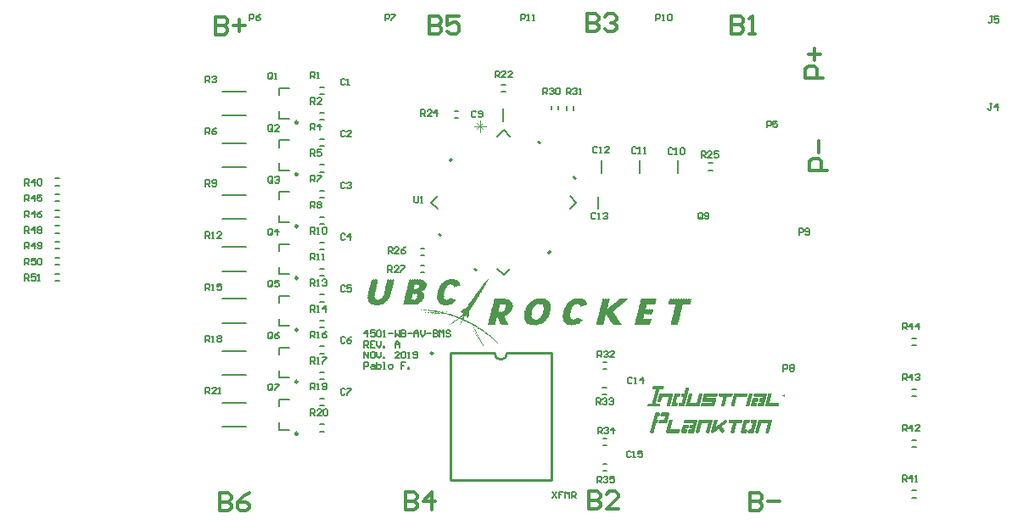
<source format=gto>
G04*
G04 #@! TF.GenerationSoftware,Altium Limited,Altium Designer,20.0.11 (256)*
G04*
G04 Layer_Color=65535*
%FSLAX25Y25*%
%MOIN*%
G70*
G01*
G75*
%ADD10C,0.01000*%
%ADD11C,0.00984*%
%ADD12C,0.00787*%
%ADD13C,0.00600*%
%ADD14C,0.00500*%
%ADD15C,0.00300*%
%ADD16C,0.01400*%
G36*
X193376Y168301D02*
X192669Y167594D01*
X191608Y168655D01*
X192315Y169362D01*
X193376Y168301D01*
D02*
G37*
G36*
X158652Y161695D02*
X157591Y160635D01*
X156884Y161342D01*
X157945Y162402D01*
X158652Y161695D01*
D02*
G37*
G36*
X207295Y154382D02*
X206588Y153675D01*
X205528Y154735D01*
X206235Y155443D01*
X207295Y154382D01*
D02*
G37*
G36*
X154476Y132185D02*
X153769Y131478D01*
X152708Y132539D01*
X153416Y133246D01*
X154476Y132185D01*
D02*
G37*
G36*
X197552Y125579D02*
X196491Y124519D01*
X195784Y125226D01*
X196845Y126286D01*
X197552Y125579D01*
D02*
G37*
G36*
X168396Y118266D02*
X167689Y117559D01*
X166628Y118620D01*
X167335Y119327D01*
X168396Y118266D01*
D02*
G37*
G36*
X159034Y114773D02*
X159158D01*
Y114649D01*
X159282D01*
Y114773D01*
X159406D01*
Y114649D01*
X159529D01*
Y114525D01*
X159653D01*
Y114649D01*
X159777D01*
Y114525D01*
X159900D01*
Y114401D01*
X160271D01*
Y114278D01*
X160395D01*
Y114154D01*
X160519D01*
Y114030D01*
X160643D01*
Y113907D01*
X161014D01*
Y113783D01*
X160890D01*
Y113659D01*
X161014D01*
Y113536D01*
X161137D01*
Y113412D01*
X161261D01*
Y113288D01*
X161385D01*
Y113164D01*
Y113041D01*
Y112917D01*
X161509D01*
Y112793D01*
Y112670D01*
Y112546D01*
X161632D01*
Y112422D01*
Y112299D01*
Y112175D01*
X161509D01*
Y112299D01*
X161385D01*
Y112175D01*
X161261D01*
Y112051D01*
X161137D01*
Y112175D01*
X161014D01*
Y112051D01*
X160643D01*
Y111927D01*
X160519D01*
Y112051D01*
X160395D01*
Y111927D01*
X160271D01*
Y111804D01*
X159653D01*
Y111680D01*
X159282D01*
Y111556D01*
X158911D01*
Y111680D01*
Y111804D01*
Y111927D01*
X158787D01*
Y112051D01*
X158663D01*
Y112175D01*
X158787D01*
Y112299D01*
X158416D01*
Y112422D01*
X158292D01*
Y112546D01*
X158168D01*
Y112670D01*
X158045D01*
Y112546D01*
X157921D01*
Y112670D01*
X157797D01*
Y112546D01*
X157674D01*
Y112670D01*
X157550D01*
Y112546D01*
X157179D01*
Y112422D01*
X157055D01*
Y112299D01*
X156684D01*
Y112175D01*
X156808D01*
Y112051D01*
X156437D01*
Y111927D01*
X156560D01*
Y111804D01*
X156313D01*
Y111680D01*
Y111556D01*
X156189D01*
Y111433D01*
X156065D01*
Y111309D01*
X155942D01*
Y111185D01*
Y111062D01*
Y110938D01*
X155818D01*
Y110814D01*
X155694D01*
Y110690D01*
X155818D01*
Y110567D01*
X155694D01*
Y110443D01*
X155571D01*
Y110319D01*
Y110196D01*
Y110072D01*
X155447D01*
Y109948D01*
X155571D01*
Y109824D01*
X155447D01*
Y109701D01*
X155323D01*
Y109577D01*
X155447D01*
Y109453D01*
X155323D01*
Y109330D01*
X155200D01*
Y109206D01*
X155323D01*
Y109082D01*
X155200D01*
Y108958D01*
X155323D01*
Y108835D01*
X155200D01*
Y108711D01*
X155323D01*
Y108587D01*
X155200D01*
Y108464D01*
X155323D01*
Y108340D01*
X155200D01*
Y108216D01*
X155323D01*
Y108092D01*
X155200D01*
Y107969D01*
X155323D01*
Y107845D01*
X155200D01*
Y107721D01*
X155323D01*
Y107598D01*
X155200D01*
Y107474D01*
X155323D01*
Y107350D01*
X155200D01*
Y107227D01*
X155323D01*
Y107103D01*
X155447D01*
Y106979D01*
X155571D01*
Y106855D01*
X155694D01*
Y106732D01*
X156065D01*
Y106608D01*
X156189D01*
Y106484D01*
X156313D01*
Y106608D01*
X156189D01*
Y106732D01*
X156313D01*
Y106608D01*
X156437D01*
Y106484D01*
X156560D01*
Y106608D01*
X156684D01*
Y106732D01*
X157055D01*
Y106855D01*
X157179D01*
Y106732D01*
X157302D01*
Y106855D01*
X157179D01*
Y106979D01*
X157550D01*
Y107103D01*
X157426D01*
Y107227D01*
X157797D01*
Y107350D01*
X157674D01*
Y107474D01*
X157797D01*
Y107350D01*
X157921D01*
Y107227D01*
X158045D01*
Y107350D01*
X157921D01*
Y107474D01*
X158045D01*
Y107350D01*
X158168D01*
Y107227D01*
X158292D01*
Y107103D01*
X158416D01*
Y106979D01*
X158540D01*
Y107103D01*
X158416D01*
Y107227D01*
X158540D01*
Y107103D01*
X158663D01*
Y106979D01*
X158787D01*
Y106855D01*
X158911D01*
Y106979D01*
X159034D01*
Y106855D01*
X159158D01*
Y106732D01*
X159529D01*
Y106608D01*
X159653D01*
Y106484D01*
X159777D01*
Y106608D01*
X159900D01*
Y106484D01*
X160024D01*
Y106361D01*
X159900D01*
Y106237D01*
X159777D01*
Y106113D01*
X159653D01*
Y105990D01*
X159529D01*
Y105866D01*
X159406D01*
Y105742D01*
X159282D01*
Y105618D01*
X158911D01*
Y105495D01*
X159034D01*
Y105371D01*
X158663D01*
Y105247D01*
X158540D01*
Y105123D01*
X158416D01*
Y105000D01*
X158292D01*
Y105123D01*
X158168D01*
Y105000D01*
X158292D01*
Y104876D01*
X158168D01*
Y105000D01*
X158045D01*
Y104876D01*
X157674D01*
Y104752D01*
X157797D01*
Y104629D01*
X157674D01*
Y104752D01*
X157550D01*
Y104629D01*
X156931D01*
Y104505D01*
X157055D01*
Y104381D01*
X156931D01*
Y104505D01*
X156560D01*
Y104381D01*
X156437D01*
Y104505D01*
X156313D01*
Y104381D01*
X155942D01*
Y104505D01*
X155818D01*
Y104381D01*
X155447D01*
Y104505D01*
X155323D01*
Y104381D01*
X155200D01*
Y104505D01*
X155076D01*
Y104381D01*
X154952D01*
Y104505D01*
X154828D01*
Y104629D01*
X154210D01*
Y104752D01*
X154086D01*
Y104876D01*
X153715D01*
Y105000D01*
X153591D01*
Y105123D01*
X153468D01*
Y105247D01*
X153344D01*
Y105371D01*
X153220D01*
Y105495D01*
X153096D01*
Y105618D01*
X152973D01*
Y105742D01*
Y105866D01*
Y105990D01*
X152849D01*
Y106113D01*
X152725D01*
Y106237D01*
Y106361D01*
Y106484D01*
X152602D01*
Y106608D01*
Y106732D01*
Y106855D01*
X152478D01*
Y106979D01*
X152602D01*
Y107103D01*
X152478D01*
Y107227D01*
Y107350D01*
Y107474D01*
Y107598D01*
Y107721D01*
Y107845D01*
Y107969D01*
Y108092D01*
Y108216D01*
Y108340D01*
Y108464D01*
X152602D01*
Y108587D01*
X152478D01*
Y108711D01*
X152602D01*
Y108835D01*
X152478D01*
Y108958D01*
X152602D01*
Y109082D01*
X152478D01*
Y109206D01*
X152602D01*
Y109330D01*
X152478D01*
Y109453D01*
X152725D01*
Y109577D01*
Y109701D01*
X152849D01*
Y109824D01*
X152725D01*
Y109948D01*
X152849D01*
Y110072D01*
X152725D01*
Y110196D01*
X152849D01*
Y110319D01*
X152973D01*
Y110443D01*
X153096D01*
Y110567D01*
X152973D01*
Y110690D01*
X153096D01*
Y110814D01*
X152973D01*
Y110938D01*
X153096D01*
Y111062D01*
X153220D01*
Y111185D01*
X153344D01*
Y111309D01*
X153220D01*
Y111433D01*
X153344D01*
Y111556D01*
X153468D01*
Y111680D01*
X153591D01*
Y111804D01*
X153468D01*
Y111927D01*
X153591D01*
Y112051D01*
X153715D01*
Y112175D01*
X153839D01*
Y112299D01*
Y112422D01*
X154086D01*
Y112546D01*
X153962D01*
Y112670D01*
X154086D01*
Y112793D01*
X154210D01*
Y112917D01*
X154333D01*
Y113041D01*
X154457D01*
Y113164D01*
X154581D01*
Y113288D01*
X154705D01*
Y113412D01*
X154828D01*
Y113536D01*
X154952D01*
Y113412D01*
X155076D01*
Y113536D01*
X154952D01*
Y113659D01*
X155076D01*
Y113783D01*
X155200D01*
Y113659D01*
X155323D01*
Y113783D01*
X155200D01*
Y113907D01*
X155571D01*
Y114030D01*
X155694D01*
Y114154D01*
X156065D01*
Y114278D01*
X156189D01*
Y114401D01*
X156560D01*
Y114525D01*
X156684D01*
Y114401D01*
X156808D01*
Y114525D01*
X156684D01*
Y114649D01*
X156808D01*
Y114525D01*
X156931D01*
Y114649D01*
X157302D01*
Y114773D01*
X157426D01*
Y114649D01*
X157550D01*
Y114773D01*
X157674D01*
Y114649D01*
X157797D01*
Y114773D01*
X157921D01*
Y114896D01*
X158045D01*
Y114773D01*
X158168D01*
Y114649D01*
X158292D01*
Y114773D01*
X158168D01*
Y114896D01*
X158292D01*
Y114773D01*
X158416D01*
Y114896D01*
X158540D01*
Y114773D01*
X158663D01*
Y114649D01*
X158787D01*
Y114773D01*
X158663D01*
Y114896D01*
X158787D01*
Y114773D01*
X158911D01*
Y114649D01*
X159034D01*
Y114773D01*
X158911D01*
Y114896D01*
X159034D01*
Y114773D01*
D02*
G37*
G36*
X135530Y114525D02*
X135654D01*
Y114401D01*
X135778D01*
Y114278D01*
X135654D01*
Y114154D01*
X135530D01*
Y114030D01*
Y113907D01*
Y113783D01*
X135406D01*
Y113659D01*
X135530D01*
Y113536D01*
X135406D01*
Y113412D01*
X135530D01*
Y113288D01*
X135406D01*
Y113164D01*
X135283D01*
Y113041D01*
X135159D01*
Y112917D01*
X135283D01*
Y112793D01*
X135159D01*
Y112670D01*
X135283D01*
Y112546D01*
X135159D01*
Y112422D01*
X135283D01*
Y112299D01*
X135159D01*
Y112175D01*
X135035D01*
Y112051D01*
X135159D01*
Y111927D01*
X135035D01*
Y111804D01*
X134912D01*
Y111680D01*
X135035D01*
Y111556D01*
X134912D01*
Y111433D01*
X135035D01*
Y111309D01*
X134912D01*
Y111185D01*
X134788D01*
Y111062D01*
X134912D01*
Y110938D01*
X134788D01*
Y111062D01*
X134664D01*
Y110938D01*
X134788D01*
Y110814D01*
X134664D01*
Y110690D01*
X134788D01*
Y110567D01*
X134664D01*
Y110443D01*
X134788D01*
Y110319D01*
X134664D01*
Y110196D01*
Y110072D01*
Y109948D01*
X134540D01*
Y109824D01*
X134417D01*
Y109701D01*
X134540D01*
Y109577D01*
X134417D01*
Y109453D01*
X134540D01*
Y109330D01*
X134417D01*
Y109206D01*
X134293D01*
Y109082D01*
Y108958D01*
Y108835D01*
Y108711D01*
Y108587D01*
X134169D01*
Y108464D01*
Y108340D01*
Y108216D01*
X134046D01*
Y108092D01*
X133922D01*
Y107969D01*
X134046D01*
Y107845D01*
X133922D01*
Y107721D01*
X133798D01*
Y107598D01*
X133675D01*
Y107474D01*
X133798D01*
Y107350D01*
X133675D01*
Y107227D01*
X133551D01*
Y107103D01*
X133427D01*
Y106979D01*
X133551D01*
Y106855D01*
X133303D01*
Y106732D01*
Y106608D01*
X133180D01*
Y106484D01*
X133056D01*
Y106361D01*
X132932D01*
Y106237D01*
X132809D01*
Y106113D01*
X132685D01*
Y105990D01*
X132561D01*
Y105866D01*
X132438D01*
Y105742D01*
X132314D01*
Y105618D01*
X132190D01*
Y105495D01*
X132066D01*
Y105371D01*
X131695D01*
Y105247D01*
X131572D01*
Y105123D01*
X131448D01*
Y105000D01*
X131324D01*
Y105123D01*
X131200D01*
Y105000D01*
X131324D01*
Y104876D01*
X131200D01*
Y105000D01*
X131077D01*
Y104876D01*
X130953D01*
Y104752D01*
X130829D01*
Y104876D01*
X130706D01*
Y104752D01*
X130582D01*
Y104629D01*
X130458D01*
Y104752D01*
X130334D01*
Y104629D01*
X129963D01*
Y104505D01*
X129840D01*
Y104629D01*
X129716D01*
Y104505D01*
X129840D01*
Y104381D01*
X129716D01*
Y104505D01*
X129592D01*
Y104381D01*
X129469D01*
Y104505D01*
X129345D01*
Y104381D01*
X129221D01*
Y104505D01*
X129097D01*
Y104381D01*
X128726D01*
Y104505D01*
X128603D01*
Y104381D01*
X128232D01*
Y104505D01*
X128108D01*
Y104381D01*
X127984D01*
Y104505D01*
X127860D01*
Y104629D01*
X127737D01*
Y104505D01*
X127860D01*
Y104381D01*
X127737D01*
Y104505D01*
X127613D01*
Y104629D01*
X126994D01*
Y104752D01*
X126871D01*
Y104876D01*
X126500D01*
Y105000D01*
X126376D01*
Y105123D01*
X126252D01*
Y105247D01*
X126128D01*
Y105371D01*
X126005D01*
Y105495D01*
X125881D01*
Y105618D01*
X125757D01*
Y105742D01*
X125634D01*
Y105866D01*
X125510D01*
Y105990D01*
X125634D01*
Y106113D01*
X125510D01*
Y106237D01*
X125386D01*
Y106361D01*
X125262D01*
Y106484D01*
X125386D01*
Y106608D01*
X125262D01*
Y106732D01*
X125386D01*
Y106855D01*
X125262D01*
Y106979D01*
X125386D01*
Y107103D01*
X125262D01*
Y107227D01*
X125139D01*
Y107350D01*
X125262D01*
Y107474D01*
X125139D01*
Y107598D01*
X125262D01*
Y107721D01*
X125139D01*
Y107845D01*
X125262D01*
Y107969D01*
X125139D01*
Y108092D01*
X125262D01*
Y108216D01*
X125139D01*
Y108340D01*
X125262D01*
Y108464D01*
X125386D01*
Y108587D01*
X125262D01*
Y108711D01*
X125386D01*
Y108835D01*
X125262D01*
Y108958D01*
X125386D01*
Y109082D01*
X125262D01*
Y109206D01*
X125386D01*
Y109330D01*
X125262D01*
Y109453D01*
X125386D01*
Y109577D01*
X125510D01*
Y109701D01*
X125634D01*
Y109824D01*
X125510D01*
Y109948D01*
X125634D01*
Y110072D01*
X125510D01*
Y110196D01*
X125634D01*
Y110319D01*
Y110443D01*
Y110567D01*
X125757D01*
Y110443D01*
X125881D01*
Y110567D01*
X125757D01*
Y110690D01*
Y110814D01*
Y110938D01*
X125881D01*
Y111062D01*
X125757D01*
Y111185D01*
X125881D01*
Y111309D01*
X125757D01*
Y111433D01*
X125881D01*
Y111556D01*
X126005D01*
Y111680D01*
Y111804D01*
Y111927D01*
X126128D01*
Y112051D01*
X126005D01*
Y112175D01*
X126128D01*
Y112299D01*
Y112422D01*
Y112546D01*
X126252D01*
Y112670D01*
Y112793D01*
Y112917D01*
X126376D01*
Y113041D01*
X126252D01*
Y113164D01*
X126376D01*
Y113288D01*
Y113412D01*
Y113536D01*
X126500D01*
Y113659D01*
Y113783D01*
Y113907D01*
X126623D01*
Y114030D01*
X126500D01*
Y114154D01*
X126623D01*
Y114278D01*
Y114401D01*
Y114525D01*
X126747D01*
Y114401D01*
X126871D01*
Y114525D01*
X126747D01*
Y114649D01*
X126871D01*
Y114525D01*
X126994D01*
Y114401D01*
X127118D01*
Y114525D01*
X126994D01*
Y114649D01*
X127118D01*
Y114525D01*
X127242D01*
Y114401D01*
X127366D01*
Y114525D01*
X127242D01*
Y114649D01*
X127366D01*
Y114525D01*
X127489D01*
Y114649D01*
X127613D01*
Y114525D01*
X127737D01*
Y114401D01*
X127860D01*
Y114525D01*
X127737D01*
Y114649D01*
X127860D01*
Y114525D01*
X127984D01*
Y114401D01*
X128108D01*
Y114525D01*
X127984D01*
Y114649D01*
X128108D01*
Y114525D01*
X128232D01*
Y114401D01*
X128355D01*
Y114525D01*
X128232D01*
Y114649D01*
X128355D01*
Y114525D01*
X128479D01*
Y114649D01*
X128603D01*
Y114525D01*
X128726D01*
Y114401D01*
X128850D01*
Y114525D01*
X128726D01*
Y114649D01*
X128850D01*
Y114525D01*
X128974D01*
Y114401D01*
X129097D01*
Y114525D01*
X128974D01*
Y114649D01*
X129097D01*
Y114525D01*
X129221D01*
Y114401D01*
X129345D01*
Y114278D01*
X129221D01*
Y114154D01*
X129345D01*
Y114030D01*
X129221D01*
Y113907D01*
X129345D01*
Y113783D01*
X129221D01*
Y113659D01*
X129097D01*
Y113536D01*
X129221D01*
Y113412D01*
X129097D01*
Y113288D01*
X128974D01*
Y113164D01*
X129097D01*
Y113041D01*
X128974D01*
Y112917D01*
X129097D01*
Y112793D01*
X128974D01*
Y112670D01*
X128850D01*
Y112546D01*
X128726D01*
Y112422D01*
X128850D01*
Y112299D01*
X128726D01*
Y112175D01*
X128850D01*
Y112051D01*
X128726D01*
Y111927D01*
X128850D01*
Y111804D01*
X128726D01*
Y111680D01*
Y111556D01*
Y111433D01*
X128603D01*
Y111309D01*
X128479D01*
Y111185D01*
X128603D01*
Y111062D01*
X128479D01*
Y110938D01*
X128603D01*
Y110814D01*
X128479D01*
Y110690D01*
X128355D01*
Y110567D01*
Y110443D01*
Y110319D01*
Y110196D01*
Y110072D01*
X128232D01*
Y109948D01*
X128355D01*
Y109824D01*
X128232D01*
Y109701D01*
Y109577D01*
Y109453D01*
X128108D01*
Y109330D01*
X127984D01*
Y109206D01*
X128108D01*
Y109082D01*
X127984D01*
Y108958D01*
X128108D01*
Y108835D01*
X127984D01*
Y108711D01*
Y108587D01*
Y108464D01*
Y108340D01*
Y108216D01*
X127860D01*
Y108092D01*
Y107969D01*
Y107845D01*
X127984D01*
Y107721D01*
X127860D01*
Y107598D01*
X127984D01*
Y107474D01*
Y107350D01*
Y107227D01*
X128108D01*
Y107103D01*
X127984D01*
Y106979D01*
X128108D01*
Y106855D01*
X128232D01*
Y106732D01*
X128355D01*
Y106855D01*
X128232D01*
Y106979D01*
X128355D01*
Y106855D01*
X128479D01*
Y106732D01*
X128603D01*
Y106608D01*
X128726D01*
Y106484D01*
X128850D01*
Y106608D01*
X128726D01*
Y106732D01*
X128850D01*
Y106608D01*
X128974D01*
Y106484D01*
X129097D01*
Y106608D01*
X128974D01*
Y106732D01*
X129097D01*
Y106608D01*
X129221D01*
Y106484D01*
X129345D01*
Y106608D01*
X129469D01*
Y106732D01*
X129592D01*
Y106608D01*
X129716D01*
Y106484D01*
X129840D01*
Y106608D01*
X129716D01*
Y106732D01*
X129840D01*
Y106608D01*
X129963D01*
Y106732D01*
X130334D01*
Y106855D01*
X130211D01*
Y106979D01*
X130334D01*
Y106855D01*
X130458D01*
Y106979D01*
X130582D01*
Y107103D01*
X130706D01*
Y107227D01*
X130829D01*
Y107350D01*
X130706D01*
Y107474D01*
X130829D01*
Y107350D01*
X130953D01*
Y107474D01*
X131077D01*
Y107598D01*
X130953D01*
Y107721D01*
X131077D01*
Y107845D01*
X131200D01*
Y107969D01*
X131324D01*
Y108092D01*
X131200D01*
Y108216D01*
X131324D01*
Y108340D01*
X131448D01*
Y108464D01*
X131572D01*
Y108587D01*
X131448D01*
Y108711D01*
X131572D01*
Y108835D01*
Y108958D01*
Y109082D01*
X131695D01*
Y108958D01*
X131819D01*
Y109082D01*
X131695D01*
Y109206D01*
Y109330D01*
Y109453D01*
X131819D01*
Y109577D01*
X131695D01*
Y109701D01*
X131819D01*
Y109824D01*
X131695D01*
Y109948D01*
X131819D01*
Y110072D01*
X131943D01*
Y110196D01*
Y110319D01*
Y110443D01*
X132066D01*
Y110567D01*
X131943D01*
Y110690D01*
X132066D01*
Y110814D01*
Y110938D01*
Y111062D01*
X132190D01*
Y111185D01*
Y111309D01*
Y111433D01*
X132314D01*
Y111556D01*
X132190D01*
Y111680D01*
X132314D01*
Y111804D01*
X132190D01*
Y111927D01*
X132314D01*
Y112051D01*
X132438D01*
Y112175D01*
Y112299D01*
Y112422D01*
X132561D01*
Y112546D01*
X132438D01*
Y112670D01*
X132561D01*
Y112793D01*
Y112917D01*
Y113041D01*
X132685D01*
Y113164D01*
Y113288D01*
Y113412D01*
X132809D01*
Y113536D01*
X132685D01*
Y113659D01*
X132809D01*
Y113783D01*
X132685D01*
Y113907D01*
X132809D01*
Y114030D01*
X132932D01*
Y114154D01*
X132809D01*
Y114278D01*
X132932D01*
Y114401D01*
X133056D01*
Y114525D01*
X132932D01*
Y114649D01*
X133056D01*
Y114525D01*
X133180D01*
Y114401D01*
X133303D01*
Y114525D01*
X133180D01*
Y114649D01*
X133303D01*
Y114525D01*
X133427D01*
Y114649D01*
X133551D01*
Y114525D01*
X133675D01*
Y114401D01*
X133798D01*
Y114525D01*
X133675D01*
Y114649D01*
X133798D01*
Y114525D01*
X133922D01*
Y114401D01*
X134046D01*
Y114525D01*
X133922D01*
Y114649D01*
X134046D01*
Y114525D01*
X134169D01*
Y114401D01*
X134293D01*
Y114525D01*
X134169D01*
Y114649D01*
X134293D01*
Y114525D01*
X134417D01*
Y114649D01*
X134540D01*
Y114525D01*
X134664D01*
Y114401D01*
X134788D01*
Y114525D01*
X134664D01*
Y114649D01*
X134788D01*
Y114525D01*
X134912D01*
Y114401D01*
X135035D01*
Y114525D01*
X134912D01*
Y114649D01*
X135035D01*
Y114525D01*
X135159D01*
Y114401D01*
X135283D01*
Y114525D01*
X135159D01*
Y114649D01*
X135283D01*
Y114525D01*
X135406D01*
Y114649D01*
X135530D01*
Y114525D01*
D02*
G37*
G36*
X172518Y114649D02*
X172642D01*
Y114525D01*
X172518D01*
Y114401D01*
X172395D01*
Y114525D01*
X172271D01*
Y114649D01*
X172395D01*
Y114773D01*
X172518D01*
Y114649D01*
D02*
G37*
G36*
X145922Y114525D02*
X146045D01*
Y114401D01*
X146169D01*
Y114525D01*
X146293D01*
Y114401D01*
X146911D01*
Y114278D01*
X147035D01*
Y114154D01*
X147406D01*
Y114030D01*
X147530D01*
Y113907D01*
X147653D01*
Y113783D01*
X147777D01*
Y113659D01*
X147901D01*
Y113536D01*
Y113412D01*
X148148D01*
Y113288D01*
X148024D01*
Y113164D01*
X148148D01*
Y113041D01*
X148024D01*
Y112917D01*
X148272D01*
Y112793D01*
Y112670D01*
Y112546D01*
Y112422D01*
Y112299D01*
Y112175D01*
Y112051D01*
Y111927D01*
Y111804D01*
Y111680D01*
X148148D01*
Y111556D01*
X148024D01*
Y111433D01*
X148148D01*
Y111309D01*
X148024D01*
Y111185D01*
X147901D01*
Y111062D01*
X147777D01*
Y110938D01*
X147901D01*
Y110814D01*
X147777D01*
Y110690D01*
X147653D01*
Y110567D01*
X147530D01*
Y110443D01*
X147406D01*
Y110319D01*
X147035D01*
Y110196D01*
X146911D01*
Y110072D01*
X146540D01*
Y109948D01*
X146416D01*
Y109824D01*
X146293D01*
Y109701D01*
X146664D01*
Y109577D01*
X146787D01*
Y109453D01*
X146911D01*
Y109330D01*
X147035D01*
Y109206D01*
X147159D01*
Y109082D01*
X147282D01*
Y108958D01*
X147406D01*
Y108835D01*
X147282D01*
Y108711D01*
X147406D01*
Y108587D01*
X147530D01*
Y108464D01*
X147653D01*
Y108340D01*
X147530D01*
Y108464D01*
X147406D01*
Y108340D01*
X147530D01*
Y108216D01*
X147406D01*
Y108092D01*
X147530D01*
Y107969D01*
X147406D01*
Y107845D01*
X147282D01*
Y107721D01*
X147406D01*
Y107598D01*
X147282D01*
Y107474D01*
X147406D01*
Y107350D01*
X147282D01*
Y107227D01*
X147159D01*
Y107103D01*
X147035D01*
Y106979D01*
X147159D01*
Y106855D01*
X147035D01*
Y106732D01*
X146911D01*
Y106608D01*
X146787D01*
Y106484D01*
X146911D01*
Y106361D01*
X146787D01*
Y106237D01*
X146664D01*
Y106113D01*
X146540D01*
Y105990D01*
X146416D01*
Y105866D01*
X146293D01*
Y105742D01*
X146169D01*
Y105618D01*
X145798D01*
Y105495D01*
X145674D01*
Y105371D01*
X145550D01*
Y105247D01*
X145427D01*
Y105371D01*
X145303D01*
Y105247D01*
X145427D01*
Y105123D01*
X145303D01*
Y105247D01*
X145179D01*
Y105123D01*
X145055D01*
Y105000D01*
X144932D01*
Y105123D01*
X144808D01*
Y105000D01*
X144932D01*
Y104876D01*
X144808D01*
Y105000D01*
X144684D01*
Y104876D01*
X144313D01*
Y104752D01*
X144190D01*
Y104876D01*
X144066D01*
Y104752D01*
X143942D01*
Y104876D01*
X143818D01*
Y104752D01*
X143942D01*
Y104629D01*
X143818D01*
Y104752D01*
X143695D01*
Y104629D01*
X143571D01*
Y104752D01*
X143447D01*
Y104629D01*
X143324D01*
Y104752D01*
X143200D01*
Y104629D01*
X143076D01*
Y104752D01*
X142953D01*
Y104629D01*
X142829D01*
Y104752D01*
X142705D01*
Y104629D01*
X142334D01*
Y104752D01*
X142210D01*
Y104629D01*
X141839D01*
Y104752D01*
X141716D01*
Y104629D01*
X141344D01*
Y104752D01*
X141221D01*
Y104629D01*
X141097D01*
Y104752D01*
X140973D01*
Y104629D01*
X140849D01*
Y104752D01*
X140726D01*
Y104629D01*
X140355D01*
Y104752D01*
X140231D01*
Y104629D01*
X139860D01*
Y104752D01*
X139736D01*
Y104629D01*
X139365D01*
Y104752D01*
X139241D01*
Y104876D01*
X139118D01*
Y105000D01*
X139241D01*
Y105123D01*
X139365D01*
Y105247D01*
X139241D01*
Y105371D01*
X139365D01*
Y105495D01*
X139489D01*
Y105618D01*
X139365D01*
Y105742D01*
X139489D01*
Y105866D01*
X139365D01*
Y105990D01*
X139489D01*
Y106113D01*
Y106237D01*
Y106361D01*
X139612D01*
Y106484D01*
X139736D01*
Y106608D01*
X139612D01*
Y106732D01*
X139736D01*
Y106855D01*
X139612D01*
Y106979D01*
X139736D01*
Y107103D01*
Y107227D01*
Y107350D01*
X139860D01*
Y107474D01*
Y107598D01*
Y107721D01*
X139984D01*
Y107845D01*
X139860D01*
Y107969D01*
X139984D01*
Y108092D01*
Y108216D01*
Y108340D01*
X140107D01*
Y108464D01*
Y108587D01*
Y108711D01*
X140231D01*
Y108835D01*
X140107D01*
Y108958D01*
X140231D01*
Y109082D01*
Y109206D01*
Y109330D01*
X140355D01*
Y109453D01*
Y109577D01*
Y109701D01*
X140478D01*
Y109824D01*
X140355D01*
Y109948D01*
X140478D01*
Y110072D01*
Y110196D01*
Y110319D01*
X140602D01*
Y110443D01*
X140726D01*
Y110567D01*
X140602D01*
Y110690D01*
X140726D01*
Y110814D01*
X140602D01*
Y110938D01*
X140726D01*
Y111062D01*
Y111185D01*
Y111309D01*
X140602D01*
Y111433D01*
X140726D01*
Y111309D01*
X140849D01*
Y111433D01*
Y111556D01*
Y111680D01*
X140973D01*
Y111804D01*
X140849D01*
Y111927D01*
X140973D01*
Y112051D01*
X140849D01*
Y112175D01*
X140973D01*
Y112299D01*
X141097D01*
Y112422D01*
X140973D01*
Y112546D01*
X141097D01*
Y112670D01*
X141221D01*
Y112793D01*
X141097D01*
Y112917D01*
X141221D01*
Y113041D01*
X141097D01*
Y113164D01*
X141221D01*
Y113288D01*
X141097D01*
Y113412D01*
X141221D01*
Y113536D01*
X141344D01*
Y113659D01*
X141468D01*
Y113783D01*
X141344D01*
Y113907D01*
X141468D01*
Y114030D01*
X141344D01*
Y114154D01*
X141468D01*
Y114278D01*
Y114401D01*
Y114525D01*
X141592D01*
Y114401D01*
X141716D01*
Y114525D01*
X141592D01*
Y114649D01*
X141716D01*
Y114525D01*
X141839D01*
Y114401D01*
X141963D01*
Y114525D01*
X141839D01*
Y114649D01*
X141963D01*
Y114525D01*
X142087D01*
Y114401D01*
X142210D01*
Y114525D01*
X142087D01*
Y114649D01*
X142210D01*
Y114525D01*
X142334D01*
Y114649D01*
X142458D01*
Y114525D01*
X142581D01*
Y114401D01*
X142705D01*
Y114525D01*
X142581D01*
Y114649D01*
X142705D01*
Y114525D01*
X142829D01*
Y114401D01*
X142953D01*
Y114525D01*
X142829D01*
Y114649D01*
X142953D01*
Y114525D01*
X143076D01*
Y114401D01*
X143200D01*
Y114525D01*
X143076D01*
Y114649D01*
X143200D01*
Y114525D01*
X143324D01*
Y114649D01*
X143447D01*
Y114525D01*
X143571D01*
Y114401D01*
X143695D01*
Y114525D01*
X143571D01*
Y114649D01*
X143695D01*
Y114525D01*
X143818D01*
Y114401D01*
X143942D01*
Y114525D01*
X143818D01*
Y114649D01*
X143942D01*
Y114525D01*
X144066D01*
Y114401D01*
X144190D01*
Y114525D01*
X144066D01*
Y114649D01*
X144190D01*
Y114525D01*
X144313D01*
Y114649D01*
X144437D01*
Y114525D01*
X144561D01*
Y114401D01*
X144684D01*
Y114525D01*
X144561D01*
Y114649D01*
X144684D01*
Y114525D01*
X144808D01*
Y114401D01*
X144932D01*
Y114525D01*
X144808D01*
Y114649D01*
X144932D01*
Y114525D01*
X145055D01*
Y114401D01*
X145179D01*
Y114525D01*
X145055D01*
Y114649D01*
X145179D01*
Y114525D01*
X145303D01*
Y114649D01*
X145427D01*
Y114525D01*
X145550D01*
Y114401D01*
X145674D01*
Y114525D01*
X145550D01*
Y114649D01*
X145674D01*
Y114525D01*
X145798D01*
Y114401D01*
X145922D01*
Y114525D01*
X145798D01*
Y114649D01*
X145922D01*
Y114525D01*
D02*
G37*
G36*
X172271Y114401D02*
X172395D01*
Y114278D01*
X172271D01*
Y114154D01*
X172395D01*
Y114030D01*
X172271D01*
Y113907D01*
X172147D01*
Y113783D01*
X172024D01*
Y113659D01*
X172147D01*
Y113536D01*
X172024D01*
Y113412D01*
X171900D01*
Y113288D01*
X171776D01*
Y113164D01*
Y113041D01*
Y112917D01*
X171652D01*
Y112793D01*
X171529D01*
Y112670D01*
X171652D01*
Y112546D01*
X171281D01*
Y112422D01*
X171405D01*
Y112299D01*
X171281D01*
Y112175D01*
X171158D01*
Y112051D01*
Y111927D01*
Y111804D01*
X171034D01*
Y111680D01*
X170910D01*
Y111556D01*
X170786D01*
Y111433D01*
X170910D01*
Y111309D01*
X170786D01*
Y111185D01*
X170663D01*
Y111062D01*
X170539D01*
Y110938D01*
X170663D01*
Y110814D01*
X170539D01*
Y110690D01*
X170415D01*
Y110567D01*
X170292D01*
Y110443D01*
X170415D01*
Y110319D01*
X170168D01*
Y110196D01*
Y110072D01*
X170044D01*
Y109948D01*
Y109824D01*
X169921D01*
Y109701D01*
Y109577D01*
X169797D01*
Y109453D01*
X169673D01*
Y109330D01*
X169549D01*
Y109206D01*
X169673D01*
Y109082D01*
X169549D01*
Y108958D01*
X169426D01*
Y108835D01*
X169302D01*
Y108711D01*
Y108587D01*
X169178D01*
Y108464D01*
Y108340D01*
X169055D01*
Y108216D01*
X168931D01*
Y108092D01*
X168807D01*
Y107969D01*
X168931D01*
Y107845D01*
X168807D01*
Y107721D01*
X168684D01*
Y107598D01*
X168560D01*
Y107474D01*
Y107350D01*
X168436D01*
Y107227D01*
Y107103D01*
X168312D01*
Y106979D01*
X168189D01*
Y106855D01*
X168065D01*
Y106732D01*
X168189D01*
Y106608D01*
X167941D01*
Y106484D01*
Y106361D01*
X167818D01*
Y106237D01*
X167694D01*
Y106113D01*
X167570D01*
Y105990D01*
X167694D01*
Y105866D01*
X167570D01*
Y105742D01*
X167446D01*
Y105618D01*
X167323D01*
Y105495D01*
X167446D01*
Y105371D01*
X167323D01*
Y105495D01*
X167199D01*
Y105371D01*
X167075D01*
Y105247D01*
X167199D01*
Y105123D01*
X167075D01*
Y105000D01*
X166952D01*
Y105123D01*
X166828D01*
Y105000D01*
X166952D01*
Y104876D01*
X166828D01*
Y104752D01*
X166704D01*
Y104629D01*
X166580D01*
Y104505D01*
X166704D01*
Y104381D01*
X166580D01*
Y104258D01*
X166457D01*
Y104134D01*
X166333D01*
Y104010D01*
Y103886D01*
X166086D01*
Y103763D01*
X166209D01*
Y103639D01*
X166086D01*
Y103515D01*
X165962D01*
Y103392D01*
X165838D01*
Y103268D01*
X165715D01*
Y103144D01*
X165591D01*
Y103021D01*
X165715D01*
Y102897D01*
X165591D01*
Y102773D01*
X165467D01*
Y102649D01*
X165343D01*
Y102526D01*
X165467D01*
Y102402D01*
X165343D01*
Y102526D01*
X165220D01*
Y102402D01*
X165096D01*
Y102278D01*
X165220D01*
Y102155D01*
X165096D01*
Y102031D01*
X165220D01*
Y101907D01*
X165096D01*
Y101784D01*
X165220D01*
Y101660D01*
X165096D01*
Y101536D01*
X165220D01*
Y101412D01*
X165096D01*
Y101289D01*
X165220D01*
Y101165D01*
X165096D01*
Y101041D01*
X165220D01*
Y100917D01*
X165096D01*
Y100794D01*
X165220D01*
Y100670D01*
X165096D01*
Y100794D01*
X164972D01*
Y100670D01*
X165096D01*
Y100546D01*
X164972D01*
Y100423D01*
X164849D01*
Y100299D01*
X164972D01*
Y100175D01*
X164849D01*
Y100052D01*
X164725D01*
Y99928D01*
X164601D01*
Y99804D01*
X164725D01*
Y99681D01*
X164601D01*
Y99557D01*
X164478D01*
Y99681D01*
X164354D01*
Y99804D01*
X164230D01*
Y99928D01*
X164106D01*
Y100052D01*
X164230D01*
Y100175D01*
X164106D01*
Y100299D01*
X163983D01*
Y100423D01*
X163611D01*
Y100299D01*
X163735D01*
Y100175D01*
X163364D01*
Y100052D01*
X163240D01*
Y99928D01*
X163117D01*
Y99804D01*
X163240D01*
Y99681D01*
X163117D01*
Y99557D01*
X162993D01*
Y99433D01*
X162869D01*
Y99309D01*
X162993D01*
Y99186D01*
X162869D01*
Y99062D01*
X162993D01*
Y98938D01*
X163117D01*
Y98814D01*
X163488D01*
Y98691D01*
X163611D01*
Y98567D01*
X163983D01*
Y98443D01*
X164106D01*
Y98320D01*
X164478D01*
Y98196D01*
X164601D01*
Y98072D01*
X164972D01*
Y97949D01*
X165096D01*
Y97825D01*
X165467D01*
Y97701D01*
X165591D01*
Y97577D01*
X166086D01*
Y97454D01*
Y97330D01*
X166457D01*
Y97206D01*
X166580D01*
Y97083D01*
X166704D01*
Y96959D01*
X166828D01*
Y97083D01*
X166952D01*
Y96959D01*
X167075D01*
Y96835D01*
X167199D01*
Y96711D01*
X167323D01*
Y96588D01*
X167694D01*
Y96464D01*
X167818D01*
Y96340D01*
X168189D01*
Y96217D01*
X168312D01*
Y96093D01*
X168436D01*
Y95969D01*
X168560D01*
Y95846D01*
X168931D01*
Y95722D01*
X169055D01*
Y95598D01*
X169178D01*
Y95474D01*
X169302D01*
Y95351D01*
X169426D01*
Y95474D01*
X169302D01*
Y95598D01*
X169426D01*
Y95474D01*
X169549D01*
Y95351D01*
X169673D01*
Y95227D01*
X169797D01*
Y95103D01*
X170168D01*
Y94980D01*
X170292D01*
Y94856D01*
X170415D01*
Y94732D01*
X170539D01*
Y94608D01*
X170663D01*
Y94485D01*
X170786D01*
Y94361D01*
X171158D01*
Y94237D01*
X171281D01*
Y94114D01*
X171405D01*
Y93990D01*
X171529D01*
Y93866D01*
X171652D01*
Y93743D01*
X171776D01*
Y93619D01*
X172147D01*
Y93495D01*
X172271D01*
Y93371D01*
X172395D01*
Y93248D01*
X172518D01*
Y93124D01*
X172642D01*
Y93000D01*
X172766D01*
Y92877D01*
X172889D01*
Y92753D01*
X173013D01*
Y92629D01*
X173384D01*
Y92506D01*
X173508D01*
Y92382D01*
X173632D01*
Y92258D01*
X173755D01*
Y92134D01*
X173879D01*
Y92011D01*
X174003D01*
Y91887D01*
X174127D01*
Y91763D01*
X174250D01*
Y91640D01*
X174374D01*
Y91516D01*
X174498D01*
Y91392D01*
X174621D01*
Y91268D01*
X174745D01*
Y91145D01*
X174869D01*
Y91021D01*
X174993D01*
Y90897D01*
X175116D01*
Y90774D01*
X175240D01*
Y90650D01*
X175364D01*
Y90526D01*
X175487D01*
Y90403D01*
X175611D01*
Y90279D01*
X175735D01*
Y90155D01*
X175858D01*
Y90031D01*
X175982D01*
Y89908D01*
X176106D01*
Y89784D01*
X176230D01*
Y89660D01*
X176353D01*
Y89536D01*
X176477D01*
Y89413D01*
X176601D01*
Y89289D01*
X176724D01*
Y89165D01*
X176848D01*
Y89042D01*
X176972D01*
Y88918D01*
X177095D01*
Y88794D01*
X176972D01*
Y88918D01*
X176848D01*
Y89042D01*
X176724D01*
Y89165D01*
X176601D01*
Y89289D01*
X176477D01*
Y89413D01*
X176353D01*
Y89536D01*
X175982D01*
Y89660D01*
X176106D01*
Y89784D01*
X175735D01*
Y89908D01*
Y90031D01*
X175487D01*
Y90155D01*
Y90279D01*
X175240D01*
Y90403D01*
X175116D01*
Y90526D01*
X174993D01*
Y90650D01*
X174869D01*
Y90774D01*
X174745D01*
Y90897D01*
X174621D01*
Y91021D01*
X174498D01*
Y91145D01*
X174374D01*
Y91268D01*
X174250D01*
Y91392D01*
X174127D01*
Y91516D01*
X173755D01*
Y91640D01*
X173879D01*
Y91763D01*
X173508D01*
Y91887D01*
X173384D01*
Y92011D01*
X173261D01*
Y92134D01*
X173137D01*
Y92258D01*
X173013D01*
Y92382D01*
X172889D01*
Y92506D01*
X172766D01*
Y92629D01*
X172642D01*
Y92753D01*
X172271D01*
Y92877D01*
X172147D01*
Y93000D01*
X172024D01*
Y93124D01*
X171900D01*
Y93248D01*
X171776D01*
Y93371D01*
X171652D01*
Y93495D01*
X171529D01*
Y93371D01*
X171652D01*
Y93248D01*
X171529D01*
Y93371D01*
X171405D01*
Y93495D01*
X171281D01*
Y93619D01*
X171158D01*
Y93743D01*
X171034D01*
Y93866D01*
X170910D01*
Y93990D01*
X170539D01*
Y94114D01*
X170415D01*
Y94237D01*
X170292D01*
Y94361D01*
X170168D01*
Y94485D01*
X169797D01*
Y94608D01*
X169673D01*
Y94732D01*
X169549D01*
Y94856D01*
X169426D01*
Y94980D01*
X169055D01*
Y95103D01*
X168931D01*
Y95227D01*
X168807D01*
Y95351D01*
X168684D01*
Y95474D01*
X168560D01*
Y95351D01*
X168684D01*
Y95227D01*
X168560D01*
Y95351D01*
X168436D01*
Y95474D01*
X168312D01*
Y95598D01*
X168189D01*
Y95722D01*
X167818D01*
Y95846D01*
X167694D01*
Y95969D01*
X167570D01*
Y96093D01*
X167446D01*
Y96217D01*
X167075D01*
Y96340D01*
X166952D01*
Y96464D01*
X166580D01*
Y96340D01*
X166704D01*
Y96217D01*
X166828D01*
Y96093D01*
X166952D01*
Y95969D01*
X166828D01*
Y96093D01*
X166704D01*
Y96217D01*
X166580D01*
Y96340D01*
X166457D01*
Y96464D01*
X166333D01*
Y96588D01*
X166457D01*
Y96711D01*
X166086D01*
Y96835D01*
X165962D01*
Y96959D01*
X165838D01*
Y97083D01*
X165715D01*
Y96959D01*
X165591D01*
Y97083D01*
X165467D01*
Y97206D01*
X165343D01*
Y97330D01*
X165220D01*
Y97454D01*
X165096D01*
Y97330D01*
X165220D01*
Y97206D01*
X165096D01*
Y97330D01*
X164972D01*
Y97454D01*
X164849D01*
Y97577D01*
X164725D01*
Y97454D01*
X164601D01*
Y97577D01*
X164478D01*
Y97701D01*
X164106D01*
Y97825D01*
X163983D01*
Y97949D01*
X163611D01*
Y98072D01*
X163488D01*
Y98196D01*
X163117D01*
Y98320D01*
X162993D01*
Y98443D01*
X162374D01*
Y98320D01*
X162498D01*
Y98196D01*
X162374D01*
Y98072D01*
X162251D01*
Y97949D01*
X162127D01*
Y97825D01*
X162251D01*
Y97701D01*
X162127D01*
Y97577D01*
X162003D01*
Y97454D01*
X161880D01*
Y97330D01*
Y97206D01*
Y97083D01*
X161756D01*
Y96959D01*
X161632D01*
Y96835D01*
X161756D01*
Y96711D01*
X161632D01*
Y96588D01*
X161509D01*
Y96711D01*
X161385D01*
Y96835D01*
X161509D01*
Y96959D01*
Y97083D01*
X161632D01*
Y97206D01*
Y97330D01*
X161756D01*
Y97454D01*
X161632D01*
Y97577D01*
X161756D01*
Y97701D01*
X161880D01*
Y97825D01*
Y97949D01*
Y98072D01*
X162003D01*
Y98196D01*
Y98320D01*
Y98443D01*
X162127D01*
Y98567D01*
X162251D01*
Y98691D01*
X162127D01*
Y98814D01*
X162003D01*
Y98691D01*
X161880D01*
Y98814D01*
X161756D01*
Y98938D01*
X161385D01*
Y99062D01*
X161261D01*
Y99186D01*
X161137D01*
Y99062D01*
X161261D01*
Y98938D01*
X161137D01*
Y99062D01*
X161014D01*
Y99186D01*
X160890D01*
Y99062D01*
X161014D01*
Y98938D01*
X160643D01*
Y98814D01*
X160766D01*
Y98691D01*
X160643D01*
Y98814D01*
X160519D01*
Y98691D01*
X160395D01*
Y98567D01*
X160271D01*
Y98443D01*
X159900D01*
Y98320D01*
X159777D01*
Y98196D01*
X159653D01*
Y98072D01*
X159529D01*
Y97949D01*
X159158D01*
Y97825D01*
X159034D01*
Y97701D01*
X158911D01*
Y97577D01*
X158787D01*
Y97701D01*
X158663D01*
Y97825D01*
X158787D01*
Y97949D01*
X158911D01*
Y98072D01*
X159034D01*
Y98196D01*
X159158D01*
Y98320D01*
X159529D01*
Y98443D01*
X159406D01*
Y98567D01*
X159777D01*
Y98691D01*
X159900D01*
Y98814D01*
X160024D01*
Y98938D01*
X160148D01*
Y98814D01*
X160271D01*
Y98938D01*
X160148D01*
Y99062D01*
X160519D01*
Y99186D01*
X160643D01*
Y99309D01*
X160519D01*
Y99433D01*
X160148D01*
Y99557D01*
X160024D01*
Y99681D01*
X159900D01*
Y99557D01*
X160024D01*
Y99433D01*
X159900D01*
Y99557D01*
X159777D01*
Y99681D01*
X159653D01*
Y99804D01*
X159529D01*
Y99681D01*
X159406D01*
Y99804D01*
X159282D01*
Y99928D01*
X159158D01*
Y99804D01*
X159034D01*
Y99928D01*
X158911D01*
Y100052D01*
X158787D01*
Y99928D01*
X158663D01*
Y100052D01*
X158540D01*
Y100175D01*
X158168D01*
Y100299D01*
X157797D01*
Y100423D01*
X157426D01*
Y100546D01*
X157302D01*
Y100423D01*
X157179D01*
Y100546D01*
X157055D01*
Y100670D01*
X156684D01*
Y100794D01*
X156560D01*
Y100670D01*
X156437D01*
Y100794D01*
X156313D01*
Y100917D01*
X156189D01*
Y100794D01*
X156313D01*
Y100670D01*
X156189D01*
Y100794D01*
X156065D01*
Y100917D01*
X155447D01*
Y101041D01*
X155323D01*
Y101165D01*
X155200D01*
Y101041D01*
X155323D01*
Y100917D01*
X155200D01*
Y101041D01*
X155076D01*
Y101165D01*
X154952D01*
Y101041D01*
X155076D01*
Y100917D01*
X154952D01*
Y101041D01*
X154828D01*
Y101165D01*
X154705D01*
Y101289D01*
X154581D01*
Y101165D01*
X154705D01*
Y101041D01*
X154828D01*
Y100917D01*
X154705D01*
Y101041D01*
X154581D01*
Y101165D01*
X154457D01*
Y101289D01*
X154333D01*
Y101412D01*
X154210D01*
Y101289D01*
X154333D01*
Y101165D01*
X154457D01*
Y101041D01*
X154581D01*
Y100917D01*
X154457D01*
Y101041D01*
X154333D01*
Y101165D01*
X154210D01*
Y101289D01*
X154086D01*
Y101412D01*
X153715D01*
Y101536D01*
X153591D01*
Y101660D01*
X153468D01*
Y101536D01*
X153591D01*
Y101412D01*
X153468D01*
Y101536D01*
X153344D01*
Y101660D01*
X153220D01*
Y101536D01*
X153096D01*
Y101660D01*
X152973D01*
Y101536D01*
X152849D01*
Y101660D01*
X152725D01*
Y101536D01*
X152602D01*
Y101660D01*
X152478D01*
Y101536D01*
X152602D01*
Y101412D01*
X152725D01*
Y101289D01*
X153591D01*
Y101165D01*
X153715D01*
Y101041D01*
X153591D01*
Y101165D01*
X153468D01*
Y101041D01*
X153591D01*
Y100917D01*
X153468D01*
Y101041D01*
X153344D01*
Y101165D01*
X153220D01*
Y101041D01*
X153096D01*
Y101165D01*
X152973D01*
Y101041D01*
X152849D01*
Y101165D01*
X151736D01*
Y101289D01*
X151612D01*
Y101165D01*
X151488D01*
Y101289D01*
X151365D01*
Y101165D01*
X151241D01*
Y101289D01*
X151117D01*
Y101165D01*
X150994D01*
Y101289D01*
X150870D01*
Y101165D01*
X150746D01*
Y101289D01*
X150622D01*
Y101165D01*
X150499D01*
Y101289D01*
X150375D01*
Y101412D01*
X150251D01*
Y101289D01*
X150375D01*
Y101165D01*
X150251D01*
Y101289D01*
X150127D01*
Y101412D01*
X150004D01*
Y101289D01*
X150127D01*
Y101165D01*
X150004D01*
Y101289D01*
X149880D01*
Y101412D01*
X149756D01*
Y101289D01*
X149880D01*
Y101165D01*
X149756D01*
Y101289D01*
X149633D01*
Y101412D01*
X149509D01*
Y101289D01*
X149385D01*
Y101412D01*
X149262D01*
Y101289D01*
X149138D01*
Y101412D01*
X149014D01*
Y101289D01*
X148890D01*
Y101412D01*
X148767D01*
Y101289D01*
X148643D01*
Y101412D01*
X148272D01*
Y101289D01*
X148148D01*
Y101412D01*
X147530D01*
Y101536D01*
X147901D01*
Y101660D01*
X148024D01*
Y101536D01*
X148396D01*
Y101660D01*
X148519D01*
Y101536D01*
X148643D01*
Y101660D01*
X148767D01*
Y101536D01*
X148890D01*
Y101660D01*
X148767D01*
Y101784D01*
X148890D01*
Y101660D01*
X149014D01*
Y101536D01*
X149138D01*
Y101660D01*
X149262D01*
Y101536D01*
X149385D01*
Y101660D01*
X149262D01*
Y101784D01*
X149385D01*
Y101660D01*
X149509D01*
Y101536D01*
X149633D01*
Y101660D01*
X149756D01*
Y101784D01*
X149880D01*
Y101660D01*
X150004D01*
Y101536D01*
X150127D01*
Y101660D01*
X150004D01*
Y101784D01*
X150127D01*
Y101660D01*
X150251D01*
Y101784D01*
X150375D01*
Y101660D01*
X150499D01*
Y101784D01*
X150622D01*
Y101660D01*
X150746D01*
Y101784D01*
X150870D01*
Y101660D01*
X150994D01*
Y101784D01*
X151117D01*
Y101660D01*
X151241D01*
Y101784D01*
X151365D01*
Y101660D01*
X151488D01*
Y101536D01*
X151612D01*
Y101412D01*
X151736D01*
Y101536D01*
X151612D01*
Y101660D01*
X151488D01*
Y101784D01*
X151612D01*
Y101660D01*
X151736D01*
Y101536D01*
X151859D01*
Y101412D01*
X151983D01*
Y101289D01*
X152107D01*
Y101412D01*
X151983D01*
Y101536D01*
X151859D01*
Y101660D01*
X151736D01*
Y101784D01*
X151859D01*
Y101907D01*
X151241D01*
Y102031D01*
X151117D01*
Y102155D01*
X150994D01*
Y102031D01*
X151117D01*
Y101907D01*
X150994D01*
Y102031D01*
X150622D01*
Y102155D01*
X149756D01*
Y102278D01*
X149633D01*
Y102155D01*
X149509D01*
Y102278D01*
X149138D01*
Y102402D01*
X149014D01*
Y102278D01*
X148890D01*
Y102402D01*
X148767D01*
Y102278D01*
X148643D01*
Y102402D01*
X147777D01*
Y102526D01*
X147653D01*
Y102402D01*
X147530D01*
Y102526D01*
X147406D01*
Y102402D01*
X147282D01*
Y102526D01*
X147159D01*
Y102402D01*
X147035D01*
Y102526D01*
X146911D01*
Y102649D01*
X146787D01*
Y102526D01*
X146664D01*
Y102649D01*
X146540D01*
Y102526D01*
X146664D01*
Y102402D01*
X146540D01*
Y102526D01*
X146416D01*
Y102649D01*
X146293D01*
Y102526D01*
X146169D01*
Y102649D01*
X146045D01*
Y102526D01*
X145922D01*
Y102649D01*
X144808D01*
Y102773D01*
X147653D01*
Y102649D01*
X147777D01*
Y102773D01*
X147901D01*
Y102649D01*
X148024D01*
Y102526D01*
X148148D01*
Y102649D01*
X148024D01*
Y102773D01*
X148148D01*
Y102649D01*
X148272D01*
Y102773D01*
X148396D01*
Y102649D01*
X148519D01*
Y102526D01*
X148643D01*
Y102649D01*
X148519D01*
Y102773D01*
X148643D01*
Y102649D01*
X148767D01*
Y102526D01*
X148890D01*
Y102649D01*
X148767D01*
Y102773D01*
X148890D01*
Y102649D01*
X149014D01*
Y102526D01*
X149138D01*
Y102649D01*
X149262D01*
Y102526D01*
X149385D01*
Y102649D01*
X149509D01*
Y102526D01*
X150375D01*
Y102402D01*
X150499D01*
Y102526D01*
X150622D01*
Y102402D01*
X150746D01*
Y102526D01*
X150870D01*
Y102402D01*
X150994D01*
Y102526D01*
X151117D01*
Y102402D01*
X151241D01*
Y102278D01*
X151365D01*
Y102402D01*
X151488D01*
Y102278D01*
X152107D01*
Y102155D01*
X152231D01*
Y102278D01*
X152354D01*
Y102155D01*
X152725D01*
Y102031D01*
X152849D01*
Y102155D01*
X152973D01*
Y102031D01*
X153591D01*
Y101907D01*
X153962D01*
Y101784D01*
X154086D01*
Y101907D01*
X153962D01*
Y102031D01*
X154086D01*
Y101907D01*
X154210D01*
Y101784D01*
X154333D01*
Y101907D01*
X154457D01*
Y101784D01*
X154581D01*
Y101907D01*
X154457D01*
Y102031D01*
X154581D01*
Y101907D01*
X154705D01*
Y101784D01*
X154828D01*
Y101660D01*
X154952D01*
Y101536D01*
X155076D01*
Y101660D01*
X154952D01*
Y101784D01*
X154828D01*
Y101907D01*
X154952D01*
Y101784D01*
X155076D01*
Y101660D01*
X155200D01*
Y101536D01*
X155818D01*
Y101412D01*
X155942D01*
Y101289D01*
X156065D01*
Y101412D01*
X155942D01*
Y101536D01*
X156065D01*
Y101412D01*
X156189D01*
Y101289D01*
X156560D01*
Y101165D01*
X156684D01*
Y101289D01*
X156808D01*
Y101165D01*
X156931D01*
Y101041D01*
X157550D01*
Y100917D01*
X157674D01*
Y100794D01*
X157797D01*
Y100917D01*
X157921D01*
Y100794D01*
X158292D01*
Y100670D01*
X158416D01*
Y100546D01*
X158540D01*
Y100670D01*
X158663D01*
Y100546D01*
X159034D01*
Y100423D01*
X159158D01*
Y100299D01*
X159282D01*
Y100423D01*
X159406D01*
Y100299D01*
X159777D01*
Y100175D01*
X159900D01*
Y100052D01*
X160519D01*
Y99928D01*
X160643D01*
Y99804D01*
X161014D01*
Y99681D01*
X161137D01*
Y99804D01*
X161509D01*
Y99928D01*
X161385D01*
Y100052D01*
X161509D01*
Y99928D01*
X161632D01*
Y100052D01*
X161756D01*
Y100175D01*
X161880D01*
Y100052D01*
X162003D01*
Y100175D01*
X161880D01*
Y100299D01*
X162003D01*
Y100423D01*
X162127D01*
Y100299D01*
X162251D01*
Y100423D01*
X162127D01*
Y100546D01*
X162498D01*
Y100670D01*
X162622D01*
Y100794D01*
X162498D01*
Y100917D01*
X162374D01*
Y101041D01*
X162498D01*
Y100917D01*
X162622D01*
Y101041D01*
X162746D01*
Y101165D01*
X162622D01*
Y101289D01*
X162498D01*
Y101412D01*
X162374D01*
Y101536D01*
X162251D01*
Y101412D01*
X162127D01*
Y101536D01*
X162003D01*
Y101660D01*
X161880D01*
Y101536D01*
X162003D01*
Y101412D01*
X161880D01*
Y101536D01*
X161756D01*
Y101660D01*
X161632D01*
Y101784D01*
X161756D01*
Y101907D01*
X161880D01*
Y102031D01*
X162003D01*
Y102155D01*
X162127D01*
Y102278D01*
X162251D01*
Y102402D01*
X162374D01*
Y102526D01*
X162498D01*
Y102649D01*
X162622D01*
Y102773D01*
X162746D01*
Y102897D01*
X162869D01*
Y102773D01*
X162993D01*
Y102897D01*
X162869D01*
Y103021D01*
X162993D01*
Y102897D01*
X163117D01*
Y103021D01*
X163488D01*
Y103144D01*
X163611D01*
Y103021D01*
X163735D01*
Y103144D01*
X163611D01*
Y103268D01*
X163735D01*
Y103144D01*
X163859D01*
Y103021D01*
X163983D01*
Y103144D01*
X163859D01*
Y103268D01*
X163983D01*
Y103392D01*
X164106D01*
Y103515D01*
X164230D01*
Y103639D01*
X164106D01*
Y103763D01*
X164230D01*
Y103886D01*
X164354D01*
Y104010D01*
X164478D01*
Y104134D01*
X164601D01*
Y104258D01*
X164725D01*
Y104381D01*
X164601D01*
Y104505D01*
X164725D01*
Y104629D01*
X164849D01*
Y104752D01*
X164972D01*
Y104876D01*
X164849D01*
Y105000D01*
X165220D01*
Y105123D01*
X165096D01*
Y105247D01*
X165220D01*
Y105371D01*
X165343D01*
Y105495D01*
X165467D01*
Y105618D01*
X165591D01*
Y105742D01*
X165715D01*
Y105866D01*
X165591D01*
Y105990D01*
X165715D01*
Y106113D01*
X165838D01*
Y105990D01*
X165962D01*
Y106113D01*
X165838D01*
Y106237D01*
X165962D01*
Y106361D01*
X166086D01*
Y106484D01*
X166209D01*
Y106608D01*
X166086D01*
Y106732D01*
X166333D01*
Y106855D01*
Y106979D01*
X166457D01*
Y107103D01*
X166580D01*
Y107227D01*
X166704D01*
Y107350D01*
X166580D01*
Y107474D01*
X166952D01*
Y107598D01*
X166828D01*
Y107721D01*
X166952D01*
Y107845D01*
X167075D01*
Y107969D01*
X167199D01*
Y108092D01*
X167323D01*
Y108216D01*
X167446D01*
Y108340D01*
X167323D01*
Y108464D01*
X167570D01*
Y108587D01*
Y108711D01*
X167694D01*
Y108835D01*
X167818D01*
Y108958D01*
X167941D01*
Y109082D01*
X168065D01*
Y109206D01*
X168189D01*
Y109330D01*
X168065D01*
Y109453D01*
X168189D01*
Y109577D01*
X168312D01*
Y109453D01*
X168436D01*
Y109577D01*
X168312D01*
Y109701D01*
X168436D01*
Y109824D01*
X168560D01*
Y109948D01*
X168684D01*
Y110072D01*
X168560D01*
Y110196D01*
X168684D01*
Y110072D01*
X168807D01*
Y110196D01*
X168931D01*
Y110319D01*
X168807D01*
Y110443D01*
X169055D01*
Y110567D01*
Y110690D01*
X169178D01*
Y110814D01*
X169302D01*
Y110938D01*
X169426D01*
Y111062D01*
X169549D01*
Y111185D01*
X169673D01*
Y111309D01*
X169549D01*
Y111433D01*
X169921D01*
Y111556D01*
X169797D01*
Y111680D01*
X169921D01*
Y111804D01*
X170044D01*
Y111927D01*
X170168D01*
Y112051D01*
X170292D01*
Y112175D01*
X170415D01*
Y112299D01*
X170292D01*
Y112422D01*
X170663D01*
Y112546D01*
X170539D01*
Y112670D01*
X170786D01*
Y112793D01*
Y112917D01*
X170910D01*
Y113041D01*
X171034D01*
Y113164D01*
X171158D01*
Y113288D01*
X171281D01*
Y113412D01*
X171405D01*
Y113536D01*
X171529D01*
Y113659D01*
X171652D01*
Y113783D01*
X171776D01*
Y113907D01*
X171900D01*
Y114030D01*
Y114154D01*
X172147D01*
Y114278D01*
X172024D01*
Y114401D01*
X172147D01*
Y114525D01*
X172271D01*
Y114401D01*
D02*
G37*
G36*
X209259Y107103D02*
X209383D01*
Y106979D01*
X209754D01*
Y106855D01*
X209878D01*
Y106732D01*
X210249D01*
Y106608D01*
X210373D01*
Y106484D01*
X210496D01*
Y106361D01*
X210620D01*
Y106237D01*
X210744D01*
Y106113D01*
X210867D01*
Y105990D01*
X210991D01*
Y105866D01*
X211115D01*
Y105742D01*
X211239D01*
Y105618D01*
X211115D01*
Y105495D01*
X211239D01*
Y105371D01*
Y105247D01*
X211362D01*
Y105123D01*
Y105000D01*
X211486D01*
Y104876D01*
X211362D01*
Y104752D01*
X211486D01*
Y104629D01*
X211362D01*
Y104505D01*
X211239D01*
Y104629D01*
X211115D01*
Y104505D01*
X210991D01*
Y104381D01*
X210867D01*
Y104505D01*
X210744D01*
Y104381D01*
X210373D01*
Y104258D01*
X210001D01*
Y104134D01*
X209383D01*
Y104010D01*
X209012D01*
Y103886D01*
X208641D01*
Y104010D01*
Y104134D01*
Y104258D01*
X208517D01*
Y104381D01*
X208393D01*
Y104505D01*
X208517D01*
Y104629D01*
X208146D01*
Y104752D01*
X208022D01*
Y104876D01*
X207898D01*
Y105000D01*
X207775D01*
Y104876D01*
X207651D01*
Y105000D01*
X207527D01*
Y105123D01*
X207404D01*
Y105000D01*
X207527D01*
Y104876D01*
X207404D01*
Y105000D01*
X207280D01*
Y104876D01*
X207156D01*
Y105000D01*
X207032D01*
Y104876D01*
X206661D01*
Y104752D01*
X206785D01*
Y104629D01*
X206661D01*
Y104752D01*
X206538D01*
Y104629D01*
X206414D01*
Y104505D01*
X206290D01*
Y104381D01*
X206167D01*
Y104258D01*
X206043D01*
Y104134D01*
X205919D01*
Y104010D01*
X205795D01*
Y103886D01*
X205672D01*
Y103763D01*
X205795D01*
Y103639D01*
X205548D01*
Y103515D01*
Y103392D01*
X205424D01*
Y103268D01*
Y103144D01*
Y103021D01*
X205301D01*
Y102897D01*
X205177D01*
Y102773D01*
X205301D01*
Y102649D01*
X205177D01*
Y102526D01*
X205053D01*
Y102402D01*
X205177D01*
Y102278D01*
X205053D01*
Y102155D01*
X204929D01*
Y102031D01*
X205053D01*
Y101907D01*
X204929D01*
Y101784D01*
Y101660D01*
Y101536D01*
X204806D01*
Y101412D01*
X204682D01*
Y101289D01*
X204806D01*
Y101165D01*
X204682D01*
Y101041D01*
X204806D01*
Y100917D01*
X204682D01*
Y100794D01*
X204806D01*
Y100670D01*
X204682D01*
Y100546D01*
X204806D01*
Y100423D01*
X204682D01*
Y100299D01*
X204806D01*
Y100175D01*
X204682D01*
Y100052D01*
X204806D01*
Y99928D01*
X204682D01*
Y99804D01*
X204806D01*
Y99681D01*
X204929D01*
Y99557D01*
X205053D01*
Y99433D01*
X204929D01*
Y99557D01*
X204806D01*
Y99433D01*
X204929D01*
Y99309D01*
X205053D01*
Y99186D01*
X205177D01*
Y99062D01*
X205301D01*
Y98938D01*
X205424D01*
Y98814D01*
X205548D01*
Y98938D01*
X205424D01*
Y99062D01*
X205548D01*
Y98938D01*
X205672D01*
Y98814D01*
X206538D01*
Y98938D01*
X206414D01*
Y99062D01*
X206538D01*
Y98938D01*
X206661D01*
Y99062D01*
X207032D01*
Y99186D01*
X207156D01*
Y99309D01*
X207280D01*
Y99433D01*
X207404D01*
Y99557D01*
X207775D01*
Y99433D01*
X207898D01*
Y99309D01*
X208022D01*
Y99433D01*
X207898D01*
Y99557D01*
X208022D01*
Y99433D01*
X208146D01*
Y99309D01*
X208270D01*
Y99186D01*
X208393D01*
Y99062D01*
X208517D01*
Y99186D01*
X208641D01*
Y99062D01*
X209012D01*
Y98938D01*
X209136D01*
Y98814D01*
X209507D01*
Y98691D01*
X209630D01*
Y98567D01*
Y98443D01*
X209507D01*
Y98320D01*
X209383D01*
Y98196D01*
X209259D01*
Y98072D01*
Y97949D01*
X208888D01*
Y97825D01*
Y97701D01*
X208641D01*
Y97577D01*
X208517D01*
Y97454D01*
X208393D01*
Y97330D01*
X208270D01*
Y97454D01*
X208146D01*
Y97330D01*
X208270D01*
Y97206D01*
X208146D01*
Y97330D01*
X208022D01*
Y97206D01*
X207898D01*
Y97083D01*
X207775D01*
Y96959D01*
X207404D01*
Y96835D01*
X207280D01*
Y96959D01*
X207156D01*
Y96835D01*
X207280D01*
Y96711D01*
X207156D01*
Y96835D01*
X207032D01*
Y96711D01*
X206414D01*
Y96588D01*
X206290D01*
Y96711D01*
X206167D01*
Y96588D01*
X206043D01*
Y96711D01*
X205919D01*
Y96588D01*
X206043D01*
Y96464D01*
X205919D01*
Y96588D01*
X205795D01*
Y96464D01*
X205672D01*
Y96588D01*
X205548D01*
Y96464D01*
X205424D01*
Y96588D01*
X205301D01*
Y96464D01*
X205177D01*
Y96588D01*
X205053D01*
Y96464D01*
X204929D01*
Y96588D01*
X204558D01*
Y96711D01*
X204435D01*
Y96588D01*
X204558D01*
Y96464D01*
X204435D01*
Y96588D01*
X204311D01*
Y96711D01*
X203940D01*
Y96835D01*
X203816D01*
Y96959D01*
X203692D01*
Y96835D01*
X203816D01*
Y96711D01*
X203692D01*
Y96835D01*
X203569D01*
Y96959D01*
X203445D01*
Y97083D01*
X203321D01*
Y97206D01*
X202950D01*
Y97330D01*
X202826D01*
Y97454D01*
X202703D01*
Y97577D01*
X202579D01*
Y97701D01*
X202455D01*
Y97825D01*
Y97949D01*
Y98072D01*
X202332D01*
Y98196D01*
X202208D01*
Y98320D01*
X202084D01*
Y98443D01*
X201960D01*
Y98567D01*
X202084D01*
Y98691D01*
X201960D01*
Y98814D01*
X202084D01*
Y98938D01*
X201960D01*
Y99062D01*
Y99186D01*
Y99309D01*
X201837D01*
Y99433D01*
X201960D01*
Y99557D01*
X201837D01*
Y99681D01*
Y99804D01*
Y99928D01*
Y100052D01*
Y100175D01*
Y100299D01*
Y100423D01*
X201960D01*
Y100546D01*
X201837D01*
Y100670D01*
X201960D01*
Y100794D01*
Y100917D01*
Y101041D01*
Y101165D01*
Y101289D01*
X202084D01*
Y101412D01*
X201960D01*
Y101536D01*
X202084D01*
Y101660D01*
Y101784D01*
Y101907D01*
X201960D01*
Y102031D01*
X202084D01*
Y101907D01*
X202208D01*
Y102031D01*
Y102155D01*
Y102278D01*
X202332D01*
Y102402D01*
X202208D01*
Y102526D01*
X202332D01*
Y102649D01*
X202208D01*
Y102773D01*
X202332D01*
Y102897D01*
X202455D01*
Y103021D01*
X202579D01*
Y103144D01*
X202455D01*
Y103268D01*
X202579D01*
Y103392D01*
X202703D01*
Y103515D01*
X202826D01*
Y103639D01*
X202703D01*
Y103763D01*
X202826D01*
Y103886D01*
X202950D01*
Y104010D01*
X203074D01*
Y104134D01*
X202950D01*
Y104258D01*
X203074D01*
Y104381D01*
X203198D01*
Y104505D01*
X203321D01*
Y104629D01*
X203198D01*
Y104752D01*
X203445D01*
Y104876D01*
Y105000D01*
X203569D01*
Y105123D01*
X203692D01*
Y105247D01*
X203816D01*
Y105371D01*
X203940D01*
Y105495D01*
X204064D01*
Y105618D01*
X204187D01*
Y105742D01*
X204311D01*
Y105866D01*
X204435D01*
Y105990D01*
X204682D01*
Y106113D01*
Y106237D01*
X205053D01*
Y106361D01*
X205177D01*
Y106484D01*
X205301D01*
Y106608D01*
X205424D01*
Y106484D01*
X205548D01*
Y106608D01*
X205672D01*
Y106732D01*
X205795D01*
Y106855D01*
X205919D01*
Y106732D01*
X206043D01*
Y106855D01*
X205919D01*
Y106979D01*
X206043D01*
Y106855D01*
X206167D01*
Y106979D01*
X206785D01*
Y107103D01*
X206909D01*
Y106979D01*
X207032D01*
Y107103D01*
X206909D01*
Y107227D01*
X207032D01*
Y107103D01*
X207156D01*
Y107227D01*
X207280D01*
Y107103D01*
X207404D01*
Y107227D01*
X207527D01*
Y107103D01*
X207651D01*
Y107227D01*
X208022D01*
Y107103D01*
X208146D01*
Y107227D01*
X208517D01*
Y107103D01*
X208641D01*
Y107227D01*
X208764D01*
Y107103D01*
X208888D01*
Y106979D01*
X209012D01*
Y107103D01*
X208888D01*
Y107227D01*
X209012D01*
Y107103D01*
X209136D01*
Y106979D01*
X209259D01*
Y107103D01*
X209136D01*
Y107227D01*
X209259D01*
Y107103D01*
D02*
G37*
G36*
X194414D02*
X194538D01*
Y106979D01*
X194909D01*
Y106855D01*
X195033D01*
Y106979D01*
X195157D01*
Y106855D01*
X195280D01*
Y106732D01*
X195651D01*
Y106608D01*
X195775D01*
Y106484D01*
X195899D01*
Y106361D01*
X196023D01*
Y106237D01*
X196146D01*
Y106113D01*
X196270D01*
Y105990D01*
X196394D01*
Y105866D01*
X196517D01*
Y105742D01*
X196641D01*
Y105618D01*
X196765D01*
Y105495D01*
X196889D01*
Y105371D01*
X196765D01*
Y105247D01*
X196889D01*
Y105123D01*
X197012D01*
Y105000D01*
X197136D01*
Y104876D01*
X197012D01*
Y104752D01*
X197136D01*
Y104629D01*
X197012D01*
Y104505D01*
X197136D01*
Y104381D01*
Y104258D01*
Y104134D01*
Y104010D01*
Y103886D01*
X197260D01*
Y103763D01*
X197136D01*
Y103639D01*
Y103515D01*
Y103392D01*
X197260D01*
Y103268D01*
X197136D01*
Y103144D01*
X197012D01*
Y103021D01*
X197136D01*
Y102897D01*
Y102773D01*
Y102649D01*
X197012D01*
Y102526D01*
X197136D01*
Y102402D01*
X197012D01*
Y102278D01*
X197136D01*
Y102155D01*
X197012D01*
Y102031D01*
X197136D01*
Y101907D01*
X197012D01*
Y102031D01*
X196889D01*
Y101907D01*
X197012D01*
Y101784D01*
X196889D01*
Y101660D01*
X196765D01*
Y101536D01*
X196889D01*
Y101412D01*
X196765D01*
Y101289D01*
X196889D01*
Y101165D01*
X196765D01*
Y101041D01*
X196641D01*
Y101165D01*
X196517D01*
Y101041D01*
X196641D01*
Y100917D01*
Y100794D01*
Y100670D01*
X196517D01*
Y100546D01*
X196641D01*
Y100423D01*
X196517D01*
Y100299D01*
X196394D01*
Y100175D01*
X196270D01*
Y100052D01*
Y99928D01*
Y99804D01*
X196146D01*
Y99681D01*
X196023D01*
Y99557D01*
X196146D01*
Y99433D01*
X196023D01*
Y99557D01*
X195899D01*
Y99433D01*
X195775D01*
Y99309D01*
X195899D01*
Y99186D01*
X195775D01*
Y99062D01*
X195651D01*
Y98938D01*
X195528D01*
Y98814D01*
X195404D01*
Y98691D01*
X195280D01*
Y98567D01*
X195157D01*
Y98443D01*
X195033D01*
Y98320D01*
X194909D01*
Y98196D01*
X194785D01*
Y98072D01*
X194662D01*
Y97949D01*
X194538D01*
Y97825D01*
X194414D01*
Y97701D01*
X194291D01*
Y97577D01*
X194167D01*
Y97701D01*
X194043D01*
Y97577D01*
X194167D01*
Y97454D01*
X193796D01*
Y97330D01*
X193672D01*
Y97206D01*
X193301D01*
Y97083D01*
X193177D01*
Y97206D01*
X193054D01*
Y97083D01*
X193177D01*
Y96959D01*
X192806D01*
Y96835D01*
X192683D01*
Y96959D01*
X192559D01*
Y96835D01*
X192435D01*
Y96711D01*
X192311D01*
Y96835D01*
X192188D01*
Y96711D01*
X191817D01*
Y96588D01*
X191693D01*
Y96711D01*
X191569D01*
Y96588D01*
X191693D01*
Y96464D01*
X191569D01*
Y96588D01*
X191198D01*
Y96464D01*
X191074D01*
Y96588D01*
X190951D01*
Y96464D01*
X190827D01*
Y96588D01*
X190703D01*
Y96464D01*
X190579D01*
Y96588D01*
X190456D01*
Y96464D01*
X190332D01*
Y96588D01*
X190208D01*
Y96464D01*
X190085D01*
Y96588D01*
X189714D01*
Y96711D01*
X189590D01*
Y96588D01*
X189714D01*
Y96464D01*
X189590D01*
Y96588D01*
X189466D01*
Y96711D01*
X188848D01*
Y96835D01*
X188724D01*
Y96959D01*
X188353D01*
Y97083D01*
X188229D01*
Y97206D01*
X187858D01*
Y97330D01*
X187734D01*
Y97454D01*
X187611D01*
Y97577D01*
X187487D01*
Y97701D01*
X187363D01*
Y97825D01*
X187239D01*
Y97949D01*
X187116D01*
Y98072D01*
X187239D01*
Y98196D01*
X187116D01*
Y98320D01*
X186992D01*
Y98443D01*
X186868D01*
Y98567D01*
X186992D01*
Y98691D01*
X186868D01*
Y98814D01*
X186745D01*
Y98938D01*
X186621D01*
Y99062D01*
X186745D01*
Y99186D01*
X186621D01*
Y99309D01*
X186745D01*
Y99433D01*
X186621D01*
Y99557D01*
X186745D01*
Y99681D01*
X186621D01*
Y99804D01*
X186745D01*
Y99928D01*
X186621D01*
Y100052D01*
X186745D01*
Y100175D01*
X186621D01*
Y100299D01*
X186745D01*
Y100423D01*
X186621D01*
Y100546D01*
X186745D01*
Y100670D01*
X186621D01*
Y100794D01*
X186745D01*
Y100917D01*
X186621D01*
Y101041D01*
X186745D01*
Y101165D01*
Y101289D01*
Y101412D01*
X186621D01*
Y101536D01*
X186745D01*
Y101660D01*
X186868D01*
Y101784D01*
X186992D01*
Y101907D01*
X186868D01*
Y102031D01*
X186992D01*
Y102155D01*
X186868D01*
Y102278D01*
X186992D01*
Y102402D01*
X187116D01*
Y102526D01*
X186992D01*
Y102649D01*
X187116D01*
Y102526D01*
X187239D01*
Y102649D01*
X187116D01*
Y102773D01*
X187239D01*
Y102897D01*
X187116D01*
Y103021D01*
X187239D01*
Y103144D01*
X187363D01*
Y103268D01*
X187487D01*
Y103392D01*
X187363D01*
Y103515D01*
X187487D01*
Y103639D01*
X187611D01*
Y103763D01*
Y103886D01*
Y104010D01*
X187734D01*
Y104134D01*
X187858D01*
Y104258D01*
X187982D01*
Y104381D01*
Y104505D01*
Y104629D01*
X188105D01*
Y104505D01*
X188229D01*
Y104629D01*
X188105D01*
Y104752D01*
X188229D01*
Y104876D01*
X188353D01*
Y105000D01*
X188477D01*
Y105123D01*
X188600D01*
Y105247D01*
X188724D01*
Y105371D01*
X188600D01*
Y105495D01*
X188724D01*
Y105371D01*
X188848D01*
Y105495D01*
X188971D01*
Y105618D01*
X189095D01*
Y105742D01*
X189219D01*
Y105866D01*
X189342D01*
Y105990D01*
X189466D01*
Y106113D01*
X189590D01*
Y105990D01*
X189714D01*
Y106113D01*
Y106237D01*
X189961D01*
Y106361D01*
X190085D01*
Y106484D01*
X190456D01*
Y106608D01*
X190579D01*
Y106732D01*
X190951D01*
Y106855D01*
X191074D01*
Y106979D01*
X191198D01*
Y106855D01*
X191322D01*
Y106979D01*
X191693D01*
Y107103D01*
X191817D01*
Y106979D01*
X191940D01*
Y107103D01*
X192064D01*
Y106979D01*
X192188D01*
Y107103D01*
X192064D01*
Y107227D01*
X192188D01*
Y107103D01*
X192311D01*
Y107227D01*
X192435D01*
Y107103D01*
X192559D01*
Y106979D01*
X192683D01*
Y107103D01*
X192559D01*
Y107227D01*
X192683D01*
Y107103D01*
X192806D01*
Y107227D01*
X192930D01*
Y107103D01*
X193054D01*
Y107227D01*
X193177D01*
Y107103D01*
X193301D01*
Y107227D01*
X193672D01*
Y107103D01*
X193796D01*
Y107227D01*
X193920D01*
Y107103D01*
X194043D01*
Y106979D01*
X194167D01*
Y107103D01*
X194043D01*
Y107227D01*
X194167D01*
Y107103D01*
X194291D01*
Y106979D01*
X194414D01*
Y107103D01*
X194291D01*
Y107227D01*
X194414D01*
Y107103D01*
D02*
G37*
G36*
X252556Y106855D02*
X252433D01*
Y106732D01*
X252556D01*
Y106608D01*
X252433D01*
Y106484D01*
X252556D01*
Y106361D01*
X252433D01*
Y106484D01*
X252309D01*
Y106361D01*
X252185D01*
Y106237D01*
X252309D01*
Y106113D01*
X252185D01*
Y105990D01*
X252309D01*
Y105866D01*
X252185D01*
Y105742D01*
X252309D01*
Y105618D01*
X252185D01*
Y105495D01*
Y105371D01*
Y105247D01*
X252062D01*
Y105123D01*
X251938D01*
Y105000D01*
X252062D01*
Y104876D01*
X251938D01*
Y104752D01*
X251814D01*
Y104629D01*
X251691D01*
Y104752D01*
X251567D01*
Y104629D01*
X251443D01*
Y104752D01*
X251319D01*
Y104629D01*
X251196D01*
Y104752D01*
X251072D01*
Y104629D01*
X250948D01*
Y104752D01*
X250824D01*
Y104629D01*
X250701D01*
Y104752D01*
X250577D01*
Y104629D01*
X250453D01*
Y104752D01*
X250330D01*
Y104629D01*
X250206D01*
Y104752D01*
X250082D01*
Y104629D01*
X249959D01*
Y104752D01*
X249835D01*
Y104629D01*
X249711D01*
Y104752D01*
X249587D01*
Y104629D01*
X249464D01*
Y104752D01*
X249340D01*
Y104629D01*
X249216D01*
Y104752D01*
X249093D01*
Y104629D01*
X248969D01*
Y104505D01*
X249093D01*
Y104381D01*
X248969D01*
Y104258D01*
X248845D01*
Y104134D01*
Y104010D01*
Y103886D01*
X248722D01*
Y103763D01*
X248845D01*
Y103639D01*
X248722D01*
Y103515D01*
X248845D01*
Y103392D01*
X248722D01*
Y103268D01*
X248598D01*
Y103144D01*
X248474D01*
Y103021D01*
X248598D01*
Y102897D01*
X248474D01*
Y102773D01*
X248598D01*
Y102649D01*
X248474D01*
Y102526D01*
X248598D01*
Y102402D01*
X248474D01*
Y102278D01*
X248350D01*
Y102155D01*
X248474D01*
Y102031D01*
X248350D01*
Y101907D01*
X248227D01*
Y101784D01*
X248350D01*
Y101660D01*
X248227D01*
Y101536D01*
X248350D01*
Y101412D01*
X248227D01*
Y101289D01*
X248103D01*
Y101165D01*
X247979D01*
Y101041D01*
X248103D01*
Y100917D01*
X247979D01*
Y100794D01*
X248103D01*
Y100670D01*
X247979D01*
Y100546D01*
X248103D01*
Y100423D01*
X247979D01*
Y100299D01*
Y100175D01*
Y100052D01*
X247856D01*
Y99928D01*
X247732D01*
Y99804D01*
X247856D01*
Y99681D01*
X247732D01*
Y99557D01*
X247856D01*
Y99433D01*
X247732D01*
Y99309D01*
X247608D01*
Y99186D01*
X247732D01*
Y99062D01*
X247608D01*
Y98938D01*
Y98814D01*
Y98691D01*
X247484D01*
Y98567D01*
X247608D01*
Y98443D01*
X247484D01*
Y98320D01*
Y98196D01*
Y98072D01*
X247361D01*
Y97949D01*
Y97825D01*
Y97701D01*
X247237D01*
Y97577D01*
X247361D01*
Y97454D01*
X247237D01*
Y97330D01*
X247113D01*
Y97206D01*
Y97083D01*
Y96959D01*
Y96835D01*
Y96711D01*
X246990D01*
Y96835D01*
X246866D01*
Y96711D01*
X246742D01*
Y96835D01*
X246619D01*
Y96711D01*
X246495D01*
Y96835D01*
X246371D01*
Y96711D01*
X246247D01*
Y96835D01*
X246124D01*
Y96711D01*
X246000D01*
Y96835D01*
X245876D01*
Y96711D01*
X245753D01*
Y96835D01*
X245629D01*
Y96711D01*
X245505D01*
Y96835D01*
X245381D01*
Y96711D01*
X245258D01*
Y96835D01*
X245134D01*
Y96711D01*
X245010D01*
Y96835D01*
X244887D01*
Y96711D01*
X244763D01*
Y96835D01*
X244639D01*
Y96711D01*
X244515D01*
Y96835D01*
X244392D01*
Y96959D01*
X244268D01*
Y97083D01*
X244392D01*
Y97206D01*
X244268D01*
Y97330D01*
X244392D01*
Y97454D01*
X244515D01*
Y97577D01*
X244392D01*
Y97701D01*
X244515D01*
Y97825D01*
Y97949D01*
Y98072D01*
X244639D01*
Y98196D01*
X244515D01*
Y98320D01*
X244639D01*
Y98443D01*
X244515D01*
Y98567D01*
X244639D01*
Y98691D01*
X244763D01*
Y98814D01*
X244639D01*
Y98938D01*
X244763D01*
Y98814D01*
X244887D01*
Y98938D01*
X244763D01*
Y99062D01*
X244887D01*
Y99186D01*
X244763D01*
Y99309D01*
X244887D01*
Y99433D01*
Y99557D01*
Y99681D01*
X245010D01*
Y99804D01*
Y99928D01*
Y100052D01*
X245134D01*
Y100175D01*
X245010D01*
Y100299D01*
X245134D01*
Y100423D01*
X245010D01*
Y100546D01*
X245134D01*
Y100670D01*
X245258D01*
Y100794D01*
Y100917D01*
Y101041D01*
X245381D01*
Y101165D01*
X245258D01*
Y101289D01*
X245381D01*
Y101412D01*
Y101536D01*
Y101660D01*
X245505D01*
Y101784D01*
Y101907D01*
Y102031D01*
X245629D01*
Y102155D01*
X245505D01*
Y102278D01*
X245629D01*
Y102402D01*
X245505D01*
Y102526D01*
X245629D01*
Y102649D01*
X245753D01*
Y102773D01*
Y102897D01*
Y103021D01*
X245876D01*
Y103144D01*
X245753D01*
Y103268D01*
X245876D01*
Y103392D01*
Y103515D01*
Y103639D01*
X246000D01*
Y103763D01*
Y103886D01*
Y104010D01*
X246124D01*
Y104134D01*
X246000D01*
Y104258D01*
X246124D01*
Y104381D01*
X246000D01*
Y104505D01*
X246124D01*
Y104629D01*
X246000D01*
Y104752D01*
X245876D01*
Y104629D01*
X245753D01*
Y104752D01*
X245629D01*
Y104629D01*
X245505D01*
Y104752D01*
X245381D01*
Y104629D01*
X245258D01*
Y104752D01*
X245134D01*
Y104629D01*
X245010D01*
Y104752D01*
X244887D01*
Y104629D01*
X244763D01*
Y104752D01*
X244639D01*
Y104629D01*
X244515D01*
Y104752D01*
X244392D01*
Y104629D01*
X244268D01*
Y104752D01*
X244144D01*
Y104629D01*
X244021D01*
Y104752D01*
X243897D01*
Y104629D01*
X243773D01*
Y104752D01*
X243650D01*
Y104629D01*
X243526D01*
Y104752D01*
X243402D01*
Y104876D01*
X243278D01*
Y105000D01*
X243402D01*
Y105123D01*
X243278D01*
Y105247D01*
X243402D01*
Y105371D01*
X243526D01*
Y105495D01*
X243402D01*
Y105618D01*
X243526D01*
Y105742D01*
Y105866D01*
Y105990D01*
X243650D01*
Y106113D01*
Y106237D01*
Y106361D01*
X243526D01*
Y106484D01*
X243773D01*
Y106608D01*
Y106732D01*
X243897D01*
Y106855D01*
X243773D01*
Y106979D01*
X243897D01*
Y106855D01*
X244021D01*
Y106979D01*
X244887D01*
Y106855D01*
X245010D01*
Y106979D01*
X245876D01*
Y106855D01*
X246000D01*
Y106979D01*
X246866D01*
Y106855D01*
X246990D01*
Y106979D01*
X247856D01*
Y106855D01*
X247979D01*
Y106979D01*
X248845D01*
Y106855D01*
X248969D01*
Y106979D01*
X249835D01*
Y106855D01*
X249959D01*
Y106979D01*
X250824D01*
Y106855D01*
X250948D01*
Y106979D01*
X251814D01*
Y106855D01*
X251938D01*
Y106979D01*
X252556D01*
Y106855D01*
D02*
G37*
G36*
X238454D02*
X238578D01*
Y106732D01*
Y106608D01*
Y106484D01*
X238454D01*
Y106361D01*
X238330D01*
Y106237D01*
X238454D01*
Y106113D01*
X238330D01*
Y105990D01*
X238454D01*
Y105866D01*
X238330D01*
Y105742D01*
X238454D01*
Y105618D01*
X238330D01*
Y105495D01*
X238207D01*
Y105371D01*
X238330D01*
Y105247D01*
X238207D01*
Y105123D01*
X238083D01*
Y105000D01*
X238207D01*
Y104876D01*
X238083D01*
Y104752D01*
X237959D01*
Y104629D01*
X237835D01*
Y104752D01*
X237712D01*
Y104629D01*
X237588D01*
Y104752D01*
X237464D01*
Y104629D01*
X237340D01*
Y104752D01*
X237217D01*
Y104629D01*
X237093D01*
Y104752D01*
X236969D01*
Y104629D01*
X236846D01*
Y104752D01*
X236722D01*
Y104629D01*
X236598D01*
Y104752D01*
X236475D01*
Y104629D01*
X236351D01*
Y104752D01*
X236227D01*
Y104629D01*
X236104D01*
Y104752D01*
X235980D01*
Y104629D01*
X235856D01*
Y104752D01*
X235732D01*
Y104629D01*
X235609D01*
Y104752D01*
X235485D01*
Y104629D01*
X235361D01*
Y104752D01*
X235238D01*
Y104629D01*
X235114D01*
Y104752D01*
X234990D01*
Y104629D01*
X234866D01*
Y104505D01*
X234743D01*
Y104381D01*
X234866D01*
Y104258D01*
X234743D01*
Y104134D01*
X234619D01*
Y104010D01*
X234743D01*
Y103886D01*
X234619D01*
Y103763D01*
X234743D01*
Y103639D01*
X234619D01*
Y103515D01*
X234743D01*
Y103392D01*
X234619D01*
Y103515D01*
X234495D01*
Y103392D01*
X234619D01*
Y103268D01*
X234495D01*
Y103144D01*
X234372D01*
Y103021D01*
X234495D01*
Y102897D01*
X234619D01*
Y103021D01*
X234743D01*
Y102897D01*
X234866D01*
Y102773D01*
X234990D01*
Y102897D01*
X234866D01*
Y103021D01*
X234990D01*
Y102897D01*
X235114D01*
Y103021D01*
X235238D01*
Y102897D01*
X235361D01*
Y102773D01*
X235485D01*
Y102897D01*
X235361D01*
Y103021D01*
X235485D01*
Y102897D01*
X235609D01*
Y103021D01*
X235732D01*
Y102897D01*
X235856D01*
Y102773D01*
X235980D01*
Y102897D01*
X235856D01*
Y103021D01*
X235980D01*
Y102897D01*
X236104D01*
Y103021D01*
X236227D01*
Y102897D01*
X236351D01*
Y102773D01*
X236475D01*
Y102897D01*
X236351D01*
Y103021D01*
X236475D01*
Y102897D01*
X236598D01*
Y103021D01*
X236722D01*
Y102897D01*
X236846D01*
Y102773D01*
X236969D01*
Y102897D01*
X236846D01*
Y103021D01*
X236969D01*
Y102897D01*
X237093D01*
Y103021D01*
X237217D01*
Y102897D01*
X237340D01*
Y102773D01*
X237464D01*
Y102649D01*
Y102526D01*
Y102402D01*
X237340D01*
Y102278D01*
X237464D01*
Y102155D01*
X237340D01*
Y102031D01*
Y101907D01*
Y101784D01*
X237217D01*
Y101660D01*
X237093D01*
Y101536D01*
X237217D01*
Y101412D01*
X237093D01*
Y101289D01*
X237217D01*
Y101165D01*
X237093D01*
Y101041D01*
X237217D01*
Y100917D01*
X236846D01*
Y100794D01*
X236969D01*
Y100670D01*
X236846D01*
Y100794D01*
X236722D01*
Y100917D01*
X236598D01*
Y100794D01*
X236475D01*
Y100917D01*
X236351D01*
Y100794D01*
X236475D01*
Y100670D01*
X236351D01*
Y100794D01*
X236227D01*
Y100917D01*
X236104D01*
Y100794D01*
X235980D01*
Y100917D01*
X235856D01*
Y100794D01*
X235732D01*
Y100917D01*
X235609D01*
Y100794D01*
X235485D01*
Y100917D01*
X235361D01*
Y100794D01*
X235485D01*
Y100670D01*
X235361D01*
Y100794D01*
X235238D01*
Y100917D01*
X235114D01*
Y100794D01*
X234990D01*
Y100917D01*
X234866D01*
Y100794D01*
X234990D01*
Y100670D01*
X234866D01*
Y100794D01*
X234743D01*
Y100917D01*
X234619D01*
Y100794D01*
X234495D01*
Y100917D01*
X234372D01*
Y100794D01*
X234495D01*
Y100670D01*
X234372D01*
Y100794D01*
X234248D01*
Y100917D01*
X234124D01*
Y100794D01*
X234000D01*
Y100917D01*
X233877D01*
Y100794D01*
X234000D01*
Y100670D01*
X233877D01*
Y100546D01*
Y100423D01*
Y100299D01*
X233753D01*
Y100175D01*
X233629D01*
Y100052D01*
X233753D01*
Y99928D01*
X233629D01*
Y99804D01*
X233753D01*
Y99681D01*
X233629D01*
Y99557D01*
Y99433D01*
Y99309D01*
X233506D01*
Y99186D01*
Y99062D01*
Y98938D01*
X233629D01*
Y99062D01*
X234000D01*
Y98938D01*
X234124D01*
Y99062D01*
X234495D01*
Y98938D01*
X234619D01*
Y99062D01*
X234990D01*
Y98938D01*
X235114D01*
Y99062D01*
X235485D01*
Y98938D01*
X235609D01*
Y99062D01*
X235980D01*
Y98938D01*
X236104D01*
Y99062D01*
X236475D01*
Y98938D01*
X236598D01*
Y98814D01*
X236722D01*
Y98691D01*
X236598D01*
Y98567D01*
X236722D01*
Y98443D01*
X236598D01*
Y98567D01*
X236475D01*
Y98443D01*
Y98320D01*
Y98196D01*
X236351D01*
Y98072D01*
X236475D01*
Y97949D01*
X236351D01*
Y97825D01*
X236475D01*
Y97701D01*
X236351D01*
Y97577D01*
Y97454D01*
Y97330D01*
X236227D01*
Y97206D01*
X236104D01*
Y97083D01*
X236227D01*
Y96959D01*
X236104D01*
Y96835D01*
X235980D01*
Y96711D01*
X235856D01*
Y96835D01*
X235732D01*
Y96711D01*
X235609D01*
Y96835D01*
X235485D01*
Y96711D01*
X235361D01*
Y96835D01*
X235238D01*
Y96711D01*
X235114D01*
Y96835D01*
X234990D01*
Y96711D01*
X234866D01*
Y96835D01*
X234743D01*
Y96711D01*
X234619D01*
Y96835D01*
X234495D01*
Y96711D01*
X234372D01*
Y96835D01*
X234248D01*
Y96711D01*
X234124D01*
Y96835D01*
X234000D01*
Y96711D01*
X233877D01*
Y96835D01*
X233753D01*
Y96711D01*
X233629D01*
Y96835D01*
X233506D01*
Y96711D01*
X233382D01*
Y96835D01*
X233258D01*
Y96711D01*
X233135D01*
Y96835D01*
X233011D01*
Y96711D01*
X232887D01*
Y96835D01*
X232763D01*
Y96711D01*
X232640D01*
Y96835D01*
X232516D01*
Y96711D01*
X232392D01*
Y96835D01*
X232269D01*
Y96711D01*
X232145D01*
Y96835D01*
X232021D01*
Y96711D01*
X231897D01*
Y96835D01*
X231774D01*
Y96711D01*
X231650D01*
Y96835D01*
X231526D01*
Y96711D01*
X231403D01*
Y96835D01*
X231279D01*
Y96711D01*
X231155D01*
Y96835D01*
X231031D01*
Y96711D01*
X230908D01*
Y96835D01*
X230784D01*
Y96711D01*
X230660D01*
Y96835D01*
X230537D01*
Y96711D01*
X230413D01*
Y96835D01*
X230289D01*
Y96711D01*
X230166D01*
Y96835D01*
Y96959D01*
Y97083D01*
X230289D01*
Y97206D01*
X230166D01*
Y97330D01*
X230289D01*
Y97454D01*
X230166D01*
Y97577D01*
X230289D01*
Y97701D01*
X230413D01*
Y97825D01*
X230289D01*
Y97949D01*
X230413D01*
Y98072D01*
X230537D01*
Y98196D01*
X230413D01*
Y98320D01*
X230537D01*
Y98443D01*
X230413D01*
Y98567D01*
X230537D01*
Y98691D01*
X230413D01*
Y98814D01*
X230537D01*
Y98938D01*
X230660D01*
Y99062D01*
X230784D01*
Y99186D01*
X230660D01*
Y99309D01*
X230784D01*
Y99433D01*
X230660D01*
Y99557D01*
X230784D01*
Y99681D01*
X230908D01*
Y99804D01*
X230784D01*
Y99928D01*
X230908D01*
Y100052D01*
X231031D01*
Y100175D01*
X230908D01*
Y100299D01*
X231031D01*
Y100423D01*
X230908D01*
Y100546D01*
X231031D01*
Y100670D01*
Y100794D01*
Y100917D01*
X231155D01*
Y101041D01*
X231279D01*
Y101165D01*
X231155D01*
Y101289D01*
X231279D01*
Y101412D01*
X231155D01*
Y101536D01*
X231279D01*
Y101660D01*
Y101784D01*
Y101907D01*
X231403D01*
Y102031D01*
Y102155D01*
Y102278D01*
X231526D01*
Y102402D01*
X231403D01*
Y102526D01*
X231526D01*
Y102649D01*
Y102773D01*
Y102897D01*
X231650D01*
Y103021D01*
Y103144D01*
Y103268D01*
X231774D01*
Y103392D01*
X231650D01*
Y103515D01*
X231774D01*
Y103639D01*
Y103763D01*
Y103886D01*
X231897D01*
Y104010D01*
Y104134D01*
Y104258D01*
X232021D01*
Y104381D01*
X231897D01*
Y104505D01*
X232021D01*
Y104629D01*
X231897D01*
Y104752D01*
X232021D01*
Y104876D01*
X232145D01*
Y105000D01*
X232269D01*
Y105123D01*
X232145D01*
Y105247D01*
X232269D01*
Y105371D01*
X232145D01*
Y105495D01*
X232269D01*
Y105618D01*
Y105742D01*
Y105866D01*
X232145D01*
Y105990D01*
X232269D01*
Y105866D01*
X232392D01*
Y105990D01*
Y106113D01*
Y106237D01*
X232516D01*
Y106361D01*
X232392D01*
Y106484D01*
X232516D01*
Y106608D01*
X232392D01*
Y106732D01*
X232516D01*
Y106855D01*
X232640D01*
Y106979D01*
X233011D01*
Y106855D01*
X233135D01*
Y106979D01*
X234000D01*
Y106855D01*
X234124D01*
Y106979D01*
X234990D01*
Y106855D01*
X235114D01*
Y106979D01*
X235980D01*
Y106855D01*
X236104D01*
Y106979D01*
X236969D01*
Y106855D01*
X237093D01*
Y106979D01*
X237959D01*
Y106855D01*
X238083D01*
Y106979D01*
X238454D01*
Y106855D01*
D02*
G37*
G36*
X227568D02*
X227444D01*
Y106732D01*
X227320D01*
Y106608D01*
X226949D01*
Y106484D01*
X227073D01*
Y106361D01*
X226702D01*
Y106237D01*
X226578D01*
Y106113D01*
X226454D01*
Y105990D01*
X226331D01*
Y105866D01*
X226207D01*
Y105742D01*
X226083D01*
Y105618D01*
X225959D01*
Y105495D01*
X225836D01*
Y105618D01*
X225712D01*
Y105495D01*
X225836D01*
Y105371D01*
X225712D01*
Y105247D01*
X225588D01*
Y105371D01*
X225465D01*
Y105247D01*
X225588D01*
Y105123D01*
X225217D01*
Y105000D01*
X225341D01*
Y104876D01*
X225217D01*
Y105000D01*
X225094D01*
Y104876D01*
X224970D01*
Y104752D01*
X224846D01*
Y104629D01*
X224723D01*
Y104505D01*
X224846D01*
Y104381D01*
X224723D01*
Y104505D01*
X224599D01*
Y104381D01*
X224475D01*
Y104258D01*
X224351D01*
Y104134D01*
X224228D01*
Y104010D01*
X224104D01*
Y103886D01*
X223980D01*
Y103763D01*
X223857D01*
Y103639D01*
X223485D01*
Y103515D01*
Y103392D01*
X223238D01*
Y103268D01*
X223114D01*
Y103144D01*
X222991D01*
Y103021D01*
X222867D01*
Y102897D01*
X222743D01*
Y102773D01*
X222620D01*
Y102649D01*
X222496D01*
Y102526D01*
X222372D01*
Y102649D01*
X222248D01*
Y102526D01*
X222372D01*
Y102402D01*
X222001D01*
Y102278D01*
X222125D01*
Y102155D01*
X221754D01*
Y102031D01*
X221877D01*
Y101907D01*
X221754D01*
Y102031D01*
X221630D01*
Y101907D01*
X221506D01*
Y101784D01*
X221630D01*
Y101660D01*
X221754D01*
Y101536D01*
X221877D01*
Y101412D01*
X222001D01*
Y101289D01*
X222125D01*
Y101165D01*
X222001D01*
Y101041D01*
X222125D01*
Y100917D01*
X222248D01*
Y100794D01*
X222372D01*
Y100670D01*
X222496D01*
Y100546D01*
X222620D01*
Y100423D01*
X222496D01*
Y100299D01*
X222620D01*
Y100175D01*
X222743D01*
Y100052D01*
X222867D01*
Y99928D01*
X222991D01*
Y99804D01*
X223114D01*
Y99681D01*
X222991D01*
Y99557D01*
X223114D01*
Y99433D01*
X223238D01*
Y99309D01*
X223362D01*
Y99186D01*
X223485D01*
Y99062D01*
X223609D01*
Y98938D01*
X223485D01*
Y98814D01*
X223733D01*
Y98691D01*
Y98567D01*
X223857D01*
Y98443D01*
X223980D01*
Y98320D01*
X224104D01*
Y98196D01*
Y98072D01*
X224351D01*
Y97949D01*
X224228D01*
Y97825D01*
X224351D01*
Y97701D01*
X224475D01*
Y97577D01*
X224599D01*
Y97454D01*
X224475D01*
Y97330D01*
X224723D01*
Y97206D01*
Y97083D01*
X224846D01*
Y96959D01*
X224970D01*
Y96835D01*
X224846D01*
Y96711D01*
X224723D01*
Y96835D01*
X224599D01*
Y96711D01*
X224475D01*
Y96835D01*
X224351D01*
Y96711D01*
X224228D01*
Y96835D01*
X224104D01*
Y96711D01*
X223980D01*
Y96835D01*
X223857D01*
Y96711D01*
X223733D01*
Y96835D01*
X223609D01*
Y96711D01*
X223485D01*
Y96835D01*
X223362D01*
Y96711D01*
X223238D01*
Y96835D01*
X223114D01*
Y96711D01*
X222991D01*
Y96835D01*
X222867D01*
Y96711D01*
X222743D01*
Y96835D01*
X222620D01*
Y96711D01*
X222496D01*
Y96835D01*
X222372D01*
Y96711D01*
X222248D01*
Y96835D01*
X222125D01*
Y96711D01*
X222001D01*
Y96835D01*
X221877D01*
Y96711D01*
X221754D01*
Y96835D01*
X221630D01*
Y96959D01*
X221506D01*
Y97083D01*
X221382D01*
Y97206D01*
X221259D01*
Y97330D01*
X221135D01*
Y97454D01*
X221011D01*
Y97577D01*
X221135D01*
Y97701D01*
X221011D01*
Y97825D01*
X220888D01*
Y97949D01*
X220764D01*
Y98072D01*
X220640D01*
Y98196D01*
X220516D01*
Y98320D01*
X220640D01*
Y98443D01*
X220516D01*
Y98567D01*
X220393D01*
Y98691D01*
X220269D01*
Y98814D01*
X220145D01*
Y98938D01*
X220022D01*
Y99062D01*
X220145D01*
Y99186D01*
X220022D01*
Y99309D01*
X219898D01*
Y99433D01*
X219774D01*
Y99557D01*
X219651D01*
Y99681D01*
X219527D01*
Y99804D01*
Y99928D01*
X219279D01*
Y100052D01*
X219403D01*
Y100175D01*
X219279D01*
Y100299D01*
X219156D01*
Y100423D01*
X219032D01*
Y100546D01*
X219156D01*
Y100670D01*
X219032D01*
Y100794D01*
X218908D01*
Y100670D01*
X218785D01*
Y100546D01*
X218908D01*
Y100423D01*
X218785D01*
Y100546D01*
X218661D01*
Y100423D01*
X218537D01*
Y100299D01*
X218661D01*
Y100175D01*
X218537D01*
Y100052D01*
X218661D01*
Y99928D01*
X218537D01*
Y99804D01*
X218661D01*
Y99681D01*
X218537D01*
Y99557D01*
X218413D01*
Y99433D01*
X218537D01*
Y99309D01*
X218413D01*
Y99186D01*
X218290D01*
Y99062D01*
X218413D01*
Y98938D01*
X218290D01*
Y98814D01*
X218413D01*
Y98691D01*
X218290D01*
Y98567D01*
X218166D01*
Y98443D01*
X218290D01*
Y98320D01*
X218166D01*
Y98443D01*
X218042D01*
Y98320D01*
X218166D01*
Y98196D01*
X218042D01*
Y98072D01*
X218166D01*
Y97949D01*
X218042D01*
Y97825D01*
X218166D01*
Y97701D01*
X218042D01*
Y97577D01*
Y97454D01*
Y97330D01*
X217919D01*
Y97206D01*
X217795D01*
Y97083D01*
X217919D01*
Y96959D01*
X217795D01*
Y96835D01*
X217671D01*
Y96711D01*
X217547D01*
Y96835D01*
X217424D01*
Y96711D01*
X217300D01*
Y96835D01*
X217176D01*
Y96711D01*
X217053D01*
Y96835D01*
X216929D01*
Y96711D01*
X216805D01*
Y96835D01*
X216682D01*
Y96711D01*
X216558D01*
Y96835D01*
X216434D01*
Y96711D01*
X216310D01*
Y96835D01*
X216187D01*
Y96711D01*
X216063D01*
Y96835D01*
X215939D01*
Y96711D01*
X215816D01*
Y96835D01*
X215692D01*
Y96711D01*
X215568D01*
Y96835D01*
X215444D01*
Y96711D01*
X215321D01*
Y96835D01*
X215197D01*
Y96711D01*
X215073D01*
Y96835D01*
X214950D01*
Y96959D01*
X215073D01*
Y97083D01*
Y97206D01*
Y97330D01*
X215197D01*
Y97454D01*
X215073D01*
Y97577D01*
X215197D01*
Y97701D01*
X215073D01*
Y97825D01*
X215197D01*
Y97949D01*
X215321D01*
Y98072D01*
X215444D01*
Y98196D01*
X215321D01*
Y98320D01*
X215444D01*
Y98443D01*
X215321D01*
Y98567D01*
X215444D01*
Y98691D01*
Y98814D01*
Y98938D01*
X215568D01*
Y99062D01*
Y99186D01*
Y99309D01*
X215692D01*
Y99433D01*
X215568D01*
Y99557D01*
X215692D01*
Y99681D01*
Y99804D01*
Y99928D01*
X215816D01*
Y100052D01*
Y100175D01*
Y100299D01*
X215939D01*
Y100423D01*
X215816D01*
Y100546D01*
X215939D01*
Y100670D01*
Y100794D01*
Y100917D01*
X216063D01*
Y101041D01*
Y101165D01*
Y101289D01*
X216187D01*
Y101412D01*
X216063D01*
Y101536D01*
X216187D01*
Y101660D01*
X216063D01*
Y101784D01*
X216187D01*
Y101907D01*
X216310D01*
Y102031D01*
X216434D01*
Y102155D01*
X216310D01*
Y102278D01*
X216434D01*
Y102402D01*
X216310D01*
Y102526D01*
X216434D01*
Y102649D01*
X216310D01*
Y102773D01*
X216434D01*
Y102897D01*
X216310D01*
Y103021D01*
X216434D01*
Y102897D01*
X216558D01*
Y103021D01*
Y103144D01*
Y103268D01*
X216682D01*
Y103392D01*
X216558D01*
Y103515D01*
X216682D01*
Y103639D01*
X216558D01*
Y103763D01*
X216682D01*
Y103886D01*
X216805D01*
Y104010D01*
X216682D01*
Y104134D01*
X216805D01*
Y104010D01*
X216929D01*
Y104134D01*
X216805D01*
Y104258D01*
X216929D01*
Y104381D01*
X216805D01*
Y104505D01*
X216929D01*
Y104629D01*
X216805D01*
Y104752D01*
X216929D01*
Y104876D01*
Y105000D01*
X217053D01*
Y105123D01*
Y105247D01*
X217176D01*
Y105371D01*
X217053D01*
Y105495D01*
X217176D01*
Y105618D01*
X217053D01*
Y105742D01*
X217176D01*
Y105866D01*
X217300D01*
Y105990D01*
X217176D01*
Y106113D01*
X217300D01*
Y105990D01*
X217424D01*
Y106113D01*
X217300D01*
Y106237D01*
Y106361D01*
Y106484D01*
X217424D01*
Y106608D01*
X217300D01*
Y106732D01*
X217424D01*
Y106855D01*
X217547D01*
Y106979D01*
X218166D01*
Y106855D01*
X218290D01*
Y106979D01*
X219156D01*
Y106855D01*
X219279D01*
Y106979D01*
X220145D01*
Y106855D01*
X220269D01*
Y106732D01*
Y106608D01*
Y106484D01*
X220145D01*
Y106361D01*
X220022D01*
Y106237D01*
X220145D01*
Y106113D01*
X220022D01*
Y105990D01*
X220145D01*
Y105866D01*
X220022D01*
Y105742D01*
Y105618D01*
Y105495D01*
X219898D01*
Y105371D01*
Y105247D01*
Y105123D01*
X219774D01*
Y105000D01*
X219898D01*
Y104876D01*
X219774D01*
Y104752D01*
Y104629D01*
Y104505D01*
X219651D01*
Y104381D01*
Y104258D01*
Y104134D01*
X219527D01*
Y104010D01*
X219651D01*
Y103886D01*
X219527D01*
Y103763D01*
Y103639D01*
Y103515D01*
X219403D01*
Y103392D01*
Y103268D01*
Y103144D01*
X219279D01*
Y103021D01*
X219651D01*
Y103144D01*
X219774D01*
Y103268D01*
X219898D01*
Y103392D01*
X219774D01*
Y103515D01*
X219898D01*
Y103392D01*
X220022D01*
Y103515D01*
X220145D01*
Y103639D01*
X220269D01*
Y103763D01*
X220393D01*
Y103886D01*
X220516D01*
Y104010D01*
X220888D01*
Y104134D01*
X220764D01*
Y104258D01*
X221135D01*
Y104381D01*
X221259D01*
Y104505D01*
X221382D01*
Y104629D01*
X221506D01*
Y104752D01*
X221630D01*
Y104876D01*
X221754D01*
Y105000D01*
X221877D01*
Y105123D01*
X222001D01*
Y105247D01*
X222125D01*
Y105371D01*
X222248D01*
Y105495D01*
X222620D01*
Y105618D01*
X222496D01*
Y105742D01*
X222867D01*
Y105866D01*
X222743D01*
Y105990D01*
X222867D01*
Y105866D01*
X222991D01*
Y105990D01*
X223114D01*
Y106113D01*
X223238D01*
Y106237D01*
X223362D01*
Y106361D01*
X223485D01*
Y106484D01*
X223609D01*
Y106608D01*
X223733D01*
Y106484D01*
X223857D01*
Y106608D01*
X223733D01*
Y106732D01*
X223857D01*
Y106855D01*
X223980D01*
Y106732D01*
X224104D01*
Y106855D01*
X223980D01*
Y106979D01*
X224104D01*
Y106855D01*
X224228D01*
Y106979D01*
X225094D01*
Y106855D01*
X225217D01*
Y106979D01*
X226083D01*
Y106855D01*
X226207D01*
Y106979D01*
X227073D01*
Y106855D01*
X227197D01*
Y106979D01*
X227568D01*
Y106855D01*
D02*
G37*
G36*
X179817D02*
X179941D01*
Y106732D01*
X180064D01*
Y106855D01*
X180188D01*
Y106732D01*
X180559D01*
Y106608D01*
X180683D01*
Y106484D01*
X181054D01*
Y106361D01*
X181178D01*
Y106237D01*
X181301D01*
Y106113D01*
X181425D01*
Y105990D01*
X181549D01*
Y105866D01*
X181673D01*
Y105742D01*
X181796D01*
Y105618D01*
Y105495D01*
X181920D01*
Y105371D01*
Y105247D01*
X182044D01*
Y105123D01*
X182167D01*
Y105000D01*
Y104876D01*
Y104752D01*
Y104629D01*
Y104505D01*
X182291D01*
Y104381D01*
X182167D01*
Y104258D01*
X182291D01*
Y104134D01*
X182167D01*
Y104010D01*
X182291D01*
Y103886D01*
X182167D01*
Y103763D01*
Y103639D01*
Y103515D01*
Y103392D01*
Y103268D01*
X182044D01*
Y103144D01*
Y103021D01*
Y102897D01*
X181920D01*
Y102773D01*
Y102649D01*
X181796D01*
Y102526D01*
Y102402D01*
X181673D01*
Y102278D01*
Y102155D01*
X181549D01*
Y102031D01*
Y101907D01*
X181425D01*
Y101784D01*
X181301D01*
Y101660D01*
X181178D01*
Y101536D01*
X181301D01*
Y101412D01*
X181178D01*
Y101536D01*
X181054D01*
Y101412D01*
X180930D01*
Y101289D01*
X180807D01*
Y101165D01*
X180683D01*
Y101041D01*
X180807D01*
Y100917D01*
X180683D01*
Y101041D01*
X180559D01*
Y100917D01*
X180436D01*
Y100794D01*
X180312D01*
Y100670D01*
X179941D01*
Y100546D01*
X179817D01*
Y100423D01*
X179446D01*
Y100299D01*
X179075D01*
Y100175D01*
X178951D01*
Y100052D01*
X179075D01*
Y99928D01*
X178951D01*
Y99804D01*
X179075D01*
Y99681D01*
X179199D01*
Y99557D01*
X179322D01*
Y99433D01*
X179199D01*
Y99309D01*
X179322D01*
Y99186D01*
X179199D01*
Y99062D01*
X179446D01*
Y98938D01*
Y98814D01*
X179570D01*
Y98691D01*
Y98567D01*
X179693D01*
Y98443D01*
Y98320D01*
X179817D01*
Y98196D01*
X179693D01*
Y98072D01*
X179941D01*
Y97949D01*
Y97825D01*
X180064D01*
Y97701D01*
Y97577D01*
Y97454D01*
X180188D01*
Y97330D01*
X180312D01*
Y97206D01*
X180188D01*
Y97083D01*
X180312D01*
Y96959D01*
X180436D01*
Y96835D01*
X180312D01*
Y96711D01*
X180188D01*
Y96835D01*
X180064D01*
Y96711D01*
X179941D01*
Y96835D01*
X179817D01*
Y96711D01*
X179693D01*
Y96835D01*
X179570D01*
Y96711D01*
X179446D01*
Y96835D01*
X179322D01*
Y96711D01*
X179199D01*
Y96835D01*
X179075D01*
Y96711D01*
X178951D01*
Y96835D01*
X178827D01*
Y96711D01*
X178704D01*
Y96835D01*
X178580D01*
Y96711D01*
X178456D01*
Y96835D01*
X178333D01*
Y96711D01*
X178209D01*
Y96835D01*
X178085D01*
Y96711D01*
X177962D01*
Y96835D01*
X177838D01*
Y96711D01*
X177714D01*
Y96835D01*
X177590D01*
Y96959D01*
X177467D01*
Y96835D01*
X177590D01*
Y96711D01*
X177467D01*
Y96835D01*
X177343D01*
Y96959D01*
X177219D01*
Y97083D01*
X177343D01*
Y97206D01*
X177219D01*
Y97330D01*
Y97454D01*
Y97577D01*
X177095D01*
Y97701D01*
X176972D01*
Y97825D01*
X177095D01*
Y97949D01*
X176972D01*
Y98072D01*
X176848D01*
Y98196D01*
X176724D01*
Y98320D01*
X176848D01*
Y98443D01*
X176724D01*
Y98567D01*
X176601D01*
Y98691D01*
X176477D01*
Y98814D01*
X176601D01*
Y98938D01*
X176477D01*
Y99062D01*
Y99186D01*
Y99309D01*
X176353D01*
Y99433D01*
X176230D01*
Y99557D01*
X176353D01*
Y99681D01*
X175982D01*
Y99557D01*
X175858D01*
Y99433D01*
Y99309D01*
Y99186D01*
X175735D01*
Y99062D01*
X175858D01*
Y98938D01*
X175735D01*
Y98814D01*
Y98691D01*
Y98567D01*
X175611D01*
Y98443D01*
Y98320D01*
Y98196D01*
X175487D01*
Y98072D01*
X175611D01*
Y97949D01*
X175487D01*
Y97825D01*
X175611D01*
Y97701D01*
X175487D01*
Y97577D01*
X175364D01*
Y97454D01*
X175487D01*
Y97330D01*
X175364D01*
Y97206D01*
X175240D01*
Y97083D01*
X175364D01*
Y96959D01*
X175240D01*
Y96835D01*
X175116D01*
Y96711D01*
X174993D01*
Y96835D01*
X174869D01*
Y96711D01*
X174745D01*
Y96835D01*
X174621D01*
Y96711D01*
X174498D01*
Y96835D01*
X174374D01*
Y96711D01*
X174250D01*
Y96835D01*
X174127D01*
Y96711D01*
X174003D01*
Y96835D01*
X173879D01*
Y96711D01*
X173755D01*
Y96835D01*
X173632D01*
Y96711D01*
X173508D01*
Y96835D01*
X173384D01*
Y96711D01*
X173261D01*
Y96835D01*
X173137D01*
Y96711D01*
X173013D01*
Y96835D01*
X172889D01*
Y96711D01*
X172766D01*
Y96835D01*
X172642D01*
Y96711D01*
X172518D01*
Y96835D01*
X172395D01*
Y96959D01*
X172518D01*
Y97083D01*
Y97206D01*
Y97330D01*
X172642D01*
Y97454D01*
X172518D01*
Y97577D01*
X172642D01*
Y97701D01*
X172518D01*
Y97825D01*
X172642D01*
Y97949D01*
X172766D01*
Y98072D01*
X172889D01*
Y98196D01*
X172766D01*
Y98320D01*
X172889D01*
Y98443D01*
X172766D01*
Y98567D01*
X172889D01*
Y98691D01*
Y98814D01*
Y98938D01*
X172766D01*
Y99062D01*
X172889D01*
Y98938D01*
X173013D01*
Y99062D01*
X173137D01*
Y99186D01*
X173013D01*
Y99309D01*
X173137D01*
Y99433D01*
X173013D01*
Y99557D01*
X173137D01*
Y99681D01*
X173013D01*
Y99804D01*
X173137D01*
Y99928D01*
X173261D01*
Y100052D01*
X173384D01*
Y100175D01*
X173261D01*
Y100299D01*
X173384D01*
Y100423D01*
X173261D01*
Y100546D01*
X173384D01*
Y100670D01*
Y100794D01*
Y100917D01*
Y101041D01*
X173508D01*
Y101165D01*
Y101289D01*
X173632D01*
Y101412D01*
X173508D01*
Y101536D01*
X173632D01*
Y101660D01*
X173508D01*
Y101784D01*
X173632D01*
Y101907D01*
X173755D01*
Y102031D01*
X173879D01*
Y102155D01*
X173755D01*
Y102278D01*
X173879D01*
Y102402D01*
X173755D01*
Y102526D01*
X173879D01*
Y102649D01*
Y102773D01*
Y102897D01*
Y103021D01*
X174003D01*
Y103144D01*
Y103268D01*
X174127D01*
Y103392D01*
X174003D01*
Y103515D01*
X174127D01*
Y103639D01*
X174003D01*
Y103763D01*
X174127D01*
Y103886D01*
X174250D01*
Y104010D01*
Y104134D01*
Y104258D01*
X174374D01*
Y104381D01*
X174250D01*
Y104505D01*
X174374D01*
Y104629D01*
Y104752D01*
Y104876D01*
X174250D01*
Y105000D01*
X174374D01*
Y104876D01*
X174498D01*
Y105000D01*
Y105123D01*
Y105247D01*
X174621D01*
Y105371D01*
X174498D01*
Y105495D01*
X174621D01*
Y105618D01*
X174498D01*
Y105742D01*
X174621D01*
Y105866D01*
X174745D01*
Y105990D01*
X174621D01*
Y106113D01*
X174745D01*
Y105990D01*
X174869D01*
Y106113D01*
X174745D01*
Y106237D01*
X174869D01*
Y106361D01*
X174745D01*
Y106484D01*
X174869D01*
Y106608D01*
X174745D01*
Y106732D01*
X174869D01*
Y106855D01*
X174745D01*
Y106979D01*
X174869D01*
Y106855D01*
X174993D01*
Y106979D01*
X175611D01*
Y106855D01*
X175735D01*
Y106979D01*
X176601D01*
Y106855D01*
X176724D01*
Y106979D01*
X177590D01*
Y106855D01*
X177714D01*
Y106979D01*
X178580D01*
Y106855D01*
X178704D01*
Y106979D01*
X179075D01*
Y106855D01*
X179199D01*
Y106979D01*
X179570D01*
Y106855D01*
X179693D01*
Y106979D01*
X179817D01*
Y106855D01*
D02*
G37*
G36*
X237464Y102897D02*
X237588D01*
Y102773D01*
X237464D01*
Y102897D01*
X237340D01*
Y103021D01*
X237464D01*
Y102897D01*
D02*
G37*
G36*
X156560Y101907D02*
X156684D01*
Y101784D01*
X156560D01*
Y101907D01*
X156437D01*
Y102031D01*
X156560D01*
Y101907D01*
D02*
G37*
G36*
X156313D02*
X156437D01*
Y101784D01*
X156313D01*
Y101907D01*
X156189D01*
Y102031D01*
X156313D01*
Y101907D01*
D02*
G37*
G36*
X156065D02*
X156189D01*
Y101784D01*
X156065D01*
Y101907D01*
X155942D01*
Y102031D01*
X156065D01*
Y101907D01*
D02*
G37*
G36*
X155571D02*
X155694D01*
Y101784D01*
X155323D01*
Y101907D01*
X155447D01*
Y102031D01*
X155571D01*
Y101907D01*
D02*
G37*
G36*
X155076D02*
X155200D01*
Y101784D01*
X155323D01*
Y101660D01*
X155200D01*
Y101784D01*
X155076D01*
Y101907D01*
X154952D01*
Y102031D01*
X155076D01*
Y101907D01*
D02*
G37*
G36*
X161756Y101412D02*
X161632D01*
Y101289D01*
X161509D01*
Y101412D01*
X161385D01*
Y101536D01*
X161756D01*
Y101412D01*
D02*
G37*
G36*
X154086Y101165D02*
X154210D01*
Y101041D01*
X154333D01*
Y100917D01*
X154210D01*
Y101041D01*
X154086D01*
Y101165D01*
X153962D01*
Y101289D01*
X154086D01*
Y101165D01*
D02*
G37*
G36*
X153839D02*
X153962D01*
Y101041D01*
X154086D01*
Y100917D01*
X153962D01*
Y101041D01*
X153839D01*
Y101165D01*
X153715D01*
Y101289D01*
X153839D01*
Y101165D01*
D02*
G37*
G36*
X158663Y97577D02*
X158787D01*
Y97454D01*
X158416D01*
Y97330D01*
X158292D01*
Y97454D01*
X158168D01*
Y97577D01*
X158540D01*
Y97701D01*
X158663D01*
Y97577D01*
D02*
G37*
G36*
X158168Y97330D02*
X158292D01*
Y97206D01*
X157921D01*
Y97330D01*
X158045D01*
Y97454D01*
X158168D01*
Y97330D01*
D02*
G37*
G36*
X157921Y97083D02*
X158045D01*
Y96959D01*
X157921D01*
Y97083D01*
X157797D01*
Y97206D01*
X157921D01*
Y97083D01*
D02*
G37*
G36*
X157797Y96959D02*
X157674D01*
Y96835D01*
X157550D01*
Y96959D01*
X157426D01*
Y97083D01*
X157797D01*
Y96959D01*
D02*
G37*
G36*
X161385Y96340D02*
X161509D01*
Y96217D01*
X161385D01*
Y96340D01*
X161261D01*
Y96464D01*
X161385D01*
Y96340D01*
D02*
G37*
G36*
X166704Y94485D02*
X166828D01*
Y94361D01*
X166952D01*
Y94237D01*
X166828D01*
Y94361D01*
X166704D01*
Y94485D01*
X166580D01*
Y94608D01*
X166704D01*
Y94485D01*
D02*
G37*
G36*
X166952Y95722D02*
X167075D01*
Y95598D01*
X167199D01*
Y95474D01*
X167075D01*
Y95351D01*
X167199D01*
Y95227D01*
X167323D01*
Y95103D01*
X167446D01*
Y94980D01*
X167323D01*
Y94856D01*
X167446D01*
Y94732D01*
X167570D01*
Y94608D01*
X167694D01*
Y94485D01*
X167570D01*
Y94361D01*
X167694D01*
Y94237D01*
X167818D01*
Y94114D01*
X167941D01*
Y93990D01*
Y93866D01*
Y93743D01*
X168065D01*
Y93619D01*
X168189D01*
Y93495D01*
X168065D01*
Y93371D01*
X168189D01*
Y93248D01*
X168312D01*
Y93124D01*
X168436D01*
Y93000D01*
Y92877D01*
Y92753D01*
X168560D01*
Y92629D01*
X168684D01*
Y92506D01*
X168560D01*
Y92382D01*
X168807D01*
Y92258D01*
Y92134D01*
X168931D01*
Y92011D01*
X169055D01*
Y91887D01*
X169178D01*
Y91763D01*
X169055D01*
Y91887D01*
X168931D01*
Y91763D01*
X169055D01*
Y91640D01*
X169178D01*
Y91516D01*
X169055D01*
Y91392D01*
X169302D01*
Y91268D01*
Y91145D01*
X169426D01*
Y91021D01*
X169549D01*
Y90897D01*
X169673D01*
Y90774D01*
X169549D01*
Y90897D01*
X169426D01*
Y90774D01*
X169549D01*
Y90650D01*
X169673D01*
Y90526D01*
Y90403D01*
X169797D01*
Y90279D01*
Y90155D01*
X169921D01*
Y90031D01*
X170044D01*
Y89908D01*
X170168D01*
Y89784D01*
X170044D01*
Y89660D01*
X170168D01*
Y89536D01*
X170292D01*
Y89413D01*
X170415D01*
Y89289D01*
X170292D01*
Y89165D01*
X170415D01*
Y89042D01*
X170539D01*
Y88918D01*
X170663D01*
Y88794D01*
X170539D01*
Y88671D01*
X170663D01*
Y88547D01*
X170786D01*
Y88423D01*
X170910D01*
Y88300D01*
X170786D01*
Y88423D01*
X170663D01*
Y88547D01*
X170539D01*
Y88671D01*
X170415D01*
Y88794D01*
X170292D01*
Y88918D01*
Y89042D01*
X170168D01*
Y89165D01*
Y89289D01*
X170044D01*
Y89413D01*
X169921D01*
Y89536D01*
X169797D01*
Y89660D01*
X169921D01*
Y89784D01*
X169673D01*
Y89908D01*
Y90031D01*
X169549D01*
Y90155D01*
X169426D01*
Y90279D01*
X169302D01*
Y90403D01*
Y90526D01*
Y90650D01*
X169178D01*
Y90774D01*
X169055D01*
Y90897D01*
X168931D01*
Y91021D01*
X168807D01*
Y91145D01*
X168931D01*
Y91268D01*
X168560D01*
Y91392D01*
X168684D01*
Y91516D01*
X168560D01*
Y91640D01*
X168436D01*
Y91763D01*
X168312D01*
Y91887D01*
Y92011D01*
Y92134D01*
X168189D01*
Y92258D01*
X168065D01*
Y92382D01*
X167941D01*
Y92506D01*
X167818D01*
Y92629D01*
X167941D01*
Y92753D01*
X167694D01*
Y92877D01*
Y93000D01*
X167570D01*
Y93124D01*
X167446D01*
Y93248D01*
X167323D01*
Y93371D01*
X167446D01*
Y93495D01*
X167323D01*
Y93619D01*
X167199D01*
Y93743D01*
X167075D01*
Y93866D01*
X166952D01*
Y93990D01*
X166828D01*
Y94114D01*
X167199D01*
Y93990D01*
X167075D01*
Y93866D01*
X167199D01*
Y93743D01*
X167323D01*
Y93619D01*
X167446D01*
Y93495D01*
X167570D01*
Y93371D01*
X167694D01*
Y93248D01*
X167818D01*
Y93124D01*
X167941D01*
Y93000D01*
X167818D01*
Y92877D01*
X167941D01*
Y92753D01*
X168065D01*
Y92629D01*
X168189D01*
Y92506D01*
X168312D01*
Y92382D01*
X168436D01*
Y92258D01*
X168560D01*
Y92134D01*
X168684D01*
Y92258D01*
X168560D01*
Y92382D01*
X168436D01*
Y92506D01*
X168312D01*
Y92629D01*
X168436D01*
Y92753D01*
X168312D01*
Y92877D01*
X168189D01*
Y93000D01*
X168065D01*
Y93124D01*
X168189D01*
Y93248D01*
X168065D01*
Y93371D01*
X167941D01*
Y93495D01*
X167818D01*
Y93619D01*
X167941D01*
Y93743D01*
X167818D01*
Y93866D01*
X167694D01*
Y93990D01*
X167570D01*
Y94114D01*
X167694D01*
Y94237D01*
X167570D01*
Y94361D01*
X167446D01*
Y94485D01*
X167323D01*
Y94608D01*
X167446D01*
Y94732D01*
X167323D01*
Y94856D01*
X167199D01*
Y94980D01*
X167075D01*
Y95103D01*
X167199D01*
Y95227D01*
X167075D01*
Y95351D01*
X166952D01*
Y95474D01*
X166828D01*
Y95598D01*
X166952D01*
Y95722D01*
X166828D01*
Y95846D01*
X166952D01*
Y95722D01*
D02*
G37*
G36*
X170910Y88052D02*
X171034D01*
Y87928D01*
X171158D01*
Y87805D01*
X171034D01*
Y87928D01*
X170910D01*
Y88052D01*
X170786D01*
Y88176D01*
X170910D01*
Y88052D01*
D02*
G37*
G36*
X288709Y69214D02*
Y69157D01*
Y69099D01*
X288651D01*
Y69157D01*
Y69214D01*
Y69272D01*
X288709D01*
Y69214D01*
D02*
G37*
G36*
X288651Y69042D02*
Y68984D01*
Y68927D01*
X288594D01*
Y68984D01*
Y69042D01*
Y69099D01*
X288651D01*
Y69042D01*
D02*
G37*
G36*
X288594Y68869D02*
Y68812D01*
X288536D01*
Y68869D01*
Y68927D01*
X288594D01*
Y68869D01*
D02*
G37*
G36*
X288536Y68697D02*
Y68639D01*
X288479D01*
Y68697D01*
Y68754D01*
X288536D01*
Y68697D01*
D02*
G37*
G36*
X288939Y69502D02*
Y69444D01*
Y69387D01*
Y69329D01*
Y69272D01*
Y69214D01*
Y69157D01*
Y69099D01*
Y69042D01*
Y68984D01*
Y68927D01*
Y68869D01*
Y68812D01*
Y68754D01*
Y68697D01*
Y68639D01*
Y68582D01*
Y68524D01*
Y68467D01*
Y68409D01*
X288881D01*
Y68467D01*
Y68524D01*
Y68582D01*
Y68639D01*
Y68697D01*
Y68754D01*
Y68812D01*
Y68869D01*
Y68927D01*
Y68984D01*
Y69042D01*
Y69099D01*
Y69157D01*
Y69214D01*
Y69272D01*
Y69329D01*
Y69387D01*
Y69444D01*
X288824D01*
Y69387D01*
X288766D01*
Y69329D01*
Y69272D01*
X288709D01*
Y69329D01*
Y69387D01*
Y69444D01*
X288766D01*
Y69502D01*
Y69560D01*
X288939D01*
Y69502D01*
D02*
G37*
G36*
X288018D02*
Y69444D01*
X288076D01*
Y69387D01*
Y69329D01*
Y69272D01*
X288134D01*
Y69214D01*
Y69157D01*
Y69099D01*
X288191D01*
Y69042D01*
Y68984D01*
Y68927D01*
X288248D01*
Y68869D01*
Y68812D01*
Y68754D01*
X288306D01*
Y68697D01*
Y68639D01*
Y68582D01*
Y68524D01*
X288421D01*
Y68582D01*
X288479D01*
Y68524D01*
Y68467D01*
X288421D01*
Y68409D01*
Y68352D01*
X288364D01*
Y68409D01*
X288306D01*
Y68467D01*
Y68524D01*
X288248D01*
Y68582D01*
Y68639D01*
Y68697D01*
X288191D01*
Y68754D01*
Y68812D01*
Y68869D01*
X288134D01*
Y68927D01*
Y68984D01*
Y69042D01*
X288076D01*
Y69099D01*
Y69157D01*
X288018D01*
Y69214D01*
Y69272D01*
Y69329D01*
Y69387D01*
X287961D01*
Y69444D01*
X287903D01*
Y69387D01*
Y69329D01*
Y69272D01*
Y69214D01*
Y69157D01*
Y69099D01*
Y69042D01*
Y68984D01*
Y68927D01*
Y68869D01*
Y68812D01*
Y68754D01*
Y68697D01*
Y68639D01*
Y68582D01*
Y68524D01*
Y68467D01*
Y68409D01*
Y68352D01*
X287846D01*
Y68409D01*
X287789D01*
Y68467D01*
Y68524D01*
Y68582D01*
Y68639D01*
Y68697D01*
Y68754D01*
Y68812D01*
Y68869D01*
Y68927D01*
Y68984D01*
Y69042D01*
Y69099D01*
Y69157D01*
Y69214D01*
Y69272D01*
Y69329D01*
Y69387D01*
Y69444D01*
Y69502D01*
Y69560D01*
X288018D01*
Y69502D01*
D02*
G37*
G36*
X287616D02*
X287156D01*
Y69444D01*
Y69387D01*
Y69329D01*
Y69272D01*
Y69214D01*
Y69157D01*
Y69099D01*
Y69042D01*
Y68984D01*
Y68927D01*
Y68869D01*
Y68812D01*
Y68754D01*
Y68697D01*
Y68639D01*
Y68582D01*
Y68524D01*
Y68467D01*
Y68409D01*
Y68352D01*
X287098D01*
Y68409D01*
X287041D01*
Y68467D01*
X287098D01*
Y68524D01*
Y68582D01*
Y68639D01*
Y68697D01*
Y68754D01*
Y68812D01*
Y68869D01*
Y68927D01*
Y68984D01*
Y69042D01*
Y69099D01*
Y69157D01*
Y69214D01*
Y69272D01*
Y69329D01*
Y69387D01*
Y69444D01*
X287041D01*
Y69502D01*
X286638D01*
Y69560D01*
X287616D01*
Y69502D01*
D02*
G37*
G36*
X256559Y69847D02*
X256674D01*
Y69789D01*
X256732D01*
Y69732D01*
X256789D01*
Y69674D01*
Y69617D01*
Y69560D01*
Y69502D01*
Y69444D01*
Y69387D01*
Y69329D01*
Y69272D01*
Y69214D01*
X256732D01*
Y69157D01*
Y69099D01*
Y69042D01*
X256674D01*
Y68984D01*
Y68927D01*
Y68869D01*
Y68812D01*
X256617D01*
Y68754D01*
Y68697D01*
Y68639D01*
Y68582D01*
X256559D01*
Y68524D01*
Y68467D01*
Y68409D01*
X256502D01*
Y68352D01*
Y68294D01*
Y68237D01*
Y68179D01*
X256444D01*
Y68122D01*
Y68064D01*
Y68007D01*
Y67949D01*
X256387D01*
Y67892D01*
Y67834D01*
Y67777D01*
X256329D01*
Y67719D01*
Y67661D01*
Y67604D01*
Y67546D01*
X256272D01*
Y67489D01*
Y67431D01*
Y67374D01*
Y67317D01*
X256214D01*
Y67259D01*
Y67201D01*
Y67144D01*
X256157D01*
Y67086D01*
Y67029D01*
Y66971D01*
Y66914D01*
X256099D01*
Y66856D01*
Y66799D01*
Y66741D01*
Y66684D01*
X256042D01*
Y66626D01*
Y66569D01*
Y66511D01*
X255984D01*
Y66454D01*
Y66396D01*
Y66339D01*
Y66281D01*
X255926D01*
Y66224D01*
Y66166D01*
Y66109D01*
Y66051D01*
X255869D01*
Y65994D01*
Y65936D01*
Y65879D01*
Y65821D01*
X255812D01*
Y65764D01*
Y65706D01*
Y65649D01*
Y65591D01*
X255754D01*
Y65534D01*
Y65476D01*
Y65419D01*
X255697D01*
Y65361D01*
Y65303D01*
Y65246D01*
Y65188D01*
X255639D01*
Y65131D01*
Y65074D01*
Y65016D01*
Y64959D01*
X255581D01*
Y64901D01*
Y64843D01*
X255524D01*
Y64786D01*
X255466D01*
Y64728D01*
X255409D01*
Y64671D01*
X255179D01*
Y64613D01*
X250520D01*
Y64671D01*
X250405D01*
Y64728D01*
X250290D01*
Y64786D01*
Y64843D01*
X250233D01*
Y64901D01*
Y64959D01*
X250175D01*
Y65016D01*
X250233D01*
Y65074D01*
Y65131D01*
Y65188D01*
Y65246D01*
Y65303D01*
X250290D01*
Y65361D01*
Y65419D01*
Y65476D01*
Y65534D01*
X250348D01*
Y65591D01*
Y65649D01*
Y65706D01*
Y65764D01*
X250405D01*
Y65821D01*
Y65879D01*
Y65936D01*
X250463D01*
Y65994D01*
Y66051D01*
Y66109D01*
Y66166D01*
X250520D01*
Y66224D01*
Y66281D01*
Y66339D01*
Y66396D01*
X250578D01*
Y66454D01*
Y66511D01*
Y66569D01*
Y66626D01*
X250635D01*
Y66684D01*
Y66741D01*
Y66799D01*
Y66856D01*
X250693D01*
Y66914D01*
Y66971D01*
Y67029D01*
X250750D01*
Y67086D01*
Y67144D01*
Y67201D01*
Y67259D01*
X250808D01*
Y67317D01*
Y67374D01*
Y67431D01*
Y67489D01*
X250865D01*
Y67546D01*
Y67604D01*
Y67661D01*
X250923D01*
Y67719D01*
Y67777D01*
Y67834D01*
Y67892D01*
X250980D01*
Y67949D01*
Y68007D01*
Y68064D01*
Y68122D01*
X251038D01*
Y68179D01*
Y68237D01*
Y68294D01*
Y68352D01*
X251095D01*
Y68409D01*
Y68467D01*
Y68524D01*
Y68582D01*
X251153D01*
Y68639D01*
Y68697D01*
Y68754D01*
X251210D01*
Y68812D01*
Y68869D01*
Y68927D01*
Y68984D01*
X251268D01*
Y69042D01*
Y69099D01*
Y69157D01*
Y69214D01*
X251325D01*
Y69272D01*
Y69329D01*
Y69387D01*
Y69444D01*
X251383D01*
Y69502D01*
Y69560D01*
Y69617D01*
X251441D01*
Y69674D01*
Y69732D01*
X251498D01*
Y69789D01*
X251555D01*
Y69847D01*
X251671D01*
Y69905D01*
X252533D01*
Y69847D01*
X252648D01*
Y69789D01*
X252706D01*
Y69732D01*
Y69674D01*
X252763D01*
Y69617D01*
X252821D01*
Y69560D01*
Y69502D01*
X252763D01*
Y69444D01*
Y69387D01*
Y69329D01*
Y69272D01*
X252706D01*
Y69214D01*
Y69157D01*
Y69099D01*
Y69042D01*
X252648D01*
Y68984D01*
Y68927D01*
Y68869D01*
Y68812D01*
X252591D01*
Y68754D01*
Y68697D01*
Y68639D01*
X252533D01*
Y68582D01*
Y68524D01*
Y68467D01*
Y68409D01*
X252476D01*
Y68352D01*
Y68294D01*
Y68237D01*
Y68179D01*
X252418D01*
Y68122D01*
Y68064D01*
Y68007D01*
X252361D01*
Y67949D01*
Y67892D01*
Y67834D01*
Y67777D01*
X252303D01*
Y67719D01*
Y67661D01*
Y67604D01*
Y67546D01*
X252246D01*
Y67489D01*
Y67431D01*
Y67374D01*
Y67317D01*
X252188D01*
Y67259D01*
Y67201D01*
Y67144D01*
Y67086D01*
X252131D01*
Y67029D01*
Y66971D01*
Y66914D01*
X252073D01*
Y66856D01*
Y66799D01*
Y66741D01*
Y66684D01*
X252016D01*
Y66626D01*
Y66569D01*
Y66511D01*
Y66454D01*
X251958D01*
Y66396D01*
Y66339D01*
Y66281D01*
X251901D01*
Y66224D01*
Y66166D01*
Y66109D01*
Y66051D01*
X251958D01*
Y65994D01*
X254374D01*
Y66051D01*
X254489D01*
Y66109D01*
Y66166D01*
Y66224D01*
X254546D01*
Y66281D01*
Y66339D01*
Y66396D01*
Y66454D01*
X254604D01*
Y66511D01*
Y66569D01*
Y66626D01*
Y66684D01*
X254661D01*
Y66741D01*
Y66799D01*
Y66856D01*
X254719D01*
Y66914D01*
Y66971D01*
Y67029D01*
Y67086D01*
X254776D01*
Y67144D01*
Y67201D01*
Y67259D01*
Y67317D01*
X254834D01*
Y67374D01*
Y67431D01*
Y67489D01*
X254891D01*
Y67546D01*
Y67604D01*
Y67661D01*
Y67719D01*
X254949D01*
Y67777D01*
Y67834D01*
Y67892D01*
Y67949D01*
X255006D01*
Y68007D01*
Y68064D01*
Y68122D01*
Y68179D01*
X255064D01*
Y68237D01*
Y68294D01*
Y68352D01*
Y68409D01*
X255121D01*
Y68467D01*
Y68524D01*
Y68582D01*
X255179D01*
Y68639D01*
Y68697D01*
Y68754D01*
Y68812D01*
X255236D01*
Y68869D01*
Y68927D01*
Y68984D01*
Y69042D01*
X255294D01*
Y69099D01*
Y69157D01*
Y69214D01*
Y69272D01*
X255351D01*
Y69329D01*
Y69387D01*
Y69444D01*
Y69502D01*
X255409D01*
Y69560D01*
Y69617D01*
Y69674D01*
X255466D01*
Y69732D01*
X255524D01*
Y69789D01*
Y69847D01*
X255639D01*
Y69905D01*
X256559D01*
Y69847D01*
D02*
G37*
G36*
X283647D02*
X283763D01*
Y69789D01*
X283878D01*
Y69732D01*
Y69674D01*
X283935D01*
Y69617D01*
Y69560D01*
Y69502D01*
Y69444D01*
Y69387D01*
Y69329D01*
X283878D01*
Y69272D01*
Y69214D01*
Y69157D01*
Y69099D01*
X283820D01*
Y69042D01*
Y68984D01*
Y68927D01*
Y68869D01*
X283763D01*
Y68812D01*
Y68754D01*
Y68697D01*
Y68639D01*
X283705D01*
Y68582D01*
Y68524D01*
Y68467D01*
X283647D01*
Y68409D01*
Y68352D01*
Y68294D01*
Y68237D01*
X283590D01*
Y68179D01*
Y68122D01*
Y68064D01*
Y68007D01*
X283533D01*
Y67949D01*
Y67892D01*
Y67834D01*
Y67777D01*
X283475D01*
Y67719D01*
Y67661D01*
Y67604D01*
X283418D01*
Y67546D01*
Y67489D01*
Y67431D01*
Y67374D01*
X283360D01*
Y67317D01*
Y67259D01*
Y67201D01*
Y67144D01*
X283302D01*
Y67086D01*
Y67029D01*
Y66971D01*
Y66914D01*
X283245D01*
Y66856D01*
Y66799D01*
Y66741D01*
X283187D01*
Y66684D01*
Y66626D01*
Y66569D01*
Y66511D01*
X283130D01*
Y66454D01*
Y66396D01*
Y66339D01*
Y66281D01*
X283072D01*
Y66224D01*
Y66166D01*
Y66109D01*
Y66051D01*
X286581D01*
Y65994D01*
X286696D01*
Y65936D01*
X286811D01*
Y65879D01*
Y65821D01*
X286868D01*
Y65764D01*
Y65706D01*
X286926D01*
Y65649D01*
X286868D01*
Y65591D01*
Y65534D01*
Y65476D01*
Y65419D01*
Y65361D01*
X286811D01*
Y65303D01*
Y65246D01*
Y65188D01*
Y65131D01*
X286753D01*
Y65074D01*
Y65016D01*
Y64959D01*
Y64901D01*
X286696D01*
Y64843D01*
Y64786D01*
X286638D01*
Y64728D01*
X286523D01*
Y64671D01*
X281520D01*
Y64728D01*
X281462D01*
Y64786D01*
X281405D01*
Y64843D01*
Y64901D01*
X281347D01*
Y64959D01*
Y65016D01*
Y65074D01*
Y65131D01*
Y65188D01*
X281405D01*
Y65246D01*
Y65303D01*
Y65361D01*
Y65419D01*
X281462D01*
Y65476D01*
Y65534D01*
Y65591D01*
Y65649D01*
X281520D01*
Y65706D01*
Y65764D01*
Y65821D01*
X281577D01*
Y65879D01*
Y65936D01*
Y65994D01*
Y66051D01*
X281635D01*
Y66109D01*
Y66166D01*
Y66224D01*
Y66281D01*
X281692D01*
Y66339D01*
Y66396D01*
Y66454D01*
Y66511D01*
X281750D01*
Y66569D01*
Y66626D01*
Y66684D01*
Y66741D01*
X281807D01*
Y66799D01*
Y66856D01*
Y66914D01*
X281865D01*
Y66971D01*
Y67029D01*
Y67086D01*
Y67144D01*
X281922D01*
Y67201D01*
Y67259D01*
Y67317D01*
Y67374D01*
X281980D01*
Y67431D01*
Y67489D01*
Y67546D01*
X282037D01*
Y67604D01*
Y67661D01*
Y67719D01*
Y67777D01*
X282095D01*
Y67834D01*
Y67892D01*
Y67949D01*
X282152D01*
Y68007D01*
Y68064D01*
Y68122D01*
Y68179D01*
X282210D01*
Y68237D01*
Y68294D01*
Y68352D01*
Y68409D01*
X282267D01*
Y68467D01*
Y68524D01*
Y68582D01*
X282325D01*
Y68639D01*
Y68697D01*
Y68754D01*
Y68812D01*
X282382D01*
Y68869D01*
Y68927D01*
Y68984D01*
Y69042D01*
X282440D01*
Y69099D01*
Y69157D01*
Y69214D01*
Y69272D01*
X282497D01*
Y69329D01*
Y69387D01*
Y69444D01*
X282555D01*
Y69502D01*
Y69560D01*
Y69617D01*
Y69674D01*
X282612D01*
Y69732D01*
X282670D01*
Y69789D01*
X282727D01*
Y69847D01*
X282842D01*
Y69905D01*
X283647D01*
Y69847D01*
D02*
G37*
G36*
X278529Y67892D02*
X278586D01*
Y67834D01*
X278644D01*
Y67777D01*
X278701D01*
Y67719D01*
Y67661D01*
Y67604D01*
X278759D01*
Y67546D01*
X278701D01*
Y67489D01*
Y67431D01*
Y67374D01*
Y67317D01*
Y67259D01*
X278644D01*
Y67201D01*
Y67144D01*
Y67086D01*
X278586D01*
Y67029D01*
Y66971D01*
Y66914D01*
Y66856D01*
X278529D01*
Y66799D01*
Y66741D01*
X278471D01*
Y66684D01*
X278414D01*
Y66626D01*
X278241D01*
Y66569D01*
X277494D01*
Y66511D01*
Y66454D01*
Y66396D01*
X277436D01*
Y66339D01*
Y66281D01*
Y66224D01*
X277379D01*
Y66166D01*
Y66109D01*
Y66051D01*
Y65994D01*
X277781D01*
Y66051D01*
X277896D01*
Y65994D01*
X278011D01*
Y65936D01*
X278126D01*
Y65879D01*
Y65821D01*
X278184D01*
Y65764D01*
Y65706D01*
Y65649D01*
Y65591D01*
Y65534D01*
Y65476D01*
Y65419D01*
Y65361D01*
X278126D01*
Y65303D01*
Y65246D01*
Y65188D01*
Y65131D01*
X278069D01*
Y65074D01*
Y65016D01*
Y64959D01*
X278011D01*
Y64901D01*
Y64843D01*
X277954D01*
Y64786D01*
Y64728D01*
X277839D01*
Y64671D01*
X275883D01*
Y64728D01*
X275826D01*
Y64786D01*
X275768D01*
Y64843D01*
X275711D01*
Y64901D01*
Y64959D01*
Y65016D01*
Y65074D01*
Y65131D01*
Y65188D01*
Y65246D01*
X275768D01*
Y65303D01*
Y65361D01*
Y65419D01*
Y65476D01*
X275826D01*
Y65534D01*
Y65591D01*
Y65649D01*
Y65706D01*
X275883D01*
Y65764D01*
Y65821D01*
Y65879D01*
X275941D01*
Y65936D01*
Y65994D01*
Y66051D01*
Y66109D01*
X275998D01*
Y66166D01*
Y66224D01*
Y66281D01*
Y66339D01*
X276056D01*
Y66396D01*
Y66454D01*
Y66511D01*
Y66569D01*
X276113D01*
Y66626D01*
Y66684D01*
Y66741D01*
X276171D01*
Y66799D01*
Y66856D01*
Y66914D01*
Y66971D01*
X276228D01*
Y67029D01*
Y67086D01*
Y67144D01*
Y67201D01*
X276286D01*
Y67259D01*
Y67317D01*
Y67374D01*
Y67431D01*
X276343D01*
Y67489D01*
Y67546D01*
Y67604D01*
Y67661D01*
X276401D01*
Y67719D01*
Y67777D01*
X276459D01*
Y67834D01*
X276516D01*
Y67892D01*
X276573D01*
Y67949D01*
X278529D01*
Y67892D01*
D02*
G37*
G36*
X262483Y69847D02*
X262598D01*
Y69789D01*
X262655D01*
Y69732D01*
Y69674D01*
X262713D01*
Y69617D01*
Y69560D01*
Y69502D01*
Y69444D01*
Y69387D01*
Y69329D01*
Y69272D01*
X262655D01*
Y69214D01*
Y69157D01*
Y69099D01*
Y69042D01*
X262598D01*
Y68984D01*
Y68927D01*
Y68869D01*
Y68812D01*
X262541D01*
Y68754D01*
Y68697D01*
X262483D01*
Y68639D01*
X262425D01*
Y68582D01*
X262310D01*
Y68524D01*
X258457D01*
Y68467D01*
X258400D01*
Y68409D01*
Y68352D01*
Y68294D01*
Y68237D01*
X258342D01*
Y68179D01*
Y68122D01*
Y68064D01*
X258284D01*
Y68007D01*
Y67949D01*
X261965D01*
Y67892D01*
X262023D01*
Y67834D01*
X262080D01*
Y67777D01*
X262138D01*
Y67719D01*
Y67661D01*
X262195D01*
Y67604D01*
Y67546D01*
Y67489D01*
X262138D01*
Y67431D01*
Y67374D01*
Y67317D01*
Y67259D01*
X262080D01*
Y67201D01*
Y67144D01*
Y67086D01*
Y67029D01*
X262023D01*
Y66971D01*
Y66914D01*
Y66856D01*
X261965D01*
Y66799D01*
Y66741D01*
Y66684D01*
Y66626D01*
Y66569D01*
X261908D01*
Y66511D01*
Y66454D01*
Y66396D01*
X261850D01*
Y66339D01*
Y66281D01*
Y66224D01*
Y66166D01*
X261793D01*
Y66109D01*
Y66051D01*
Y65994D01*
Y65936D01*
X261735D01*
Y65879D01*
Y65821D01*
Y65764D01*
Y65706D01*
X261678D01*
Y65649D01*
Y65591D01*
Y65534D01*
X261620D01*
Y65476D01*
Y65419D01*
Y65361D01*
Y65303D01*
X261563D01*
Y65246D01*
Y65188D01*
Y65131D01*
Y65074D01*
X261505D01*
Y65016D01*
Y64959D01*
Y64901D01*
X261448D01*
Y64843D01*
Y64786D01*
X261390D01*
Y64728D01*
X261275D01*
Y64671D01*
X256329D01*
Y64728D01*
X256214D01*
Y64786D01*
X256157D01*
Y64843D01*
Y64901D01*
X256099D01*
Y64959D01*
Y65016D01*
Y65074D01*
Y65131D01*
Y65188D01*
X256157D01*
Y65246D01*
Y65303D01*
Y65361D01*
Y65419D01*
X256214D01*
Y65476D01*
Y65534D01*
Y65591D01*
Y65649D01*
Y65706D01*
X256272D01*
Y65764D01*
Y65821D01*
X256329D01*
Y65879D01*
Y65936D01*
X256444D01*
Y65994D01*
X256617D01*
Y66051D01*
X260355D01*
Y66109D01*
X260413D01*
Y66166D01*
Y66224D01*
Y66281D01*
X260470D01*
Y66339D01*
Y66396D01*
Y66454D01*
Y66511D01*
Y66569D01*
X256904D01*
Y66626D01*
X256789D01*
Y66684D01*
X256732D01*
Y66741D01*
X256674D01*
Y66799D01*
Y66856D01*
Y66914D01*
X256617D01*
Y66971D01*
Y67029D01*
Y67086D01*
X256674D01*
Y67144D01*
Y67201D01*
Y67259D01*
Y67317D01*
X256732D01*
Y67374D01*
Y67431D01*
Y67489D01*
Y67546D01*
X256789D01*
Y67604D01*
Y67661D01*
Y67719D01*
X256847D01*
Y67777D01*
Y67834D01*
Y67892D01*
Y67949D01*
X256904D01*
Y68007D01*
Y68064D01*
Y68122D01*
Y68179D01*
X256962D01*
Y68237D01*
Y68294D01*
Y68352D01*
X257019D01*
Y68409D01*
Y68467D01*
Y68524D01*
Y68582D01*
Y68639D01*
X257077D01*
Y68697D01*
Y68754D01*
Y68812D01*
X257134D01*
Y68869D01*
Y68927D01*
Y68984D01*
Y69042D01*
X257192D01*
Y69099D01*
Y69157D01*
Y69214D01*
Y69272D01*
X257249D01*
Y69329D01*
Y69387D01*
Y69444D01*
X257307D01*
Y69502D01*
Y69560D01*
Y69617D01*
Y69674D01*
X257364D01*
Y69732D01*
X257422D01*
Y69789D01*
X257479D01*
Y69847D01*
X257594D01*
Y69905D01*
X262483D01*
Y69847D01*
D02*
G37*
G36*
X247875D02*
X247990D01*
Y69789D01*
X248047D01*
Y69732D01*
Y69674D01*
X248105D01*
Y69617D01*
Y69560D01*
Y69502D01*
Y69444D01*
Y69387D01*
Y69329D01*
Y69272D01*
X248047D01*
Y69214D01*
Y69157D01*
Y69099D01*
X247990D01*
Y69042D01*
Y68984D01*
Y68927D01*
Y68869D01*
X247932D01*
Y68812D01*
Y68754D01*
Y68697D01*
X247875D01*
Y68639D01*
X247817D01*
Y68582D01*
X247702D01*
Y68524D01*
X246839D01*
Y68467D01*
Y68409D01*
Y68352D01*
X246782D01*
Y68294D01*
Y68237D01*
Y68179D01*
Y68122D01*
X246725D01*
Y68064D01*
Y68007D01*
Y67949D01*
Y67892D01*
X246667D01*
Y67834D01*
Y67777D01*
Y67719D01*
Y67661D01*
X246609D01*
Y67604D01*
Y67546D01*
Y67489D01*
X246552D01*
Y67431D01*
Y67374D01*
Y67317D01*
Y67259D01*
X246495D01*
Y67201D01*
Y67144D01*
Y67086D01*
Y67029D01*
X246437D01*
Y66971D01*
Y66914D01*
Y66856D01*
Y66799D01*
X246379D01*
Y66741D01*
Y66684D01*
Y66626D01*
Y66569D01*
X246322D01*
Y66511D01*
Y66454D01*
Y66396D01*
X246264D01*
Y66339D01*
Y66281D01*
Y66224D01*
Y66166D01*
X246207D01*
Y66109D01*
Y66051D01*
X246782D01*
Y65994D01*
X246897D01*
Y65936D01*
X247012D01*
Y65879D01*
Y65821D01*
X247070D01*
Y65764D01*
Y65706D01*
Y65649D01*
Y65591D01*
Y65534D01*
Y65476D01*
Y65419D01*
Y65361D01*
X247012D01*
Y65303D01*
Y65246D01*
Y65188D01*
X246955D01*
Y65131D01*
Y65074D01*
Y65016D01*
Y64959D01*
X246897D01*
Y64901D01*
Y64843D01*
X246839D01*
Y64786D01*
X246782D01*
Y64728D01*
X246725D01*
Y64671D01*
X244712D01*
Y64728D01*
X244654D01*
Y64786D01*
X244597D01*
Y64843D01*
Y64901D01*
X244539D01*
Y64959D01*
Y65016D01*
Y65074D01*
Y65131D01*
Y65188D01*
Y65246D01*
X244597D01*
Y65303D01*
Y65361D01*
Y65419D01*
X244654D01*
Y65476D01*
Y65534D01*
Y65591D01*
Y65649D01*
X244712D01*
Y65706D01*
Y65764D01*
Y65821D01*
Y65879D01*
X244769D01*
Y65936D01*
Y65994D01*
Y66051D01*
Y66109D01*
X244827D01*
Y66166D01*
Y66224D01*
Y66281D01*
X244884D01*
Y66339D01*
Y66396D01*
Y66454D01*
Y66511D01*
X244942D01*
Y66569D01*
Y66626D01*
Y66684D01*
Y66741D01*
X244999D01*
Y66799D01*
Y66856D01*
Y66914D01*
Y66971D01*
X245057D01*
Y67029D01*
Y67086D01*
Y67144D01*
X245114D01*
Y67201D01*
Y67259D01*
Y67317D01*
Y67374D01*
X245172D01*
Y67431D01*
Y67489D01*
Y67546D01*
Y67604D01*
X245229D01*
Y67661D01*
Y67719D01*
Y67777D01*
Y67834D01*
X245287D01*
Y67892D01*
Y67949D01*
Y68007D01*
X245344D01*
Y68064D01*
Y68122D01*
Y68179D01*
Y68237D01*
X245402D01*
Y68294D01*
Y68352D01*
Y68409D01*
Y68467D01*
X245459D01*
Y68524D01*
Y68582D01*
Y68639D01*
Y68697D01*
X245517D01*
Y68754D01*
Y68812D01*
Y68869D01*
X245574D01*
Y68927D01*
Y68984D01*
Y69042D01*
Y69099D01*
X245632D01*
Y69157D01*
Y69214D01*
Y69272D01*
Y69329D01*
X245689D01*
Y69387D01*
Y69444D01*
Y69502D01*
Y69560D01*
X245747D01*
Y69617D01*
Y69674D01*
X245804D01*
Y69732D01*
Y69789D01*
X245862D01*
Y69847D01*
X245977D01*
Y69905D01*
X247875D01*
Y69847D01*
D02*
G37*
G36*
X241261Y72608D02*
X241433D01*
Y72550D01*
X241491D01*
Y72493D01*
X241548D01*
Y72435D01*
Y72378D01*
X241606D01*
Y72320D01*
Y72263D01*
Y72205D01*
Y72148D01*
X241548D01*
Y72090D01*
Y72032D01*
Y71975D01*
Y71917D01*
X241491D01*
Y71860D01*
Y71802D01*
Y71745D01*
Y71687D01*
X241433D01*
Y71630D01*
Y71572D01*
X241376D01*
Y71515D01*
X241318D01*
Y71457D01*
X241261D01*
Y71400D01*
X239880D01*
Y71342D01*
Y71285D01*
X239823D01*
Y71227D01*
Y71170D01*
Y71112D01*
X239766D01*
Y71055D01*
Y70997D01*
Y70940D01*
Y70882D01*
X239708D01*
Y70825D01*
Y70767D01*
Y70710D01*
Y70652D01*
X239651D01*
Y70595D01*
Y70537D01*
Y70480D01*
X239593D01*
Y70422D01*
Y70365D01*
Y70307D01*
Y70250D01*
X239535D01*
Y70192D01*
Y70135D01*
Y70077D01*
Y70020D01*
X239478D01*
Y69962D01*
Y69905D01*
Y69847D01*
X239420D01*
Y69789D01*
Y69732D01*
Y69674D01*
Y69617D01*
X239363D01*
Y69560D01*
Y69502D01*
Y69444D01*
X239305D01*
Y69387D01*
Y69329D01*
Y69272D01*
Y69214D01*
X239248D01*
Y69157D01*
Y69099D01*
Y69042D01*
Y68984D01*
X239190D01*
Y68927D01*
Y68869D01*
Y68812D01*
X239133D01*
Y68754D01*
Y68697D01*
Y68639D01*
Y68582D01*
X239075D01*
Y68524D01*
Y68467D01*
Y68409D01*
Y68352D01*
X239018D01*
Y68294D01*
Y68237D01*
Y68179D01*
Y68122D01*
X238960D01*
Y68064D01*
Y68007D01*
Y67949D01*
X238903D01*
Y67892D01*
Y67834D01*
Y67777D01*
Y67719D01*
X238845D01*
Y67661D01*
Y67604D01*
Y67546D01*
X238788D01*
Y67489D01*
Y67431D01*
Y67374D01*
Y67317D01*
X238730D01*
Y67259D01*
Y67201D01*
Y67144D01*
Y67086D01*
X238673D01*
Y67029D01*
Y66971D01*
Y66914D01*
X238615D01*
Y66856D01*
Y66799D01*
Y66741D01*
Y66684D01*
X238558D01*
Y66626D01*
Y66569D01*
Y66511D01*
Y66454D01*
X238500D01*
Y66396D01*
Y66339D01*
Y66281D01*
X238443D01*
Y66224D01*
Y66166D01*
Y66109D01*
Y66051D01*
X238385D01*
Y65994D01*
Y65936D01*
Y65879D01*
X239938D01*
Y65821D01*
X239996D01*
Y65764D01*
X240053D01*
Y65706D01*
X240111D01*
Y65649D01*
Y65591D01*
Y65534D01*
Y65476D01*
Y65419D01*
Y65361D01*
Y65303D01*
Y65246D01*
X240053D01*
Y65188D01*
Y65131D01*
Y65074D01*
Y65016D01*
X239996D01*
Y64959D01*
Y64901D01*
Y64843D01*
X239938D01*
Y64786D01*
X239880D01*
Y64728D01*
X239823D01*
Y64671D01*
X235337D01*
Y64728D01*
X235279D01*
Y64786D01*
X235222D01*
Y64843D01*
X235164D01*
Y64901D01*
Y64959D01*
Y65016D01*
X235107D01*
Y65074D01*
X235164D01*
Y65131D01*
Y65188D01*
Y65246D01*
Y65303D01*
X235222D01*
Y65361D01*
Y65419D01*
Y65476D01*
X235279D01*
Y65534D01*
Y65591D01*
Y65649D01*
Y65706D01*
X235337D01*
Y65764D01*
X235395D01*
Y65821D01*
X235510D01*
Y65879D01*
X236947D01*
Y65936D01*
Y65994D01*
X237005D01*
Y66051D01*
Y66109D01*
Y66166D01*
Y66224D01*
X237062D01*
Y66281D01*
Y66339D01*
Y66396D01*
Y66454D01*
X237120D01*
Y66511D01*
Y66569D01*
Y66626D01*
X237177D01*
Y66684D01*
Y66741D01*
Y66799D01*
Y66856D01*
X237235D01*
Y66914D01*
Y66971D01*
Y67029D01*
Y67086D01*
X237292D01*
Y67144D01*
Y67201D01*
Y67259D01*
Y67317D01*
X237350D01*
Y67374D01*
Y67431D01*
Y67489D01*
X237407D01*
Y67546D01*
Y67604D01*
Y67661D01*
Y67719D01*
X237465D01*
Y67777D01*
Y67834D01*
Y67892D01*
Y67949D01*
X237523D01*
Y68007D01*
Y68064D01*
Y68122D01*
Y68179D01*
X237580D01*
Y68237D01*
Y68294D01*
Y68352D01*
X237637D01*
Y68409D01*
Y68467D01*
Y68524D01*
Y68582D01*
X237695D01*
Y68639D01*
Y68697D01*
Y68754D01*
Y68812D01*
X237753D01*
Y68869D01*
Y68927D01*
Y68984D01*
X237810D01*
Y69042D01*
Y69099D01*
Y69157D01*
Y69214D01*
X237868D01*
Y69272D01*
Y69329D01*
Y69387D01*
Y69444D01*
X237925D01*
Y69502D01*
Y69560D01*
Y69617D01*
Y69674D01*
X237983D01*
Y69732D01*
Y69789D01*
Y69847D01*
X238040D01*
Y69905D01*
Y69962D01*
Y70020D01*
Y70077D01*
X238098D01*
Y70135D01*
Y70192D01*
Y70250D01*
Y70307D01*
X238155D01*
Y70365D01*
Y70422D01*
Y70480D01*
X238213D01*
Y70537D01*
Y70595D01*
Y70652D01*
Y70710D01*
X238270D01*
Y70767D01*
Y70825D01*
Y70882D01*
Y70940D01*
X238328D01*
Y70997D01*
Y71055D01*
Y71112D01*
Y71170D01*
X238385D01*
Y71227D01*
Y71285D01*
Y71342D01*
Y71400D01*
X237177D01*
Y71457D01*
X237062D01*
Y71515D01*
X237005D01*
Y71572D01*
Y71630D01*
X236947D01*
Y71687D01*
Y71745D01*
Y71802D01*
Y71860D01*
Y71917D01*
X237005D01*
Y71975D01*
Y72032D01*
Y72090D01*
Y72148D01*
X237062D01*
Y72205D01*
Y72263D01*
Y72320D01*
Y72378D01*
X237120D01*
Y72435D01*
Y72493D01*
X237177D01*
Y72550D01*
X237292D01*
Y72608D01*
X237465D01*
Y72665D01*
X241261D01*
Y72608D01*
D02*
G37*
G36*
X281750Y69847D02*
X281865D01*
Y69789D01*
X281922D01*
Y69732D01*
X281980D01*
Y69674D01*
X282037D01*
Y69617D01*
Y69560D01*
Y69502D01*
Y69444D01*
Y69387D01*
Y69329D01*
Y69272D01*
X281980D01*
Y69214D01*
Y69157D01*
Y69099D01*
Y69042D01*
X281922D01*
Y68984D01*
Y68927D01*
Y68869D01*
Y68812D01*
X281865D01*
Y68754D01*
Y68697D01*
Y68639D01*
X281807D01*
Y68582D01*
Y68524D01*
Y68467D01*
Y68409D01*
X281750D01*
Y68352D01*
Y68294D01*
Y68237D01*
Y68179D01*
X281692D01*
Y68122D01*
Y68064D01*
Y68007D01*
Y67949D01*
X281635D01*
Y67892D01*
Y67834D01*
Y67777D01*
X281577D01*
Y67719D01*
Y67661D01*
Y67604D01*
Y67546D01*
X281520D01*
Y67489D01*
Y67431D01*
Y67374D01*
Y67317D01*
X281462D01*
Y67259D01*
Y67201D01*
Y67144D01*
Y67086D01*
X281405D01*
Y67029D01*
Y66971D01*
Y66914D01*
X281347D01*
Y66856D01*
Y66799D01*
Y66741D01*
Y66684D01*
X281290D01*
Y66626D01*
Y66569D01*
Y66511D01*
Y66454D01*
X281232D01*
Y66396D01*
Y66339D01*
Y66281D01*
X281174D01*
Y66224D01*
Y66166D01*
Y66109D01*
Y66051D01*
X281117D01*
Y65994D01*
Y65936D01*
Y65879D01*
Y65821D01*
X281060D01*
Y65764D01*
Y65706D01*
Y65649D01*
Y65591D01*
X281002D01*
Y65534D01*
Y65476D01*
Y65419D01*
Y65361D01*
X280944D01*
Y65303D01*
Y65246D01*
Y65188D01*
X280887D01*
Y65131D01*
Y65074D01*
Y65016D01*
Y64959D01*
X280829D01*
Y64901D01*
Y64843D01*
Y64786D01*
X280772D01*
Y64728D01*
X280714D01*
Y64671D01*
X280542D01*
Y64613D01*
X278644D01*
Y64671D01*
X278529D01*
Y64728D01*
X278471D01*
Y64786D01*
X278414D01*
Y64843D01*
Y64901D01*
Y64959D01*
X278356D01*
Y65016D01*
Y65074D01*
X278414D01*
Y65131D01*
Y65188D01*
Y65246D01*
Y65303D01*
X278471D01*
Y65361D01*
Y65419D01*
Y65476D01*
Y65534D01*
X278529D01*
Y65591D01*
Y65649D01*
Y65706D01*
X278586D01*
Y65764D01*
Y65821D01*
X278644D01*
Y65879D01*
X278701D01*
Y65936D01*
X278817D01*
Y65994D01*
X279737D01*
Y66051D01*
Y66109D01*
Y66166D01*
X279794D01*
Y66224D01*
Y66281D01*
Y66339D01*
Y66396D01*
X279852D01*
Y66454D01*
Y66511D01*
Y66569D01*
X279162D01*
Y66626D01*
X279047D01*
Y66684D01*
X278989D01*
Y66741D01*
X278931D01*
Y66799D01*
Y66856D01*
Y66914D01*
Y66971D01*
Y67029D01*
Y67086D01*
Y67144D01*
Y67201D01*
Y67259D01*
X278989D01*
Y67317D01*
Y67374D01*
Y67431D01*
Y67489D01*
X279047D01*
Y67546D01*
Y67604D01*
Y67661D01*
X279104D01*
Y67719D01*
Y67777D01*
X279162D01*
Y67834D01*
X279219D01*
Y67892D01*
X279334D01*
Y67949D01*
X280254D01*
Y68007D01*
Y68064D01*
Y68122D01*
X280312D01*
Y68179D01*
Y68237D01*
Y68294D01*
X280369D01*
Y68352D01*
Y68409D01*
Y68467D01*
Y68524D01*
X276919D01*
Y68582D01*
X276861D01*
Y68639D01*
X276803D01*
Y68697D01*
Y68754D01*
X276746D01*
Y68812D01*
Y68869D01*
Y68927D01*
Y68984D01*
Y69042D01*
Y69099D01*
X276803D01*
Y69157D01*
Y69214D01*
Y69272D01*
Y69329D01*
X276861D01*
Y69387D01*
Y69444D01*
Y69502D01*
Y69560D01*
X276919D01*
Y69617D01*
Y69674D01*
X276976D01*
Y69732D01*
X277034D01*
Y69789D01*
X277091D01*
Y69847D01*
X277264D01*
Y69905D01*
X281750D01*
Y69847D01*
D02*
G37*
G36*
X276171D02*
X276286D01*
Y69789D01*
X276343D01*
Y69732D01*
Y69674D01*
X276401D01*
Y69617D01*
Y69560D01*
Y69502D01*
Y69444D01*
Y69387D01*
Y69329D01*
Y69272D01*
X276343D01*
Y69214D01*
Y69157D01*
Y69099D01*
X276286D01*
Y69042D01*
Y68984D01*
Y68927D01*
Y68869D01*
X276228D01*
Y68812D01*
Y68754D01*
Y68697D01*
Y68639D01*
X276171D01*
Y68582D01*
Y68524D01*
Y68467D01*
X276113D01*
Y68409D01*
Y68352D01*
Y68294D01*
Y68237D01*
X276056D01*
Y68179D01*
Y68122D01*
Y68064D01*
X275998D01*
Y68007D01*
Y67949D01*
Y67892D01*
Y67834D01*
X275941D01*
Y67777D01*
Y67719D01*
Y67661D01*
Y67604D01*
X275883D01*
Y67546D01*
Y67489D01*
Y67431D01*
Y67374D01*
X275826D01*
Y67317D01*
Y67259D01*
Y67201D01*
X275768D01*
Y67144D01*
Y67086D01*
Y67029D01*
Y66971D01*
X275711D01*
Y66914D01*
Y66856D01*
Y66799D01*
Y66741D01*
X275653D01*
Y66684D01*
Y66626D01*
Y66569D01*
X275596D01*
Y66511D01*
Y66454D01*
Y66396D01*
Y66339D01*
X275538D01*
Y66281D01*
Y66224D01*
Y66166D01*
Y66109D01*
X275481D01*
Y66051D01*
Y65994D01*
Y65936D01*
X275423D01*
Y65879D01*
Y65821D01*
Y65764D01*
Y65706D01*
X275366D01*
Y65649D01*
Y65591D01*
Y65534D01*
X275308D01*
Y65476D01*
Y65419D01*
Y65361D01*
Y65303D01*
X275251D01*
Y65246D01*
Y65188D01*
Y65131D01*
Y65074D01*
X275193D01*
Y65016D01*
Y64959D01*
Y64901D01*
X275136D01*
Y64843D01*
Y64786D01*
X275078D01*
Y64728D01*
X275021D01*
Y64671D01*
X274791D01*
Y64613D01*
X274100D01*
Y64671D01*
X273985D01*
Y64728D01*
X273928D01*
Y64786D01*
X273870D01*
Y64843D01*
X273813D01*
Y64901D01*
Y64959D01*
Y65016D01*
Y65074D01*
Y65131D01*
Y65188D01*
Y65246D01*
X273870D01*
Y65303D01*
Y65361D01*
Y65419D01*
X273928D01*
Y65476D01*
Y65534D01*
Y65591D01*
Y65649D01*
X273985D01*
Y65706D01*
Y65764D01*
Y65821D01*
Y65879D01*
X274043D01*
Y65936D01*
Y65994D01*
Y66051D01*
Y66109D01*
X274100D01*
Y66166D01*
Y66224D01*
Y66281D01*
X274158D01*
Y66339D01*
Y66396D01*
Y66454D01*
Y66511D01*
X274216D01*
Y66569D01*
Y66626D01*
Y66684D01*
Y66741D01*
X274273D01*
Y66799D01*
Y66856D01*
Y66914D01*
X274330D01*
Y66971D01*
Y67029D01*
Y67086D01*
Y67144D01*
X274388D01*
Y67201D01*
Y67259D01*
Y67317D01*
Y67374D01*
X274446D01*
Y67431D01*
Y67489D01*
Y67546D01*
Y67604D01*
X274503D01*
Y67661D01*
Y67719D01*
Y67777D01*
X274561D01*
Y67834D01*
Y67892D01*
Y67949D01*
Y68007D01*
X274618D01*
Y68064D01*
Y68122D01*
Y68179D01*
Y68237D01*
X274676D01*
Y68294D01*
Y68352D01*
Y68409D01*
X274733D01*
Y68467D01*
Y68524D01*
Y68582D01*
Y68639D01*
X274791D01*
Y68697D01*
Y68754D01*
Y68812D01*
Y68869D01*
X274848D01*
Y68927D01*
Y68984D01*
Y69042D01*
Y69099D01*
X274906D01*
Y69157D01*
Y69214D01*
Y69272D01*
X274963D01*
Y69329D01*
Y69387D01*
Y69444D01*
Y69502D01*
X275021D01*
Y69560D01*
Y69617D01*
Y69674D01*
X275078D01*
Y69732D01*
Y69789D01*
X275193D01*
Y69847D01*
X275308D01*
Y69905D01*
X276171D01*
Y69847D01*
D02*
G37*
G36*
X274273D02*
X274388D01*
Y69789D01*
X274446D01*
Y69732D01*
X274503D01*
Y69674D01*
Y69617D01*
Y69560D01*
X274561D01*
Y69502D01*
Y69444D01*
Y69387D01*
X274503D01*
Y69329D01*
Y69272D01*
Y69214D01*
Y69157D01*
X274446D01*
Y69099D01*
Y69042D01*
Y68984D01*
Y68927D01*
X274388D01*
Y68869D01*
Y68812D01*
Y68754D01*
X274330D01*
Y68697D01*
Y68639D01*
X274273D01*
Y68582D01*
X274158D01*
Y68524D01*
X270247D01*
Y68467D01*
Y68409D01*
Y68352D01*
X270190D01*
Y68294D01*
Y68237D01*
Y68179D01*
Y68122D01*
X270132D01*
Y68064D01*
Y68007D01*
Y67949D01*
X270075D01*
Y67892D01*
Y67834D01*
Y67777D01*
Y67719D01*
X270017D01*
Y67661D01*
Y67604D01*
Y67546D01*
Y67489D01*
X269960D01*
Y67431D01*
Y67374D01*
Y67317D01*
Y67259D01*
X269902D01*
Y67201D01*
Y67144D01*
Y67086D01*
X269845D01*
Y67029D01*
Y66971D01*
Y66914D01*
Y66856D01*
X269787D01*
Y66799D01*
Y66741D01*
Y66684D01*
Y66626D01*
X269729D01*
Y66569D01*
Y66511D01*
Y66454D01*
Y66396D01*
X269672D01*
Y66339D01*
Y66281D01*
Y66224D01*
X269615D01*
Y66166D01*
Y66109D01*
Y66051D01*
Y65994D01*
X269557D01*
Y65936D01*
Y65879D01*
Y65821D01*
Y65764D01*
X269499D01*
Y65706D01*
Y65649D01*
Y65591D01*
Y65534D01*
X269442D01*
Y65476D01*
Y65419D01*
Y65361D01*
Y65303D01*
X269384D01*
Y65246D01*
Y65188D01*
Y65131D01*
X269327D01*
Y65074D01*
Y65016D01*
Y64959D01*
Y64901D01*
X269269D01*
Y64843D01*
Y64786D01*
X269212D01*
Y64728D01*
X269154D01*
Y64671D01*
X268924D01*
Y64613D01*
X268234D01*
Y64671D01*
X268119D01*
Y64728D01*
X268004D01*
Y64786D01*
X267947D01*
Y64843D01*
Y64901D01*
Y64959D01*
X267889D01*
Y65016D01*
Y65074D01*
X267947D01*
Y65131D01*
Y65188D01*
Y65246D01*
Y65303D01*
X268004D01*
Y65361D01*
Y65419D01*
Y65476D01*
Y65534D01*
X268062D01*
Y65591D01*
Y65649D01*
Y65706D01*
Y65764D01*
X268119D01*
Y65821D01*
Y65879D01*
Y65936D01*
Y65994D01*
X268177D01*
Y66051D01*
Y66109D01*
Y66166D01*
X268234D01*
Y66224D01*
Y66281D01*
Y66339D01*
Y66396D01*
X268292D01*
Y66454D01*
Y66511D01*
Y66569D01*
Y66626D01*
X268349D01*
Y66684D01*
Y66741D01*
Y66799D01*
X268407D01*
Y66856D01*
Y66914D01*
Y66971D01*
Y67029D01*
X268464D01*
Y67086D01*
Y67144D01*
Y67201D01*
Y67259D01*
X268522D01*
Y67317D01*
Y67374D01*
Y67431D01*
X268579D01*
Y67489D01*
Y67546D01*
Y67604D01*
Y67661D01*
X268637D01*
Y67719D01*
Y67777D01*
Y67834D01*
Y67892D01*
X268694D01*
Y67949D01*
Y68007D01*
Y68064D01*
X268752D01*
Y68122D01*
Y68179D01*
Y68237D01*
Y68294D01*
X268809D01*
Y68352D01*
Y68409D01*
Y68467D01*
Y68524D01*
X268867D01*
Y68582D01*
Y68639D01*
Y68697D01*
X268924D01*
Y68754D01*
Y68812D01*
Y68869D01*
Y68927D01*
X268982D01*
Y68984D01*
Y69042D01*
Y69099D01*
Y69157D01*
X269039D01*
Y69214D01*
Y69272D01*
Y69329D01*
Y69387D01*
X269097D01*
Y69444D01*
Y69502D01*
Y69560D01*
X269154D01*
Y69617D01*
Y69674D01*
Y69732D01*
X269212D01*
Y69789D01*
X269269D01*
Y69847D01*
X269442D01*
Y69905D01*
X274273D01*
Y69847D01*
D02*
G37*
G36*
X268349D02*
X268464D01*
Y69789D01*
X268522D01*
Y69732D01*
X268579D01*
Y69674D01*
X268637D01*
Y69617D01*
Y69560D01*
Y69502D01*
Y69444D01*
Y69387D01*
Y69329D01*
X268579D01*
Y69272D01*
Y69214D01*
Y69157D01*
Y69099D01*
X268522D01*
Y69042D01*
Y68984D01*
Y68927D01*
Y68869D01*
Y68812D01*
X268464D01*
Y68754D01*
Y68697D01*
X268407D01*
Y68639D01*
X268349D01*
Y68582D01*
X268234D01*
Y68524D01*
X266394D01*
Y68467D01*
X266336D01*
Y68409D01*
Y68352D01*
Y68294D01*
Y68237D01*
X266279D01*
Y68179D01*
Y68122D01*
Y68064D01*
Y68007D01*
X266221D01*
Y67949D01*
Y67892D01*
Y67834D01*
Y67777D01*
X266164D01*
Y67719D01*
Y67661D01*
Y67604D01*
X266106D01*
Y67546D01*
Y67489D01*
Y67431D01*
Y67374D01*
X266049D01*
Y67317D01*
Y67259D01*
Y67201D01*
Y67144D01*
X265991D01*
Y67086D01*
Y67029D01*
Y66971D01*
X265934D01*
Y66914D01*
Y66856D01*
Y66799D01*
Y66741D01*
X265876D01*
Y66684D01*
Y66626D01*
Y66569D01*
Y66511D01*
X265819D01*
Y66454D01*
Y66396D01*
Y66339D01*
Y66281D01*
X265761D01*
Y66224D01*
Y66166D01*
Y66109D01*
X265704D01*
Y66051D01*
Y65994D01*
Y65936D01*
Y65879D01*
X265646D01*
Y65821D01*
Y65764D01*
Y65706D01*
Y65649D01*
X265589D01*
Y65591D01*
Y65534D01*
Y65476D01*
Y65419D01*
X265531D01*
Y65361D01*
Y65303D01*
Y65246D01*
X265474D01*
Y65188D01*
Y65131D01*
Y65074D01*
Y65016D01*
X265416D01*
Y64959D01*
Y64901D01*
Y64843D01*
X265359D01*
Y64786D01*
X265301D01*
Y64728D01*
X265244D01*
Y64671D01*
X265071D01*
Y64613D01*
X264323D01*
Y64671D01*
X264208D01*
Y64728D01*
X264151D01*
Y64786D01*
X264093D01*
Y64843D01*
X264036D01*
Y64901D01*
Y64959D01*
Y65016D01*
Y65074D01*
Y65131D01*
Y65188D01*
Y65246D01*
X264093D01*
Y65303D01*
Y65361D01*
Y65419D01*
X264151D01*
Y65476D01*
Y65534D01*
Y65591D01*
Y65649D01*
X264208D01*
Y65706D01*
Y65764D01*
Y65821D01*
Y65879D01*
X264266D01*
Y65936D01*
Y65994D01*
Y66051D01*
X264323D01*
Y66109D01*
Y66166D01*
Y66224D01*
Y66281D01*
X264381D01*
Y66339D01*
Y66396D01*
Y66454D01*
Y66511D01*
X264438D01*
Y66569D01*
Y66626D01*
Y66684D01*
X264496D01*
Y66741D01*
Y66799D01*
Y66856D01*
Y66914D01*
X264553D01*
Y66971D01*
Y67029D01*
Y67086D01*
X264611D01*
Y67144D01*
Y67201D01*
Y67259D01*
Y67317D01*
X264668D01*
Y67374D01*
Y67431D01*
Y67489D01*
Y67546D01*
X264726D01*
Y67604D01*
Y67661D01*
Y67719D01*
X264783D01*
Y67777D01*
Y67834D01*
Y67892D01*
Y67949D01*
X264841D01*
Y68007D01*
Y68064D01*
Y68122D01*
Y68179D01*
X264898D01*
Y68237D01*
Y68294D01*
Y68352D01*
X264956D01*
Y68409D01*
Y68467D01*
Y68524D01*
X263346D01*
Y68582D01*
X263231D01*
Y68639D01*
X263173D01*
Y68697D01*
X263116D01*
Y68754D01*
Y68812D01*
Y68869D01*
X263058D01*
Y68927D01*
X263116D01*
Y68984D01*
Y69042D01*
Y69099D01*
Y69157D01*
Y69214D01*
X263173D01*
Y69272D01*
Y69329D01*
Y69387D01*
Y69444D01*
X263231D01*
Y69502D01*
Y69560D01*
Y69617D01*
X263288D01*
Y69674D01*
Y69732D01*
X263346D01*
Y69789D01*
X263403D01*
Y69847D01*
X263518D01*
Y69905D01*
X268349D01*
Y69847D01*
D02*
G37*
G36*
X251153Y71975D02*
X251268D01*
Y71917D01*
X251383D01*
Y71860D01*
Y71802D01*
X251441D01*
Y71745D01*
Y71687D01*
Y71630D01*
Y71572D01*
Y71515D01*
Y71457D01*
Y71400D01*
X251383D01*
Y71342D01*
Y71285D01*
Y71227D01*
Y71170D01*
X251325D01*
Y71112D01*
Y71055D01*
Y70997D01*
Y70940D01*
X251268D01*
Y70882D01*
Y70825D01*
Y70767D01*
X251210D01*
Y70710D01*
Y70652D01*
Y70595D01*
Y70537D01*
X251153D01*
Y70480D01*
Y70422D01*
Y70365D01*
Y70307D01*
X251095D01*
Y70250D01*
Y70192D01*
Y70135D01*
X251038D01*
Y70077D01*
Y70020D01*
Y69962D01*
Y69905D01*
X250980D01*
Y69847D01*
Y69789D01*
Y69732D01*
Y69674D01*
X250923D01*
Y69617D01*
Y69560D01*
Y69502D01*
Y69444D01*
X250865D01*
Y69387D01*
Y69329D01*
Y69272D01*
X250808D01*
Y69214D01*
Y69157D01*
Y69099D01*
Y69042D01*
X250750D01*
Y68984D01*
Y68927D01*
Y68869D01*
Y68812D01*
X250693D01*
Y68754D01*
Y68697D01*
Y68639D01*
Y68582D01*
X250635D01*
Y68524D01*
Y68467D01*
Y68409D01*
X250578D01*
Y68352D01*
Y68294D01*
Y68237D01*
Y68179D01*
X250520D01*
Y68122D01*
Y68064D01*
Y68007D01*
Y67949D01*
X250463D01*
Y67892D01*
Y67834D01*
Y67777D01*
Y67719D01*
X250405D01*
Y67661D01*
Y67604D01*
Y67546D01*
X250348D01*
Y67489D01*
Y67431D01*
Y67374D01*
Y67317D01*
X250290D01*
Y67259D01*
Y67201D01*
Y67144D01*
Y67086D01*
X250233D01*
Y67029D01*
Y66971D01*
Y66914D01*
Y66856D01*
X250175D01*
Y66799D01*
Y66741D01*
Y66684D01*
X250118D01*
Y66626D01*
Y66569D01*
Y66511D01*
Y66454D01*
X250060D01*
Y66396D01*
Y66339D01*
Y66281D01*
Y66224D01*
X250003D01*
Y66166D01*
Y66109D01*
Y66051D01*
Y65994D01*
X249945D01*
Y65936D01*
Y65879D01*
Y65821D01*
Y65764D01*
X249888D01*
Y65706D01*
Y65649D01*
Y65591D01*
X249830D01*
Y65534D01*
Y65476D01*
Y65419D01*
Y65361D01*
X249773D01*
Y65303D01*
Y65246D01*
Y65188D01*
Y65131D01*
X249715D01*
Y65074D01*
Y65016D01*
Y64959D01*
Y64901D01*
X249658D01*
Y64843D01*
Y64786D01*
X249600D01*
Y64728D01*
X249485D01*
Y64671D01*
X249313D01*
Y64613D01*
X247645D01*
Y64671D01*
X247415D01*
Y64728D01*
X247357D01*
Y64786D01*
X247300D01*
Y64843D01*
Y64901D01*
X247242D01*
Y64959D01*
Y65016D01*
Y65074D01*
Y65131D01*
Y65188D01*
X247300D01*
Y65246D01*
Y65303D01*
Y65361D01*
X247357D01*
Y65419D01*
Y65476D01*
Y65534D01*
Y65591D01*
X247415D01*
Y65649D01*
Y65706D01*
Y65764D01*
Y65821D01*
X247472D01*
Y65879D01*
X247530D01*
Y65936D01*
X247645D01*
Y65994D01*
X248565D01*
Y66051D01*
Y66109D01*
Y66166D01*
X248622D01*
Y66224D01*
Y66281D01*
Y66339D01*
Y66396D01*
X248680D01*
Y66454D01*
Y66511D01*
Y66569D01*
Y66626D01*
X248737D01*
Y66684D01*
Y66741D01*
Y66799D01*
X248795D01*
Y66856D01*
Y66914D01*
Y66971D01*
Y67029D01*
X248852D01*
Y67086D01*
Y67144D01*
Y67201D01*
Y67259D01*
X248910D01*
Y67317D01*
Y67374D01*
Y67431D01*
X248968D01*
Y67489D01*
Y67546D01*
Y67604D01*
Y67661D01*
X249025D01*
Y67719D01*
Y67777D01*
Y67834D01*
Y67892D01*
X249082D01*
Y67949D01*
Y68007D01*
Y68064D01*
Y68122D01*
X249140D01*
Y68179D01*
Y68237D01*
Y68294D01*
X249198D01*
Y68352D01*
Y68409D01*
Y68467D01*
Y68524D01*
X248507D01*
Y68582D01*
X248392D01*
Y68639D01*
X248335D01*
Y68697D01*
Y68754D01*
X248277D01*
Y68812D01*
Y68869D01*
Y68927D01*
Y68984D01*
Y69042D01*
X248335D01*
Y69099D01*
Y69157D01*
Y69214D01*
Y69272D01*
X248392D01*
Y69329D01*
Y69387D01*
Y69444D01*
Y69502D01*
X248450D01*
Y69560D01*
Y69617D01*
Y69674D01*
X248507D01*
Y69732D01*
X248565D01*
Y69789D01*
X248622D01*
Y69847D01*
X248737D01*
Y69905D01*
X249600D01*
Y69962D01*
Y70020D01*
X249658D01*
Y70077D01*
Y70135D01*
Y70192D01*
Y70250D01*
X249715D01*
Y70307D01*
Y70365D01*
Y70422D01*
Y70480D01*
X249773D01*
Y70537D01*
Y70595D01*
Y70652D01*
X249830D01*
Y70710D01*
Y70767D01*
Y70825D01*
Y70882D01*
X249888D01*
Y70940D01*
Y70997D01*
Y71055D01*
Y71112D01*
X249945D01*
Y71170D01*
Y71227D01*
Y71285D01*
Y71342D01*
X250003D01*
Y71400D01*
Y71457D01*
Y71515D01*
X250060D01*
Y71572D01*
Y71630D01*
Y71687D01*
Y71745D01*
X250118D01*
Y71802D01*
Y71860D01*
X250175D01*
Y71917D01*
X250233D01*
Y71975D01*
X250463D01*
Y72032D01*
X251153D01*
Y71975D01*
D02*
G37*
G36*
X244942Y69847D02*
X245057D01*
Y69789D01*
X245114D01*
Y69732D01*
X245172D01*
Y69674D01*
Y69617D01*
X245229D01*
Y69560D01*
Y69502D01*
Y69444D01*
Y69387D01*
X245172D01*
Y69329D01*
Y69272D01*
Y69214D01*
Y69157D01*
X245114D01*
Y69099D01*
Y69042D01*
Y68984D01*
X245057D01*
Y68927D01*
Y68869D01*
Y68812D01*
Y68754D01*
Y68697D01*
X244999D01*
Y68639D01*
Y68582D01*
Y68524D01*
X244942D01*
Y68467D01*
Y68409D01*
Y68352D01*
Y68294D01*
X244884D01*
Y68237D01*
Y68179D01*
Y68122D01*
Y68064D01*
X244827D01*
Y68007D01*
Y67949D01*
Y67892D01*
X244769D01*
Y67834D01*
Y67777D01*
Y67719D01*
Y67661D01*
X244712D01*
Y67604D01*
Y67546D01*
Y67489D01*
Y67431D01*
X244654D01*
Y67374D01*
Y67317D01*
Y67259D01*
Y67201D01*
X244597D01*
Y67144D01*
Y67086D01*
Y67029D01*
Y66971D01*
X244539D01*
Y66914D01*
Y66856D01*
Y66799D01*
X244481D01*
Y66741D01*
Y66684D01*
Y66626D01*
Y66569D01*
X244424D01*
Y66511D01*
Y66454D01*
Y66396D01*
Y66339D01*
X244367D01*
Y66281D01*
Y66224D01*
Y66166D01*
Y66109D01*
X244309D01*
Y66051D01*
Y65994D01*
Y65936D01*
X244251D01*
Y65879D01*
Y65821D01*
Y65764D01*
Y65706D01*
X244194D01*
Y65649D01*
Y65591D01*
Y65534D01*
Y65476D01*
X244136D01*
Y65419D01*
Y65361D01*
Y65303D01*
X244079D01*
Y65246D01*
Y65188D01*
Y65131D01*
Y65074D01*
Y65016D01*
X244021D01*
Y64959D01*
Y64901D01*
Y64843D01*
X243964D01*
Y64786D01*
X243906D01*
Y64728D01*
X243849D01*
Y64671D01*
X243619D01*
Y64613D01*
X243561D01*
Y64671D01*
X243044D01*
Y64613D01*
X242986D01*
Y64671D01*
X242814D01*
Y64728D01*
X242756D01*
Y64786D01*
X242699D01*
Y64843D01*
Y64901D01*
X242641D01*
Y64959D01*
Y65016D01*
Y65074D01*
Y65131D01*
Y65188D01*
X242699D01*
Y65246D01*
Y65303D01*
Y65361D01*
Y65419D01*
X242756D01*
Y65476D01*
Y65534D01*
Y65591D01*
Y65649D01*
X242814D01*
Y65706D01*
Y65764D01*
Y65821D01*
X242871D01*
Y65879D01*
Y65936D01*
Y65994D01*
Y66051D01*
X242929D01*
Y66109D01*
Y66166D01*
Y66224D01*
Y66281D01*
X242986D01*
Y66339D01*
Y66396D01*
Y66454D01*
Y66511D01*
X243044D01*
Y66569D01*
Y66626D01*
Y66684D01*
X243101D01*
Y66741D01*
Y66799D01*
Y66856D01*
Y66914D01*
X243159D01*
Y66971D01*
Y67029D01*
Y67086D01*
Y67144D01*
X243216D01*
Y67201D01*
Y67259D01*
Y67317D01*
Y67374D01*
X243274D01*
Y67431D01*
Y67489D01*
Y67546D01*
X243331D01*
Y67604D01*
Y67661D01*
Y67719D01*
Y67777D01*
X243389D01*
Y67834D01*
Y67892D01*
Y67949D01*
Y68007D01*
X243446D01*
Y68064D01*
Y68122D01*
Y68179D01*
Y68237D01*
X243504D01*
Y68294D01*
Y68352D01*
Y68409D01*
Y68467D01*
Y68524D01*
X240973D01*
Y68467D01*
X240916D01*
Y68409D01*
Y68352D01*
Y68294D01*
Y68237D01*
X240858D01*
Y68179D01*
Y68122D01*
Y68064D01*
X240801D01*
Y68007D01*
Y67949D01*
Y67892D01*
Y67834D01*
X240743D01*
Y67777D01*
Y67719D01*
Y67661D01*
Y67604D01*
X240686D01*
Y67546D01*
Y67489D01*
Y67431D01*
X240628D01*
Y67374D01*
Y67317D01*
Y67259D01*
Y67201D01*
X240571D01*
Y67144D01*
Y67086D01*
Y67029D01*
Y66971D01*
X240513D01*
Y66914D01*
Y66856D01*
Y66799D01*
Y66741D01*
X240456D01*
Y66684D01*
Y66626D01*
X240398D01*
Y66569D01*
Y66511D01*
X240341D01*
Y66454D01*
X240168D01*
Y66396D01*
X239305D01*
Y66454D01*
X239248D01*
Y66511D01*
X239190D01*
Y66569D01*
X239133D01*
Y66626D01*
Y66684D01*
X239075D01*
Y66741D01*
Y66799D01*
Y66856D01*
Y66914D01*
X239133D01*
Y66971D01*
Y67029D01*
Y67086D01*
Y67144D01*
X239190D01*
Y67201D01*
Y67259D01*
Y67317D01*
Y67374D01*
X239248D01*
Y67431D01*
Y67489D01*
Y67546D01*
X239305D01*
Y67604D01*
Y67661D01*
Y67719D01*
Y67777D01*
X239363D01*
Y67834D01*
Y67892D01*
Y67949D01*
Y68007D01*
X239420D01*
Y68064D01*
Y68122D01*
Y68179D01*
Y68237D01*
X239478D01*
Y68294D01*
Y68352D01*
Y68409D01*
X239535D01*
Y68467D01*
Y68524D01*
Y68582D01*
Y68639D01*
X239593D01*
Y68697D01*
Y68754D01*
Y68812D01*
X239651D01*
Y68869D01*
Y68927D01*
Y68984D01*
Y69042D01*
X239708D01*
Y69099D01*
Y69157D01*
Y69214D01*
Y69272D01*
X239766D01*
Y69329D01*
Y69387D01*
Y69444D01*
Y69502D01*
X239823D01*
Y69560D01*
Y69617D01*
Y69674D01*
X239880D01*
Y69732D01*
X239938D01*
Y69789D01*
X239996D01*
Y69847D01*
X240111D01*
Y69905D01*
X244942D01*
Y69847D01*
D02*
G37*
G36*
X243561Y62198D02*
X243676D01*
Y62140D01*
X243734D01*
Y62083D01*
Y62025D01*
X243791D01*
Y61968D01*
Y61910D01*
Y61853D01*
Y61795D01*
Y61738D01*
Y61680D01*
X243734D01*
Y61623D01*
Y61565D01*
Y61508D01*
X243676D01*
Y61450D01*
Y61393D01*
Y61335D01*
Y61278D01*
X243619D01*
Y61220D01*
Y61163D01*
Y61105D01*
Y61048D01*
X243561D01*
Y60990D01*
Y60933D01*
Y60875D01*
Y60818D01*
X243504D01*
Y60760D01*
Y60703D01*
Y60645D01*
X243446D01*
Y60588D01*
Y60530D01*
Y60473D01*
Y60415D01*
X243389D01*
Y60357D01*
Y60300D01*
Y60242D01*
Y60185D01*
X243331D01*
Y60127D01*
Y60070D01*
Y60012D01*
Y59955D01*
X243274D01*
Y59897D01*
Y59840D01*
Y59782D01*
X243216D01*
Y59725D01*
Y59667D01*
Y59610D01*
Y59552D01*
X243159D01*
Y59495D01*
Y59437D01*
Y59380D01*
Y59322D01*
X243101D01*
Y59265D01*
Y59207D01*
Y59150D01*
X243044D01*
Y59092D01*
Y59035D01*
Y58977D01*
Y58920D01*
X242986D01*
Y58862D01*
Y58805D01*
Y58747D01*
Y58690D01*
X242929D01*
Y58632D01*
Y58575D01*
Y58517D01*
Y58460D01*
X242871D01*
Y58402D01*
Y58345D01*
Y58287D01*
X242814D01*
Y58230D01*
X242756D01*
Y58172D01*
X242699D01*
Y58114D01*
X242526D01*
Y58057D01*
X239766D01*
Y58114D01*
X239651D01*
Y58172D01*
X239593D01*
Y58230D01*
X239535D01*
Y58287D01*
Y58345D01*
X239478D01*
Y58402D01*
Y58460D01*
Y58517D01*
Y58575D01*
Y58632D01*
X239535D01*
Y58690D01*
Y58747D01*
Y58805D01*
Y58862D01*
X239593D01*
Y58920D01*
Y58977D01*
Y59035D01*
Y59092D01*
X239651D01*
Y59150D01*
Y59207D01*
Y59265D01*
X239708D01*
Y59322D01*
X239766D01*
Y59380D01*
X239823D01*
Y59437D01*
X241721D01*
Y59495D01*
X241778D01*
Y59552D01*
Y59610D01*
Y59667D01*
Y59725D01*
X241836D01*
Y59782D01*
Y59840D01*
Y59897D01*
X241893D01*
Y59955D01*
Y60012D01*
Y60070D01*
Y60127D01*
X241951D01*
Y60185D01*
Y60242D01*
Y60300D01*
Y60357D01*
X242008D01*
Y60415D01*
Y60473D01*
Y60530D01*
X242066D01*
Y60588D01*
Y60645D01*
Y60703D01*
Y60760D01*
X242124D01*
Y60818D01*
Y60875D01*
X240513D01*
Y60933D01*
X240398D01*
Y60990D01*
X240341D01*
Y61048D01*
X240283D01*
Y61105D01*
Y61163D01*
X240226D01*
Y61220D01*
Y61278D01*
Y61335D01*
Y61393D01*
X240283D01*
Y61450D01*
Y61508D01*
Y61565D01*
Y61623D01*
X240341D01*
Y61680D01*
Y61738D01*
Y61795D01*
Y61853D01*
X240398D01*
Y61910D01*
Y61968D01*
Y62025D01*
X240456D01*
Y62083D01*
Y62140D01*
X240513D01*
Y62198D01*
X240628D01*
Y62255D01*
X243561D01*
Y62198D01*
D02*
G37*
G36*
X265934Y59380D02*
X266049D01*
Y59322D01*
X266106D01*
Y59265D01*
X266164D01*
Y59207D01*
X266221D01*
Y59150D01*
Y59092D01*
X266279D01*
Y59035D01*
X266336D01*
Y58977D01*
Y58920D01*
X266394D01*
Y58862D01*
Y58805D01*
X266451D01*
Y58747D01*
Y58690D01*
Y58632D01*
Y58575D01*
X266394D01*
Y58517D01*
Y58460D01*
X266336D01*
Y58402D01*
X266279D01*
Y58345D01*
X266221D01*
Y58287D01*
X266164D01*
Y58230D01*
X266106D01*
Y58172D01*
X265991D01*
Y58114D01*
X265934D01*
Y58057D01*
X265876D01*
Y57999D01*
X265819D01*
Y57942D01*
X265704D01*
Y57884D01*
X265646D01*
Y57827D01*
X265589D01*
Y57769D01*
X265474D01*
Y57712D01*
X265416D01*
Y57654D01*
X265359D01*
Y57597D01*
X265301D01*
Y57539D01*
X265186D01*
Y57482D01*
X265128D01*
Y57424D01*
X265071D01*
Y57367D01*
X265014D01*
Y57309D01*
X264898D01*
Y57252D01*
X264841D01*
Y57194D01*
X264783D01*
Y57137D01*
X264726D01*
Y57079D01*
X264611D01*
Y57022D01*
X264553D01*
Y56964D01*
X264496D01*
Y56907D01*
X264438D01*
Y56849D01*
X264323D01*
Y56792D01*
Y56734D01*
Y56677D01*
X264381D01*
Y56619D01*
X264438D01*
Y56562D01*
X264496D01*
Y56504D01*
X264553D01*
Y56447D01*
Y56389D01*
X264611D01*
Y56332D01*
X264668D01*
Y56274D01*
Y56217D01*
X264726D01*
Y56159D01*
X264783D01*
Y56102D01*
X264841D01*
Y56044D01*
Y55986D01*
X264898D01*
Y55929D01*
X264956D01*
Y55871D01*
X265014D01*
Y55814D01*
Y55756D01*
X265071D01*
Y55699D01*
X265128D01*
Y55641D01*
Y55584D01*
X265186D01*
Y55526D01*
X265244D01*
Y55469D01*
X265301D01*
Y55411D01*
Y55354D01*
X265359D01*
Y55296D01*
X265416D01*
Y55239D01*
Y55181D01*
X265474D01*
Y55124D01*
Y55066D01*
Y55009D01*
Y54951D01*
Y54894D01*
Y54836D01*
X265416D01*
Y54779D01*
X265359D01*
Y54721D01*
X265301D01*
Y54664D01*
X265244D01*
Y54606D01*
X265186D01*
Y54549D01*
X265071D01*
Y54491D01*
X265014D01*
Y54434D01*
X264956D01*
Y54376D01*
X264898D01*
Y54319D01*
X264841D01*
Y54261D01*
X264726D01*
Y54204D01*
X264611D01*
Y54146D01*
X264381D01*
Y54204D01*
X264266D01*
Y54261D01*
X264208D01*
Y54319D01*
X264151D01*
Y54376D01*
Y54434D01*
X264093D01*
Y54491D01*
X264036D01*
Y54549D01*
X263978D01*
Y54606D01*
Y54664D01*
X263921D01*
Y54721D01*
X263863D01*
Y54779D01*
X263806D01*
Y54836D01*
Y54894D01*
X263748D01*
Y54951D01*
X263691D01*
Y55009D01*
Y55066D01*
X263633D01*
Y55124D01*
X263576D01*
Y55181D01*
X263518D01*
Y55239D01*
Y55296D01*
X263461D01*
Y55354D01*
X263403D01*
Y55411D01*
X263346D01*
Y55469D01*
Y55526D01*
X263288D01*
Y55584D01*
X263231D01*
Y55641D01*
Y55699D01*
X263173D01*
Y55756D01*
X263116D01*
Y55814D01*
X263001D01*
Y55756D01*
X262943D01*
Y55699D01*
X262828D01*
Y55641D01*
X262771D01*
Y55584D01*
X262713D01*
Y55526D01*
X262655D01*
Y55469D01*
X262541D01*
Y55411D01*
X262483D01*
Y55354D01*
X262425D01*
Y55296D01*
X262368D01*
Y55239D01*
X262253D01*
Y55181D01*
X262195D01*
Y55124D01*
X262138D01*
Y55066D01*
X262023D01*
Y55009D01*
X261965D01*
Y54951D01*
X261908D01*
Y54894D01*
X261850D01*
Y54836D01*
X261735D01*
Y54779D01*
X261678D01*
Y54721D01*
X261620D01*
Y54664D01*
X261563D01*
Y54606D01*
X261448D01*
Y54549D01*
X261390D01*
Y54491D01*
X261333D01*
Y54434D01*
X261218D01*
Y54376D01*
X261160D01*
Y54319D01*
X261045D01*
Y54261D01*
X260815D01*
Y54204D01*
X260240D01*
Y54261D01*
X260125D01*
Y54319D01*
Y54376D01*
X260067D01*
Y54434D01*
Y54491D01*
X260010D01*
Y54549D01*
Y54606D01*
Y54664D01*
Y54721D01*
X260067D01*
Y54779D01*
Y54836D01*
Y54894D01*
X260125D01*
Y54951D01*
Y55009D01*
Y55066D01*
Y55124D01*
X260182D01*
Y55181D01*
Y55239D01*
Y55296D01*
Y55354D01*
X260240D01*
Y55411D01*
Y55469D01*
Y55526D01*
Y55584D01*
X260297D01*
Y55641D01*
Y55699D01*
Y55756D01*
X260355D01*
Y55814D01*
Y55871D01*
Y55929D01*
Y55986D01*
X260413D01*
Y56044D01*
Y56102D01*
Y56159D01*
Y56217D01*
X260470D01*
Y56274D01*
Y56332D01*
Y56389D01*
X260527D01*
Y56447D01*
Y56504D01*
Y56562D01*
Y56619D01*
X260585D01*
Y56677D01*
Y56734D01*
Y56792D01*
Y56849D01*
X260643D01*
Y56907D01*
Y56964D01*
Y57022D01*
Y57079D01*
X260700D01*
Y57137D01*
Y57194D01*
Y57252D01*
X260757D01*
Y57309D01*
Y57367D01*
Y57424D01*
Y57482D01*
X260815D01*
Y57539D01*
Y57597D01*
Y57654D01*
Y57712D01*
X260873D01*
Y57769D01*
Y57827D01*
Y57884D01*
X260930D01*
Y57942D01*
Y57999D01*
Y58057D01*
Y58114D01*
Y58172D01*
X260988D01*
Y58230D01*
Y58287D01*
Y58345D01*
X261045D01*
Y58402D01*
Y58460D01*
Y58517D01*
Y58575D01*
X261103D01*
Y58632D01*
Y58690D01*
Y58747D01*
Y58805D01*
X261160D01*
Y58862D01*
Y58920D01*
Y58977D01*
X261218D01*
Y59035D01*
Y59092D01*
Y59150D01*
Y59207D01*
X261275D01*
Y59265D01*
Y59322D01*
X261333D01*
Y59380D01*
X261448D01*
Y59437D01*
X262425D01*
Y59380D01*
X262483D01*
Y59322D01*
X262541D01*
Y59265D01*
X262598D01*
Y59207D01*
Y59150D01*
Y59092D01*
Y59035D01*
Y58977D01*
Y58920D01*
Y58862D01*
X262541D01*
Y58805D01*
Y58747D01*
Y58690D01*
X262483D01*
Y58632D01*
Y58575D01*
Y58517D01*
Y58460D01*
Y58402D01*
X262425D01*
Y58345D01*
Y58287D01*
Y58230D01*
X262368D01*
Y58172D01*
Y58114D01*
Y58057D01*
Y57999D01*
X262310D01*
Y57942D01*
Y57884D01*
Y57827D01*
Y57769D01*
X262253D01*
Y57712D01*
Y57654D01*
Y57597D01*
X262195D01*
Y57539D01*
Y57482D01*
Y57424D01*
Y57367D01*
X262138D01*
Y57309D01*
Y57252D01*
Y57194D01*
Y57137D01*
X262080D01*
Y57079D01*
Y57022D01*
Y56964D01*
Y56907D01*
X262023D01*
Y56849D01*
Y56792D01*
Y56734D01*
X261965D01*
Y56677D01*
Y56619D01*
Y56562D01*
X262080D01*
Y56619D01*
X262138D01*
Y56677D01*
X262195D01*
Y56734D01*
X262310D01*
Y56792D01*
X262368D01*
Y56849D01*
X262425D01*
Y56907D01*
X262483D01*
Y56964D01*
X262598D01*
Y57022D01*
X262655D01*
Y57079D01*
X262713D01*
Y57137D01*
X262828D01*
Y57194D01*
X262885D01*
Y57252D01*
X262943D01*
Y57309D01*
X263001D01*
Y57367D01*
X263116D01*
Y57424D01*
X263173D01*
Y57482D01*
X263231D01*
Y57539D01*
X263288D01*
Y57597D01*
X263403D01*
Y57654D01*
X263461D01*
Y57712D01*
X263518D01*
Y57769D01*
X263576D01*
Y57827D01*
X263691D01*
Y57884D01*
X263748D01*
Y57942D01*
X263806D01*
Y57999D01*
X263921D01*
Y58057D01*
X263978D01*
Y58114D01*
X264036D01*
Y58172D01*
X264093D01*
Y58230D01*
X264208D01*
Y58287D01*
X264266D01*
Y58345D01*
X264323D01*
Y58402D01*
X264381D01*
Y58460D01*
X264496D01*
Y58517D01*
X264553D01*
Y58575D01*
X264611D01*
Y58632D01*
X264726D01*
Y58690D01*
X264783D01*
Y58747D01*
X264841D01*
Y58805D01*
X264898D01*
Y58862D01*
X265014D01*
Y58920D01*
X265071D01*
Y58977D01*
X265128D01*
Y59035D01*
X265186D01*
Y59092D01*
X265301D01*
Y59150D01*
X265359D01*
Y59207D01*
X265416D01*
Y59265D01*
X265474D01*
Y59322D01*
X265589D01*
Y59380D01*
X265704D01*
Y59437D01*
X265934D01*
Y59380D01*
D02*
G37*
G36*
X283820D02*
X283935D01*
Y59322D01*
X283993D01*
Y59265D01*
X284050D01*
Y59207D01*
Y59150D01*
Y59092D01*
Y59035D01*
Y58977D01*
Y58920D01*
Y58862D01*
Y58805D01*
Y58747D01*
X283993D01*
Y58690D01*
Y58632D01*
Y58575D01*
X283935D01*
Y58517D01*
Y58460D01*
Y58402D01*
Y58345D01*
X283878D01*
Y58287D01*
Y58230D01*
Y58172D01*
Y58114D01*
X283820D01*
Y58057D01*
Y57999D01*
Y57942D01*
Y57884D01*
X283763D01*
Y57827D01*
Y57769D01*
Y57712D01*
Y57654D01*
X283705D01*
Y57597D01*
Y57539D01*
Y57482D01*
X283647D01*
Y57424D01*
Y57367D01*
Y57309D01*
Y57252D01*
X283590D01*
Y57194D01*
Y57137D01*
Y57079D01*
Y57022D01*
X283533D01*
Y56964D01*
Y56907D01*
Y56849D01*
X283475D01*
Y56792D01*
Y56734D01*
Y56677D01*
Y56619D01*
X283418D01*
Y56562D01*
Y56504D01*
Y56447D01*
Y56389D01*
X283360D01*
Y56332D01*
Y56274D01*
Y56217D01*
X283302D01*
Y56159D01*
Y56102D01*
Y56044D01*
Y55986D01*
X283245D01*
Y55929D01*
Y55871D01*
Y55814D01*
Y55756D01*
X283187D01*
Y55699D01*
Y55641D01*
Y55584D01*
Y55526D01*
X283130D01*
Y55469D01*
Y55411D01*
Y55354D01*
Y55296D01*
X283072D01*
Y55239D01*
Y55181D01*
Y55124D01*
X283015D01*
Y55066D01*
Y55009D01*
Y54951D01*
Y54894D01*
X282957D01*
Y54836D01*
Y54779D01*
Y54721D01*
Y54664D01*
X282900D01*
Y54606D01*
Y54549D01*
Y54491D01*
X282842D01*
Y54434D01*
Y54376D01*
X282785D01*
Y54319D01*
X282727D01*
Y54261D01*
X282670D01*
Y54204D01*
X281750D01*
Y54261D01*
X281635D01*
Y54319D01*
X281577D01*
Y54376D01*
Y54434D01*
X281520D01*
Y54491D01*
Y54549D01*
Y54606D01*
Y54664D01*
Y54721D01*
Y54779D01*
Y54836D01*
X281577D01*
Y54894D01*
Y54951D01*
Y55009D01*
Y55066D01*
X281635D01*
Y55124D01*
Y55181D01*
Y55239D01*
X281692D01*
Y55296D01*
Y55354D01*
Y55411D01*
Y55469D01*
X281750D01*
Y55526D01*
Y55584D01*
Y55641D01*
Y55699D01*
X281807D01*
Y55756D01*
Y55814D01*
Y55871D01*
X281865D01*
Y55929D01*
Y55986D01*
Y56044D01*
Y56102D01*
X281922D01*
Y56159D01*
Y56217D01*
Y56274D01*
Y56332D01*
X281980D01*
Y56389D01*
Y56447D01*
Y56504D01*
Y56562D01*
X282037D01*
Y56619D01*
Y56677D01*
Y56734D01*
Y56792D01*
X282095D01*
Y56849D01*
Y56907D01*
Y56964D01*
X282152D01*
Y57022D01*
Y57079D01*
Y57137D01*
Y57194D01*
X282210D01*
Y57252D01*
Y57309D01*
Y57367D01*
Y57424D01*
X282267D01*
Y57482D01*
Y57539D01*
Y57597D01*
X282325D01*
Y57654D01*
Y57712D01*
Y57769D01*
Y57827D01*
Y57884D01*
X282382D01*
Y57942D01*
Y57999D01*
Y58057D01*
X279794D01*
Y57999D01*
Y57942D01*
Y57884D01*
X279737D01*
Y57827D01*
Y57769D01*
Y57712D01*
Y57654D01*
X279679D01*
Y57597D01*
Y57539D01*
Y57482D01*
Y57424D01*
X279622D01*
Y57367D01*
Y57309D01*
Y57252D01*
Y57194D01*
X279564D01*
Y57137D01*
Y57079D01*
Y57022D01*
X279507D01*
Y56964D01*
Y56907D01*
Y56849D01*
Y56792D01*
X279449D01*
Y56734D01*
Y56677D01*
Y56619D01*
Y56562D01*
X279392D01*
Y56504D01*
Y56447D01*
Y56389D01*
Y56332D01*
X279334D01*
Y56274D01*
Y56217D01*
Y56159D01*
X279277D01*
Y56102D01*
Y56044D01*
Y55986D01*
Y55929D01*
X279219D01*
Y55871D01*
Y55814D01*
Y55756D01*
Y55699D01*
X279162D01*
Y55641D01*
Y55584D01*
Y55526D01*
Y55469D01*
X279104D01*
Y55411D01*
Y55354D01*
Y55296D01*
X279047D01*
Y55239D01*
Y55181D01*
Y55124D01*
Y55066D01*
X278989D01*
Y55009D01*
Y54951D01*
Y54894D01*
Y54836D01*
X278931D01*
Y54779D01*
Y54721D01*
Y54664D01*
Y54606D01*
X278874D01*
Y54549D01*
Y54491D01*
Y54434D01*
X278817D01*
Y54376D01*
Y54319D01*
X278759D01*
Y54261D01*
X278644D01*
Y54204D01*
X277666D01*
Y54261D01*
X277609D01*
Y54319D01*
X277551D01*
Y54376D01*
X277494D01*
Y54434D01*
Y54491D01*
Y54549D01*
Y54606D01*
Y54664D01*
Y54721D01*
Y54779D01*
Y54836D01*
X277551D01*
Y54894D01*
Y54951D01*
Y55009D01*
Y55066D01*
X277609D01*
Y55124D01*
Y55181D01*
Y55239D01*
X277666D01*
Y55296D01*
Y55354D01*
Y55411D01*
Y55469D01*
X277724D01*
Y55526D01*
Y55584D01*
Y55641D01*
Y55699D01*
X277781D01*
Y55756D01*
Y55814D01*
Y55871D01*
Y55929D01*
X277839D01*
Y55986D01*
Y56044D01*
Y56102D01*
X277896D01*
Y56159D01*
Y56217D01*
Y56274D01*
Y56332D01*
X277954D01*
Y56389D01*
Y56447D01*
Y56504D01*
Y56562D01*
X278011D01*
Y56619D01*
Y56677D01*
Y56734D01*
X278069D01*
Y56792D01*
Y56849D01*
Y56907D01*
Y56964D01*
X278126D01*
Y57022D01*
Y57079D01*
Y57137D01*
Y57194D01*
X278184D01*
Y57252D01*
Y57309D01*
Y57367D01*
X278241D01*
Y57424D01*
Y57482D01*
Y57539D01*
Y57597D01*
X278299D01*
Y57654D01*
Y57712D01*
Y57769D01*
Y57827D01*
X278356D01*
Y57884D01*
Y57942D01*
Y57999D01*
X278414D01*
Y58057D01*
Y58114D01*
Y58172D01*
Y58230D01*
X278471D01*
Y58287D01*
Y58345D01*
Y58402D01*
Y58460D01*
X278529D01*
Y58517D01*
Y58575D01*
Y58632D01*
X278586D01*
Y58690D01*
Y58747D01*
Y58805D01*
Y58862D01*
X278644D01*
Y58920D01*
Y58977D01*
Y59035D01*
Y59092D01*
X278701D01*
Y59150D01*
Y59207D01*
X278759D01*
Y59265D01*
Y59322D01*
X278817D01*
Y59380D01*
X278989D01*
Y59437D01*
X283820D01*
Y59380D01*
D02*
G37*
G36*
X277954D02*
X278011D01*
Y59322D01*
X278069D01*
Y59265D01*
X278126D01*
Y59207D01*
X278184D01*
Y59150D01*
Y59092D01*
Y59035D01*
X278126D01*
Y58977D01*
Y58920D01*
Y58862D01*
Y58805D01*
X278069D01*
Y58747D01*
Y58690D01*
Y58632D01*
X278011D01*
Y58575D01*
Y58517D01*
Y58460D01*
Y58402D01*
X277954D01*
Y58345D01*
Y58287D01*
Y58230D01*
Y58172D01*
X277896D01*
Y58114D01*
Y58057D01*
Y57999D01*
X277839D01*
Y57942D01*
Y57884D01*
Y57827D01*
Y57769D01*
X277781D01*
Y57712D01*
Y57654D01*
Y57597D01*
Y57539D01*
X277724D01*
Y57482D01*
Y57424D01*
Y57367D01*
X277666D01*
Y57309D01*
Y57252D01*
Y57194D01*
Y57137D01*
X277609D01*
Y57079D01*
Y57022D01*
Y56964D01*
Y56907D01*
X277551D01*
Y56849D01*
Y56792D01*
Y56734D01*
X277494D01*
Y56677D01*
Y56619D01*
Y56562D01*
Y56504D01*
X277436D01*
Y56447D01*
Y56389D01*
Y56332D01*
Y56274D01*
X277379D01*
Y56217D01*
Y56159D01*
Y56102D01*
X277321D01*
Y56044D01*
Y55986D01*
Y55929D01*
Y55871D01*
X277264D01*
Y55814D01*
Y55756D01*
Y55699D01*
Y55641D01*
X277206D01*
Y55584D01*
Y55526D01*
Y55469D01*
Y55411D01*
X277149D01*
Y55354D01*
Y55296D01*
Y55239D01*
X277091D01*
Y55181D01*
Y55124D01*
Y55066D01*
Y55009D01*
X277034D01*
Y54951D01*
Y54894D01*
Y54836D01*
Y54779D01*
X276976D01*
Y54721D01*
Y54664D01*
Y54606D01*
X276919D01*
Y54549D01*
Y54491D01*
Y54434D01*
X276861D01*
Y54376D01*
Y54319D01*
X276803D01*
Y54261D01*
X276689D01*
Y54204D01*
X274676D01*
Y54261D01*
X274618D01*
Y54319D01*
X274561D01*
Y54376D01*
X274503D01*
Y54434D01*
Y54491D01*
Y54549D01*
Y54606D01*
Y54664D01*
Y54721D01*
Y54779D01*
X274561D01*
Y54836D01*
Y54894D01*
Y54951D01*
Y55009D01*
X274618D01*
Y55066D01*
Y55124D01*
Y55181D01*
Y55239D01*
X274676D01*
Y55296D01*
Y55354D01*
X274733D01*
Y55411D01*
Y55469D01*
X274848D01*
Y55526D01*
X275021D01*
Y55584D01*
X275826D01*
Y55641D01*
Y55699D01*
Y55756D01*
X275883D01*
Y55814D01*
Y55871D01*
Y55929D01*
Y55986D01*
X275941D01*
Y56044D01*
Y56102D01*
Y56159D01*
Y56217D01*
X275998D01*
Y56274D01*
Y56332D01*
Y56389D01*
Y56447D01*
X276056D01*
Y56504D01*
Y56562D01*
Y56619D01*
Y56677D01*
X276113D01*
Y56734D01*
Y56792D01*
Y56849D01*
X276171D01*
Y56907D01*
Y56964D01*
Y57022D01*
Y57079D01*
X276228D01*
Y57137D01*
Y57194D01*
Y57252D01*
Y57309D01*
X276286D01*
Y57367D01*
Y57424D01*
Y57482D01*
Y57539D01*
X276343D01*
Y57597D01*
Y57654D01*
Y57712D01*
X276401D01*
Y57769D01*
Y57827D01*
Y57884D01*
Y57942D01*
X276459D01*
Y57999D01*
Y58057D01*
X275883D01*
Y58114D01*
X275711D01*
Y58172D01*
X275653D01*
Y58230D01*
Y58287D01*
X275596D01*
Y58345D01*
Y58402D01*
Y58460D01*
Y58517D01*
Y58575D01*
Y58632D01*
Y58690D01*
Y58747D01*
X275653D01*
Y58805D01*
Y58862D01*
Y58920D01*
X275711D01*
Y58977D01*
Y59035D01*
Y59092D01*
Y59150D01*
X275768D01*
Y59207D01*
Y59265D01*
X275826D01*
Y59322D01*
X275883D01*
Y59380D01*
X275941D01*
Y59437D01*
X277954D01*
Y59380D01*
D02*
G37*
G36*
X275193D02*
X275308D01*
Y59322D01*
Y59265D01*
X275366D01*
Y59207D01*
Y59150D01*
X275423D01*
Y59092D01*
Y59035D01*
Y58977D01*
Y58920D01*
X275366D01*
Y58862D01*
Y58805D01*
Y58747D01*
X275308D01*
Y58690D01*
Y58632D01*
Y58575D01*
Y58517D01*
X275251D01*
Y58460D01*
Y58402D01*
Y58345D01*
X275193D01*
Y58287D01*
Y58230D01*
X275136D01*
Y58172D01*
X275078D01*
Y58114D01*
X274848D01*
Y58057D01*
X274100D01*
Y57999D01*
Y57942D01*
X274043D01*
Y57884D01*
Y57827D01*
Y57769D01*
X273985D01*
Y57712D01*
Y57654D01*
Y57597D01*
Y57539D01*
X273928D01*
Y57482D01*
Y57424D01*
Y57367D01*
Y57309D01*
X273870D01*
Y57252D01*
Y57194D01*
Y57137D01*
Y57079D01*
X273813D01*
Y57022D01*
Y56964D01*
Y56907D01*
X273755D01*
Y56849D01*
Y56792D01*
Y56734D01*
Y56677D01*
X273698D01*
Y56619D01*
Y56562D01*
Y56504D01*
Y56447D01*
X273640D01*
Y56389D01*
Y56332D01*
Y56274D01*
Y56217D01*
X273583D01*
Y56159D01*
Y56102D01*
Y56044D01*
X273525D01*
Y55986D01*
Y55929D01*
Y55871D01*
Y55814D01*
X273468D01*
Y55756D01*
Y55699D01*
Y55641D01*
Y55584D01*
X274043D01*
Y55526D01*
X274158D01*
Y55469D01*
X274216D01*
Y55411D01*
X274273D01*
Y55354D01*
X274330D01*
Y55296D01*
Y55239D01*
Y55181D01*
Y55124D01*
Y55066D01*
Y55009D01*
X274273D01*
Y54951D01*
Y54894D01*
Y54836D01*
Y54779D01*
X274216D01*
Y54721D01*
Y54664D01*
Y54606D01*
X274158D01*
Y54549D01*
Y54491D01*
Y54434D01*
X274100D01*
Y54376D01*
Y54319D01*
X274043D01*
Y54261D01*
X273928D01*
Y54204D01*
X272030D01*
Y54261D01*
X271915D01*
Y54319D01*
X271858D01*
Y54376D01*
X271800D01*
Y54434D01*
Y54491D01*
Y54549D01*
Y54606D01*
Y54664D01*
Y54721D01*
Y54779D01*
Y54836D01*
X271858D01*
Y54894D01*
Y54951D01*
Y55009D01*
Y55066D01*
X271915D01*
Y55124D01*
Y55181D01*
Y55239D01*
Y55296D01*
X271972D01*
Y55354D01*
Y55411D01*
Y55469D01*
X272030D01*
Y55526D01*
Y55584D01*
Y55641D01*
Y55699D01*
X272088D01*
Y55756D01*
Y55814D01*
Y55871D01*
Y55929D01*
X272145D01*
Y55986D01*
Y56044D01*
Y56102D01*
Y56159D01*
X272203D01*
Y56217D01*
Y56274D01*
Y56332D01*
X272260D01*
Y56389D01*
Y56447D01*
Y56504D01*
Y56562D01*
X272318D01*
Y56619D01*
Y56677D01*
Y56734D01*
Y56792D01*
X272375D01*
Y56849D01*
Y56907D01*
Y56964D01*
Y57022D01*
X272433D01*
Y57079D01*
Y57137D01*
Y57194D01*
Y57252D01*
X272490D01*
Y57309D01*
Y57367D01*
Y57424D01*
X272548D01*
Y57482D01*
Y57539D01*
Y57597D01*
Y57654D01*
X272605D01*
Y57712D01*
Y57769D01*
Y57827D01*
Y57884D01*
X272663D01*
Y57942D01*
Y57999D01*
Y58057D01*
Y58114D01*
X272720D01*
Y58172D01*
Y58230D01*
Y58287D01*
Y58345D01*
X272778D01*
Y58402D01*
Y58460D01*
Y58517D01*
X272835D01*
Y58575D01*
Y58632D01*
Y58690D01*
Y58747D01*
X272893D01*
Y58805D01*
Y58862D01*
Y58920D01*
Y58977D01*
X272950D01*
Y59035D01*
Y59092D01*
Y59150D01*
X273008D01*
Y59207D01*
Y59265D01*
X273065D01*
Y59322D01*
Y59380D01*
X273180D01*
Y59437D01*
X275193D01*
Y59380D01*
D02*
G37*
G36*
X272203D02*
X272318D01*
Y59322D01*
X272375D01*
Y59265D01*
Y59207D01*
X272433D01*
Y59150D01*
Y59092D01*
Y59035D01*
Y58977D01*
Y58920D01*
X272375D01*
Y58862D01*
Y58805D01*
Y58747D01*
Y58690D01*
Y58632D01*
X272318D01*
Y58575D01*
Y58517D01*
Y58460D01*
Y58402D01*
X272260D01*
Y58345D01*
Y58287D01*
X272203D01*
Y58230D01*
Y58172D01*
X272088D01*
Y58114D01*
Y58057D01*
X270190D01*
Y57999D01*
X270132D01*
Y57942D01*
Y57884D01*
Y57827D01*
Y57769D01*
X270075D01*
Y57712D01*
Y57654D01*
Y57597D01*
X270017D01*
Y57539D01*
Y57482D01*
Y57424D01*
Y57367D01*
X269960D01*
Y57309D01*
Y57252D01*
Y57194D01*
Y57137D01*
X269902D01*
Y57079D01*
Y57022D01*
Y56964D01*
Y56907D01*
X269845D01*
Y56849D01*
Y56792D01*
Y56734D01*
X269787D01*
Y56677D01*
Y56619D01*
Y56562D01*
Y56504D01*
X269729D01*
Y56447D01*
Y56389D01*
Y56332D01*
Y56274D01*
X269672D01*
Y56217D01*
Y56159D01*
Y56102D01*
Y56044D01*
X269615D01*
Y55986D01*
Y55929D01*
Y55871D01*
X269557D01*
Y55814D01*
Y55756D01*
Y55699D01*
Y55641D01*
X269499D01*
Y55584D01*
Y55526D01*
Y55469D01*
Y55411D01*
X269442D01*
Y55354D01*
Y55296D01*
Y55239D01*
X269384D01*
Y55181D01*
Y55124D01*
Y55066D01*
Y55009D01*
X269327D01*
Y54951D01*
Y54894D01*
Y54836D01*
Y54779D01*
X269269D01*
Y54721D01*
Y54664D01*
Y54606D01*
Y54549D01*
X269212D01*
Y54491D01*
Y54434D01*
Y54376D01*
X269154D01*
Y54319D01*
X269097D01*
Y54261D01*
X268982D01*
Y54204D01*
X268062D01*
Y54261D01*
X267947D01*
Y54319D01*
X267889D01*
Y54376D01*
Y54434D01*
X267832D01*
Y54491D01*
Y54549D01*
Y54606D01*
Y54664D01*
Y54721D01*
Y54779D01*
X267889D01*
Y54836D01*
Y54894D01*
Y54951D01*
Y55009D01*
X267947D01*
Y55066D01*
Y55124D01*
Y55181D01*
X268004D01*
Y55239D01*
Y55296D01*
Y55354D01*
Y55411D01*
X268062D01*
Y55469D01*
Y55526D01*
Y55584D01*
Y55641D01*
X268119D01*
Y55699D01*
Y55756D01*
Y55814D01*
X268177D01*
Y55871D01*
Y55929D01*
Y55986D01*
Y56044D01*
X268234D01*
Y56102D01*
Y56159D01*
Y56217D01*
Y56274D01*
X268292D01*
Y56332D01*
Y56389D01*
Y56447D01*
Y56504D01*
X268349D01*
Y56562D01*
Y56619D01*
Y56677D01*
X268407D01*
Y56734D01*
Y56792D01*
Y56849D01*
Y56907D01*
X268464D01*
Y56964D01*
Y57022D01*
Y57079D01*
Y57137D01*
X268522D01*
Y57194D01*
Y57252D01*
Y57309D01*
X268579D01*
Y57367D01*
Y57424D01*
Y57482D01*
Y57539D01*
X268637D01*
Y57597D01*
Y57654D01*
Y57712D01*
X268694D01*
Y57769D01*
Y57827D01*
Y57884D01*
Y57942D01*
X268752D01*
Y57999D01*
Y58057D01*
X267199D01*
Y58114D01*
X267026D01*
Y58172D01*
X266969D01*
Y58230D01*
X266911D01*
Y58287D01*
Y58345D01*
Y58402D01*
X266854D01*
Y58460D01*
Y58517D01*
X266911D01*
Y58575D01*
Y58632D01*
Y58690D01*
Y58747D01*
X266969D01*
Y58805D01*
Y58862D01*
Y58920D01*
Y58977D01*
X267026D01*
Y59035D01*
Y59092D01*
Y59150D01*
Y59207D01*
X267084D01*
Y59265D01*
Y59322D01*
X267141D01*
Y59380D01*
X267256D01*
Y59437D01*
X272203D01*
Y59380D01*
D02*
G37*
G36*
X260413D02*
X260527D01*
Y59322D01*
X260585D01*
Y59265D01*
Y59207D01*
X260643D01*
Y59150D01*
Y59092D01*
Y59035D01*
Y58977D01*
Y58920D01*
Y58862D01*
Y58805D01*
X260585D01*
Y58747D01*
Y58690D01*
Y58632D01*
Y58575D01*
X260527D01*
Y58517D01*
Y58460D01*
Y58402D01*
Y58345D01*
X260470D01*
Y58287D01*
Y58230D01*
Y58172D01*
X260413D01*
Y58114D01*
Y58057D01*
Y57999D01*
Y57942D01*
X260355D01*
Y57884D01*
Y57827D01*
Y57769D01*
Y57712D01*
X260297D01*
Y57654D01*
Y57597D01*
Y57539D01*
X260240D01*
Y57482D01*
Y57424D01*
Y57367D01*
Y57309D01*
X260182D01*
Y57252D01*
Y57194D01*
Y57137D01*
Y57079D01*
X260125D01*
Y57022D01*
Y56964D01*
Y56907D01*
Y56849D01*
X260067D01*
Y56792D01*
Y56734D01*
Y56677D01*
Y56619D01*
X260010D01*
Y56562D01*
Y56504D01*
Y56447D01*
X259952D01*
Y56389D01*
Y56332D01*
Y56274D01*
Y56217D01*
X259895D01*
Y56159D01*
Y56102D01*
Y56044D01*
Y55986D01*
X259837D01*
Y55929D01*
Y55871D01*
Y55814D01*
Y55756D01*
X259780D01*
Y55699D01*
Y55641D01*
Y55584D01*
X259722D01*
Y55526D01*
Y55469D01*
Y55411D01*
Y55354D01*
X259665D01*
Y55296D01*
Y55239D01*
Y55181D01*
Y55124D01*
X259607D01*
Y55066D01*
Y55009D01*
Y54951D01*
Y54894D01*
X259550D01*
Y54836D01*
Y54779D01*
Y54721D01*
X259492D01*
Y54664D01*
Y54606D01*
Y54549D01*
Y54491D01*
X259435D01*
Y54434D01*
Y54376D01*
X259377D01*
Y54319D01*
X259320D01*
Y54261D01*
X259262D01*
Y54204D01*
X258284D01*
Y54261D01*
X258227D01*
Y54319D01*
X258170D01*
Y54376D01*
X258112D01*
Y54434D01*
Y54491D01*
Y54549D01*
Y54606D01*
Y54664D01*
Y54721D01*
Y54779D01*
Y54836D01*
X258170D01*
Y54894D01*
Y54951D01*
Y55009D01*
Y55066D01*
X258227D01*
Y55124D01*
Y55181D01*
Y55239D01*
Y55296D01*
X258284D01*
Y55354D01*
Y55411D01*
Y55469D01*
Y55526D01*
X258342D01*
Y55584D01*
Y55641D01*
Y55699D01*
Y55756D01*
X258400D01*
Y55814D01*
Y55871D01*
Y55929D01*
X258457D01*
Y55986D01*
Y56044D01*
Y56102D01*
Y56159D01*
X258515D01*
Y56217D01*
Y56274D01*
Y56332D01*
Y56389D01*
X258572D01*
Y56447D01*
Y56504D01*
Y56562D01*
X258630D01*
Y56619D01*
Y56677D01*
Y56734D01*
Y56792D01*
Y56849D01*
X258687D01*
Y56907D01*
Y56964D01*
Y57022D01*
X258745D01*
Y57079D01*
Y57137D01*
Y57194D01*
Y57252D01*
X258802D01*
Y57309D01*
Y57367D01*
Y57424D01*
Y57482D01*
X258860D01*
Y57539D01*
Y57597D01*
Y57654D01*
X258917D01*
Y57712D01*
Y57769D01*
Y57827D01*
Y57884D01*
X258975D01*
Y57942D01*
Y57999D01*
Y58057D01*
X256387D01*
Y57999D01*
Y57942D01*
X256329D01*
Y57884D01*
Y57827D01*
Y57769D01*
Y57712D01*
X256272D01*
Y57654D01*
Y57597D01*
Y57539D01*
Y57482D01*
X256214D01*
Y57424D01*
Y57367D01*
Y57309D01*
Y57252D01*
X256157D01*
Y57194D01*
Y57137D01*
Y57079D01*
X256099D01*
Y57022D01*
Y56964D01*
Y56907D01*
Y56849D01*
X256042D01*
Y56792D01*
Y56734D01*
Y56677D01*
Y56619D01*
X255984D01*
Y56562D01*
Y56504D01*
Y56447D01*
X255926D01*
Y56389D01*
Y56332D01*
Y56274D01*
Y56217D01*
X255869D01*
Y56159D01*
Y56102D01*
Y56044D01*
Y55986D01*
X255812D01*
Y55929D01*
Y55871D01*
Y55814D01*
Y55756D01*
X255754D01*
Y55699D01*
Y55641D01*
Y55584D01*
X255697D01*
Y55526D01*
Y55469D01*
Y55411D01*
Y55354D01*
Y55296D01*
X255639D01*
Y55239D01*
Y55181D01*
Y55124D01*
X255581D01*
Y55066D01*
Y55009D01*
Y54951D01*
Y54894D01*
X255524D01*
Y54836D01*
Y54779D01*
Y54721D01*
Y54664D01*
X255466D01*
Y54606D01*
Y54549D01*
Y54491D01*
X255409D01*
Y54434D01*
Y54376D01*
X255351D01*
Y54319D01*
X255294D01*
Y54261D01*
X255236D01*
Y54204D01*
X254259D01*
Y54261D01*
X254201D01*
Y54319D01*
X254144D01*
Y54376D01*
X254086D01*
Y54434D01*
Y54491D01*
X254029D01*
Y54549D01*
Y54606D01*
X254086D01*
Y54664D01*
Y54721D01*
Y54779D01*
Y54836D01*
Y54894D01*
X254144D01*
Y54951D01*
Y55009D01*
Y55066D01*
Y55124D01*
X254201D01*
Y55181D01*
Y55239D01*
Y55296D01*
X254259D01*
Y55354D01*
Y55411D01*
Y55469D01*
Y55526D01*
X254316D01*
Y55584D01*
Y55641D01*
Y55699D01*
Y55756D01*
X254374D01*
Y55814D01*
Y55871D01*
Y55929D01*
X254431D01*
Y55986D01*
Y56044D01*
Y56102D01*
Y56159D01*
X254489D01*
Y56217D01*
Y56274D01*
Y56332D01*
Y56389D01*
X254546D01*
Y56447D01*
Y56504D01*
Y56562D01*
Y56619D01*
X254604D01*
Y56677D01*
Y56734D01*
Y56792D01*
X254661D01*
Y56849D01*
Y56907D01*
Y56964D01*
Y57022D01*
X254719D01*
Y57079D01*
Y57137D01*
Y57194D01*
Y57252D01*
X254776D01*
Y57309D01*
Y57367D01*
Y57424D01*
X254834D01*
Y57482D01*
Y57539D01*
Y57597D01*
Y57654D01*
X254891D01*
Y57712D01*
Y57769D01*
Y57827D01*
Y57884D01*
X254949D01*
Y57942D01*
Y57999D01*
Y58057D01*
X255006D01*
Y58114D01*
Y58172D01*
Y58230D01*
Y58287D01*
X255064D01*
Y58345D01*
Y58402D01*
Y58460D01*
X255121D01*
Y58517D01*
Y58575D01*
Y58632D01*
Y58690D01*
Y58747D01*
X255179D01*
Y58805D01*
Y58862D01*
Y58920D01*
X255236D01*
Y58977D01*
Y59035D01*
Y59092D01*
Y59150D01*
X255294D01*
Y59207D01*
Y59265D01*
X255351D01*
Y59322D01*
X255409D01*
Y59380D01*
X255524D01*
Y59437D01*
X260413D01*
Y59380D01*
D02*
G37*
G36*
X254431D02*
X254546D01*
Y59322D01*
X254604D01*
Y59265D01*
X254661D01*
Y59207D01*
Y59150D01*
X254719D01*
Y59092D01*
Y59035D01*
Y58977D01*
Y58920D01*
X254661D01*
Y58862D01*
Y58805D01*
Y58747D01*
Y58690D01*
X254604D01*
Y58632D01*
Y58575D01*
Y58517D01*
X254546D01*
Y58460D01*
Y58402D01*
Y58345D01*
Y58287D01*
X254489D01*
Y58230D01*
Y58172D01*
Y58114D01*
Y58057D01*
X254431D01*
Y57999D01*
Y57942D01*
Y57884D01*
X254374D01*
Y57827D01*
Y57769D01*
Y57712D01*
Y57654D01*
X254316D01*
Y57597D01*
Y57539D01*
Y57482D01*
Y57424D01*
X254259D01*
Y57367D01*
Y57309D01*
Y57252D01*
Y57194D01*
X254201D01*
Y57137D01*
Y57079D01*
Y57022D01*
X254144D01*
Y56964D01*
Y56907D01*
Y56849D01*
Y56792D01*
X254086D01*
Y56734D01*
Y56677D01*
Y56619D01*
Y56562D01*
X254029D01*
Y56504D01*
Y56447D01*
Y56389D01*
Y56332D01*
X253971D01*
Y56274D01*
Y56217D01*
Y56159D01*
X253914D01*
Y56102D01*
Y56044D01*
Y55986D01*
Y55929D01*
X253856D01*
Y55871D01*
Y55814D01*
Y55756D01*
Y55699D01*
X253799D01*
Y55641D01*
Y55584D01*
Y55526D01*
Y55469D01*
X253741D01*
Y55411D01*
Y55354D01*
Y55296D01*
Y55239D01*
X253683D01*
Y55181D01*
Y55124D01*
Y55066D01*
X253626D01*
Y55009D01*
Y54951D01*
Y54894D01*
Y54836D01*
X253569D01*
Y54779D01*
Y54721D01*
Y54664D01*
Y54606D01*
X253511D01*
Y54549D01*
Y54491D01*
Y54434D01*
X253453D01*
Y54376D01*
Y54319D01*
X253396D01*
Y54261D01*
X253281D01*
Y54204D01*
X251210D01*
Y54261D01*
X251153D01*
Y54319D01*
X251095D01*
Y54376D01*
X251038D01*
Y54434D01*
Y54491D01*
Y54549D01*
Y54606D01*
Y54664D01*
Y54721D01*
Y54779D01*
X251095D01*
Y54836D01*
Y54894D01*
Y54951D01*
Y55009D01*
X251153D01*
Y55066D01*
Y55124D01*
Y55181D01*
Y55239D01*
X251210D01*
Y55296D01*
Y55354D01*
X251268D01*
Y55411D01*
Y55469D01*
X251325D01*
Y55526D01*
X251498D01*
Y55584D01*
X252361D01*
Y55641D01*
X252418D01*
Y55699D01*
Y55756D01*
Y55814D01*
Y55871D01*
X252476D01*
Y55929D01*
Y55986D01*
Y56044D01*
X252533D01*
Y56102D01*
X252476D01*
Y56159D01*
X251728D01*
Y56217D01*
X251671D01*
Y56274D01*
X251613D01*
Y56332D01*
X251555D01*
Y56389D01*
Y56447D01*
Y56504D01*
Y56562D01*
Y56619D01*
Y56677D01*
Y56734D01*
X251613D01*
Y56792D01*
Y56849D01*
Y56907D01*
Y56964D01*
X251671D01*
Y57022D01*
Y57079D01*
Y57137D01*
X251728D01*
Y57194D01*
Y57252D01*
Y57309D01*
X251786D01*
Y57367D01*
X251843D01*
Y57424D01*
X251901D01*
Y57482D01*
X252821D01*
Y57539D01*
X252936D01*
Y57597D01*
Y57654D01*
Y57712D01*
Y57769D01*
X252993D01*
Y57827D01*
Y57884D01*
Y57942D01*
Y57999D01*
Y58057D01*
X249658D01*
Y58114D01*
X249543D01*
Y58172D01*
X249485D01*
Y58230D01*
X249428D01*
Y58287D01*
Y58345D01*
X249370D01*
Y58402D01*
Y58460D01*
Y58517D01*
X249428D01*
Y58575D01*
Y58632D01*
Y58690D01*
Y58747D01*
X249485D01*
Y58805D01*
Y58862D01*
Y58920D01*
Y58977D01*
X249543D01*
Y59035D01*
Y59092D01*
Y59150D01*
X249600D01*
Y59207D01*
Y59265D01*
X249658D01*
Y59322D01*
X249715D01*
Y59380D01*
X249830D01*
Y59437D01*
X254431D01*
Y59380D01*
D02*
G37*
G36*
X251095Y57482D02*
X251210D01*
Y57424D01*
X251268D01*
Y57367D01*
X251325D01*
Y57309D01*
X251383D01*
Y57252D01*
Y57194D01*
Y57137D01*
Y57079D01*
Y57022D01*
Y56964D01*
X251325D01*
Y56907D01*
Y56849D01*
Y56792D01*
Y56734D01*
X251268D01*
Y56677D01*
Y56619D01*
Y56562D01*
Y56504D01*
X251210D01*
Y56447D01*
Y56389D01*
Y56332D01*
X251153D01*
Y56274D01*
X251095D01*
Y56217D01*
X251038D01*
Y56159D01*
X250175D01*
Y56102D01*
X250118D01*
Y56044D01*
Y55986D01*
Y55929D01*
Y55871D01*
X250060D01*
Y55814D01*
Y55756D01*
Y55699D01*
X250003D01*
Y55641D01*
Y55584D01*
X250635D01*
Y55526D01*
X250750D01*
Y55469D01*
X250808D01*
Y55411D01*
Y55354D01*
X250865D01*
Y55296D01*
Y55239D01*
Y55181D01*
Y55124D01*
Y55066D01*
Y55009D01*
Y54951D01*
X250808D01*
Y54894D01*
Y54836D01*
Y54779D01*
X250750D01*
Y54721D01*
Y54664D01*
Y54606D01*
Y54549D01*
X250693D01*
Y54491D01*
Y54434D01*
Y54376D01*
X250635D01*
Y54319D01*
X250578D01*
Y54261D01*
X250463D01*
Y54204D01*
X248622D01*
Y54261D01*
X248507D01*
Y54319D01*
X248450D01*
Y54376D01*
X248392D01*
Y54434D01*
Y54491D01*
X248335D01*
Y54549D01*
Y54606D01*
Y54664D01*
Y54721D01*
X248392D01*
Y54779D01*
Y54836D01*
Y54894D01*
X248450D01*
Y54951D01*
Y55009D01*
Y55066D01*
Y55124D01*
X248507D01*
Y55181D01*
Y55239D01*
Y55296D01*
Y55354D01*
X248565D01*
Y55411D01*
Y55469D01*
Y55526D01*
Y55584D01*
X248622D01*
Y55641D01*
Y55699D01*
Y55756D01*
Y55814D01*
X248680D01*
Y55871D01*
Y55929D01*
Y55986D01*
X248737D01*
Y56044D01*
Y56102D01*
Y56159D01*
Y56217D01*
X248795D01*
Y56274D01*
Y56332D01*
Y56389D01*
Y56447D01*
X248852D01*
Y56504D01*
Y56562D01*
Y56619D01*
Y56677D01*
X248910D01*
Y56734D01*
Y56792D01*
Y56849D01*
X248968D01*
Y56907D01*
Y56964D01*
Y57022D01*
Y57079D01*
X249025D01*
Y57137D01*
Y57194D01*
Y57252D01*
Y57309D01*
X249082D01*
Y57367D01*
X249140D01*
Y57424D01*
X249198D01*
Y57482D01*
X249370D01*
Y57539D01*
X251095D01*
Y57482D01*
D02*
G37*
G36*
X244712Y59380D02*
X244827D01*
Y59322D01*
X244884D01*
Y59265D01*
X244942D01*
Y59207D01*
Y59150D01*
Y59092D01*
Y59035D01*
Y58977D01*
Y58920D01*
Y58862D01*
Y58805D01*
X244884D01*
Y58747D01*
Y58690D01*
Y58632D01*
Y58575D01*
X244827D01*
Y58517D01*
Y58460D01*
Y58402D01*
Y58345D01*
X244769D01*
Y58287D01*
Y58230D01*
Y58172D01*
Y58114D01*
X244712D01*
Y58057D01*
Y57999D01*
Y57942D01*
Y57884D01*
X244654D01*
Y57827D01*
Y57769D01*
Y57712D01*
X244597D01*
Y57654D01*
Y57597D01*
Y57539D01*
Y57482D01*
X244539D01*
Y57424D01*
Y57367D01*
Y57309D01*
Y57252D01*
X244481D01*
Y57194D01*
Y57137D01*
Y57079D01*
X244424D01*
Y57022D01*
Y56964D01*
Y56907D01*
Y56849D01*
X244367D01*
Y56792D01*
Y56734D01*
Y56677D01*
Y56619D01*
X244309D01*
Y56562D01*
Y56504D01*
Y56447D01*
Y56389D01*
X244251D01*
Y56332D01*
Y56274D01*
Y56217D01*
Y56159D01*
X244194D01*
Y56102D01*
Y56044D01*
Y55986D01*
X244136D01*
Y55929D01*
Y55871D01*
Y55814D01*
Y55756D01*
X244079D01*
Y55699D01*
Y55641D01*
Y55584D01*
X247645D01*
Y55526D01*
X247760D01*
Y55469D01*
X247817D01*
Y55411D01*
X247875D01*
Y55354D01*
Y55296D01*
X247932D01*
Y55239D01*
Y55181D01*
Y55124D01*
Y55066D01*
X247875D01*
Y55009D01*
Y54951D01*
Y54894D01*
Y54836D01*
X247817D01*
Y54779D01*
Y54721D01*
Y54664D01*
Y54606D01*
X247760D01*
Y54549D01*
Y54491D01*
Y54434D01*
X247702D01*
Y54376D01*
Y54319D01*
X247645D01*
Y54261D01*
X247530D01*
Y54204D01*
X242584D01*
Y54261D01*
X242526D01*
Y54319D01*
X242469D01*
Y54376D01*
X242411D01*
Y54434D01*
Y54491D01*
X242354D01*
Y54549D01*
Y54606D01*
Y54664D01*
X242411D01*
Y54721D01*
Y54779D01*
Y54836D01*
Y54894D01*
X242469D01*
Y54951D01*
Y55009D01*
Y55066D01*
Y55124D01*
X242526D01*
Y55181D01*
Y55239D01*
Y55296D01*
Y55354D01*
X242584D01*
Y55411D01*
Y55469D01*
Y55526D01*
X242641D01*
Y55584D01*
Y55641D01*
Y55699D01*
Y55756D01*
X242699D01*
Y55814D01*
Y55871D01*
Y55929D01*
Y55986D01*
X242756D01*
Y56044D01*
Y56102D01*
Y56159D01*
X242814D01*
Y56217D01*
Y56274D01*
Y56332D01*
Y56389D01*
X242871D01*
Y56447D01*
Y56504D01*
Y56562D01*
Y56619D01*
X242929D01*
Y56677D01*
Y56734D01*
Y56792D01*
X242986D01*
Y56849D01*
Y56907D01*
Y56964D01*
Y57022D01*
X243044D01*
Y57079D01*
Y57137D01*
Y57194D01*
Y57252D01*
X243101D01*
Y57309D01*
Y57367D01*
Y57424D01*
X243159D01*
Y57482D01*
Y57539D01*
Y57597D01*
Y57654D01*
X243216D01*
Y57712D01*
Y57769D01*
Y57827D01*
Y57884D01*
X243274D01*
Y57942D01*
Y57999D01*
Y58057D01*
X243331D01*
Y58114D01*
Y58172D01*
Y58230D01*
Y58287D01*
X243389D01*
Y58345D01*
Y58402D01*
Y58460D01*
Y58517D01*
X243446D01*
Y58575D01*
Y58632D01*
Y58690D01*
X243504D01*
Y58747D01*
Y58805D01*
Y58862D01*
Y58920D01*
X243561D01*
Y58977D01*
Y59035D01*
Y59092D01*
Y59150D01*
X243619D01*
Y59207D01*
Y59265D01*
X243676D01*
Y59322D01*
X243734D01*
Y59380D01*
X243849D01*
Y59437D01*
X244712D01*
Y59380D01*
D02*
G37*
G36*
X239880Y62198D02*
X239938D01*
Y62140D01*
X239996D01*
Y62083D01*
X240053D01*
Y62025D01*
Y61968D01*
Y61910D01*
Y61853D01*
Y61795D01*
Y61738D01*
Y61680D01*
Y61623D01*
X239996D01*
Y61565D01*
Y61508D01*
Y61450D01*
Y61393D01*
X239938D01*
Y61335D01*
Y61278D01*
Y61220D01*
Y61163D01*
X239880D01*
Y61105D01*
Y61048D01*
X239823D01*
Y60990D01*
X239766D01*
Y60933D01*
X239651D01*
Y60875D01*
X239248D01*
Y60818D01*
Y60760D01*
X239190D01*
Y60703D01*
Y60645D01*
Y60588D01*
Y60530D01*
X239133D01*
Y60473D01*
Y60415D01*
Y60357D01*
Y60300D01*
X239075D01*
Y60242D01*
Y60185D01*
Y60127D01*
X239018D01*
Y60070D01*
Y60012D01*
Y59955D01*
Y59897D01*
X238960D01*
Y59840D01*
Y59782D01*
Y59725D01*
Y59667D01*
X238903D01*
Y59610D01*
Y59552D01*
Y59495D01*
Y59437D01*
X239133D01*
Y59380D01*
X239190D01*
Y59322D01*
X239248D01*
Y59265D01*
X239305D01*
Y59207D01*
Y59150D01*
Y59092D01*
Y59035D01*
Y58977D01*
Y58920D01*
Y58862D01*
X239248D01*
Y58805D01*
Y58747D01*
Y58690D01*
Y58632D01*
X239190D01*
Y58575D01*
Y58517D01*
Y58460D01*
X239133D01*
Y58402D01*
Y58345D01*
Y58287D01*
X239075D01*
Y58230D01*
X239018D01*
Y58172D01*
X238960D01*
Y58114D01*
X238500D01*
Y58057D01*
Y57999D01*
X238443D01*
Y57942D01*
Y57884D01*
Y57827D01*
Y57769D01*
X238385D01*
Y57712D01*
Y57654D01*
Y57597D01*
Y57539D01*
X238328D01*
Y57482D01*
Y57424D01*
Y57367D01*
X238270D01*
Y57309D01*
Y57252D01*
Y57194D01*
Y57137D01*
X238213D01*
Y57079D01*
Y57022D01*
Y56964D01*
Y56907D01*
X238155D01*
Y56849D01*
Y56792D01*
Y56734D01*
X238098D01*
Y56677D01*
Y56619D01*
Y56562D01*
Y56504D01*
X238040D01*
Y56447D01*
Y56389D01*
Y56332D01*
Y56274D01*
X237983D01*
Y56217D01*
Y56159D01*
Y56102D01*
Y56044D01*
X237925D01*
Y55986D01*
Y55929D01*
Y55871D01*
X237868D01*
Y55814D01*
Y55756D01*
Y55699D01*
Y55641D01*
X237810D01*
Y55584D01*
Y55526D01*
Y55469D01*
Y55411D01*
X237753D01*
Y55354D01*
Y55296D01*
Y55239D01*
Y55181D01*
X237695D01*
Y55124D01*
Y55066D01*
Y55009D01*
X237637D01*
Y54951D01*
Y54894D01*
Y54836D01*
Y54779D01*
X237580D01*
Y54721D01*
Y54664D01*
Y54606D01*
Y54549D01*
X237523D01*
Y54491D01*
Y54434D01*
Y54376D01*
X237465D01*
Y54319D01*
X237407D01*
Y54261D01*
X237292D01*
Y54204D01*
X236372D01*
Y54261D01*
X236315D01*
Y54319D01*
X236257D01*
Y54376D01*
X236200D01*
Y54434D01*
Y54491D01*
X236142D01*
Y54549D01*
Y54606D01*
Y54664D01*
Y54721D01*
X236200D01*
Y54779D01*
Y54836D01*
Y54894D01*
Y54951D01*
X236257D01*
Y55009D01*
Y55066D01*
Y55124D01*
X236315D01*
Y55181D01*
Y55239D01*
Y55296D01*
Y55354D01*
X236372D01*
Y55411D01*
Y55469D01*
Y55526D01*
Y55584D01*
X236430D01*
Y55641D01*
Y55699D01*
Y55756D01*
Y55814D01*
X236487D01*
Y55871D01*
Y55929D01*
Y55986D01*
X236545D01*
Y56044D01*
Y56102D01*
Y56159D01*
Y56217D01*
X236602D01*
Y56274D01*
Y56332D01*
Y56389D01*
Y56447D01*
X236660D01*
Y56504D01*
Y56562D01*
Y56619D01*
X236717D01*
Y56677D01*
Y56734D01*
Y56792D01*
Y56849D01*
X236775D01*
Y56907D01*
Y56964D01*
Y57022D01*
Y57079D01*
X236832D01*
Y57137D01*
Y57194D01*
Y57252D01*
X236890D01*
Y57309D01*
Y57367D01*
Y57424D01*
Y57482D01*
X236947D01*
Y57539D01*
Y57597D01*
Y57654D01*
Y57712D01*
X237005D01*
Y57769D01*
Y57827D01*
Y57884D01*
Y57942D01*
X237062D01*
Y57999D01*
Y58057D01*
Y58114D01*
X237120D01*
Y58172D01*
Y58230D01*
Y58287D01*
Y58345D01*
X237177D01*
Y58402D01*
Y58460D01*
Y58517D01*
Y58575D01*
X237235D01*
Y58632D01*
Y58690D01*
Y58747D01*
X237292D01*
Y58805D01*
Y58862D01*
Y58920D01*
Y58977D01*
X237350D01*
Y59035D01*
Y59092D01*
Y59150D01*
Y59207D01*
X237407D01*
Y59265D01*
Y59322D01*
Y59380D01*
X237465D01*
Y59437D01*
Y59495D01*
Y59552D01*
Y59610D01*
X237523D01*
Y59667D01*
Y59725D01*
Y59782D01*
Y59840D01*
X237580D01*
Y59897D01*
Y59955D01*
Y60012D01*
X237637D01*
Y60070D01*
Y60127D01*
Y60185D01*
Y60242D01*
X237695D01*
Y60300D01*
Y60357D01*
Y60415D01*
Y60473D01*
X237753D01*
Y60530D01*
Y60588D01*
Y60645D01*
Y60703D01*
X237810D01*
Y60760D01*
Y60818D01*
Y60875D01*
X237868D01*
Y60933D01*
Y60990D01*
Y61048D01*
Y61105D01*
X237925D01*
Y61163D01*
Y61220D01*
Y61278D01*
Y61335D01*
X237983D01*
Y61393D01*
Y61450D01*
Y61508D01*
X238040D01*
Y61565D01*
Y61623D01*
Y61680D01*
Y61738D01*
X238098D01*
Y61795D01*
Y61853D01*
Y61910D01*
Y61968D01*
X238155D01*
Y62025D01*
Y62083D01*
X238213D01*
Y62140D01*
X238270D01*
Y62198D01*
X238328D01*
Y62255D01*
X239880D01*
Y62198D01*
D02*
G37*
%LPC*%
G36*
X158540Y112546D02*
X158416D01*
Y112422D01*
X158540D01*
Y112546D01*
D02*
G37*
G36*
X159529Y106608D02*
X159406D01*
Y106484D01*
X159529D01*
Y106608D01*
D02*
G37*
G36*
X156065D02*
X155942D01*
Y106484D01*
X156065D01*
Y106608D01*
D02*
G37*
G36*
X144808Y112670D02*
X144684D01*
Y112546D01*
X144313D01*
Y112670D01*
X144190D01*
Y112546D01*
X143571D01*
Y112422D01*
X143695D01*
Y112299D01*
X143571D01*
Y112175D01*
X143695D01*
Y112051D01*
X143571D01*
Y111927D01*
X143695D01*
Y111804D01*
X143571D01*
Y111680D01*
X143447D01*
Y111556D01*
X143324D01*
Y111433D01*
X143447D01*
Y111309D01*
X143324D01*
Y111185D01*
X143447D01*
Y111062D01*
X143324D01*
Y110938D01*
X143447D01*
Y110814D01*
X143571D01*
Y110690D01*
X143695D01*
Y110814D01*
X143818D01*
Y110690D01*
X144190D01*
Y110814D01*
X144313D01*
Y110690D01*
X144437D01*
Y110814D01*
X144561D01*
Y110690D01*
X144684D01*
Y110814D01*
X144561D01*
Y110938D01*
X144684D01*
Y110814D01*
X144808D01*
Y110938D01*
X144932D01*
Y111062D01*
X145055D01*
Y110938D01*
X145179D01*
Y111062D01*
X145055D01*
Y111185D01*
X145179D01*
Y111309D01*
X145303D01*
Y111433D01*
X145427D01*
Y111556D01*
X145303D01*
Y111680D01*
X145427D01*
Y111804D01*
X145303D01*
Y111927D01*
X145427D01*
Y112051D01*
X145303D01*
Y112175D01*
X145427D01*
Y112299D01*
X145303D01*
Y112422D01*
X145179D01*
Y112546D01*
X144808D01*
Y112670D01*
D02*
G37*
G36*
X143447Y110814D02*
X143324D01*
Y110690D01*
X143447D01*
Y110814D01*
D02*
G37*
G36*
X146664Y109577D02*
X146540D01*
Y109453D01*
X146664D01*
Y109577D01*
D02*
G37*
G36*
X144190Y109082D02*
X144066D01*
Y108958D01*
X144190D01*
Y108835D01*
X144066D01*
Y108958D01*
X143942D01*
Y109082D01*
X143818D01*
Y108958D01*
X143942D01*
Y108835D01*
X143818D01*
Y108958D01*
X143695D01*
Y109082D01*
X143571D01*
Y108958D01*
X143695D01*
Y108835D01*
X143571D01*
Y108958D01*
X143447D01*
Y109082D01*
X143324D01*
Y108958D01*
X143447D01*
Y108835D01*
X143324D01*
Y108958D01*
X143200D01*
Y109082D01*
X143076D01*
Y108958D01*
X143200D01*
Y108835D01*
X143076D01*
Y108958D01*
X142953D01*
Y108835D01*
X142829D01*
Y108711D01*
X142705D01*
Y108587D01*
X142581D01*
Y108464D01*
X142705D01*
Y108340D01*
X142581D01*
Y108216D01*
X142705D01*
Y108092D01*
X142581D01*
Y107969D01*
X142705D01*
Y107845D01*
X142581D01*
Y107721D01*
Y107598D01*
Y107474D01*
X142458D01*
Y107350D01*
X142334D01*
Y107227D01*
X142458D01*
Y107103D01*
X142334D01*
Y106979D01*
Y106855D01*
Y106732D01*
X142458D01*
Y106608D01*
X142581D01*
Y106484D01*
X142705D01*
Y106608D01*
X142581D01*
Y106732D01*
X142705D01*
Y106608D01*
X142829D01*
Y106732D01*
X142953D01*
Y106608D01*
X143076D01*
Y106484D01*
X143200D01*
Y106608D01*
X143076D01*
Y106732D01*
X143200D01*
Y106608D01*
X143324D01*
Y106732D01*
X143447D01*
Y106608D01*
X143571D01*
Y106484D01*
X143695D01*
Y106608D01*
X143571D01*
Y106732D01*
X143695D01*
Y106608D01*
X143818D01*
Y106732D01*
X143942D01*
Y106855D01*
X144066D01*
Y106979D01*
X144313D01*
Y107103D01*
Y107227D01*
X144437D01*
Y107350D01*
X144561D01*
Y107474D01*
X144684D01*
Y107598D01*
X144561D01*
Y107721D01*
X144684D01*
Y107845D01*
X144561D01*
Y107969D01*
X144684D01*
Y108092D01*
Y108216D01*
Y108340D01*
X144561D01*
Y108464D01*
X144684D01*
Y108587D01*
X144561D01*
Y108711D01*
X144437D01*
Y108835D01*
X144313D01*
Y108958D01*
X144190D01*
Y109082D01*
D02*
G37*
G36*
X152354Y101660D02*
X152231D01*
Y101536D01*
X152107D01*
Y101660D01*
X151983D01*
Y101536D01*
X152107D01*
Y101412D01*
X152231D01*
Y101289D01*
X152354D01*
Y101412D01*
X152478D01*
Y101289D01*
X152602D01*
Y101412D01*
X152478D01*
Y101536D01*
X152354D01*
Y101660D01*
D02*
G37*
G36*
X162746Y101412D02*
X162622D01*
Y101289D01*
X162746D01*
Y101412D01*
D02*
G37*
G36*
X162003Y99433D02*
X161880D01*
Y99309D01*
X162003D01*
Y99433D01*
D02*
G37*
G36*
X162746Y99928D02*
X162374D01*
Y99804D01*
X162251D01*
Y99681D01*
X161880D01*
Y99557D01*
X162003D01*
Y99433D01*
X162127D01*
Y99309D01*
X162251D01*
Y99186D01*
X162374D01*
Y99309D01*
X162498D01*
Y99433D01*
X162374D01*
Y99557D01*
X162498D01*
Y99681D01*
X162622D01*
Y99804D01*
X162746D01*
Y99928D01*
D02*
G37*
G36*
X163488Y98691D02*
X163364D01*
Y98567D01*
X163488D01*
Y98691D01*
D02*
G37*
G36*
X166457Y97206D02*
X166333D01*
Y97083D01*
X166457D01*
Y97206D01*
D02*
G37*
G36*
X168436Y95722D02*
X168312D01*
Y95598D01*
X168436D01*
Y95722D01*
D02*
G37*
G36*
X170168Y94980D02*
X170044D01*
Y94856D01*
X170168D01*
Y94980D01*
D02*
G37*
G36*
X170415Y94732D02*
X170292D01*
Y94608D01*
X170415D01*
Y94732D01*
D02*
G37*
G36*
X169921D02*
X169797D01*
Y94608D01*
X169921D01*
Y94732D01*
D02*
G37*
G36*
X171405Y93743D02*
X171281D01*
Y93619D01*
X171405D01*
Y93743D01*
D02*
G37*
G36*
X172147Y93495D02*
X172024D01*
Y93371D01*
X172147D01*
Y93495D01*
D02*
G37*
G36*
X172395Y93248D02*
X172271D01*
Y93124D01*
X172395D01*
Y93248D01*
D02*
G37*
G36*
X173632Y92011D02*
X173508D01*
Y91887D01*
X173632D01*
Y92011D01*
D02*
G37*
G36*
X208270Y104876D02*
X208146D01*
Y104752D01*
X208270D01*
Y104876D01*
D02*
G37*
G36*
X205053Y99186D02*
X204929D01*
Y99062D01*
X205053D01*
Y99186D01*
D02*
G37*
G36*
X195651Y106608D02*
X195528D01*
Y106484D01*
X195651D01*
Y106608D01*
D02*
G37*
G36*
X192683Y105123D02*
X192559D01*
Y105000D01*
X192683D01*
Y104876D01*
X192559D01*
Y105000D01*
X192435D01*
Y104876D01*
X192311D01*
Y105000D01*
X192188D01*
Y104876D01*
X191817D01*
Y104752D01*
X191693D01*
Y104629D01*
X191569D01*
Y104752D01*
X191445D01*
Y104629D01*
X191322D01*
Y104505D01*
X191198D01*
Y104629D01*
X191074D01*
Y104505D01*
X191198D01*
Y104381D01*
X190827D01*
Y104258D01*
X190951D01*
Y104134D01*
X190579D01*
Y104010D01*
X190703D01*
Y103886D01*
X190579D01*
Y103763D01*
X190456D01*
Y103639D01*
X190332D01*
Y103515D01*
X190456D01*
Y103392D01*
X190332D01*
Y103268D01*
X190208D01*
Y103144D01*
X190085D01*
Y103021D01*
X190208D01*
Y102897D01*
X190085D01*
Y102773D01*
X189961D01*
Y102649D01*
X189837D01*
Y102526D01*
X189961D01*
Y102402D01*
X189837D01*
Y102278D01*
Y102155D01*
Y102031D01*
X189714D01*
Y101907D01*
Y101784D01*
Y101660D01*
X189590D01*
Y101536D01*
X189714D01*
Y101412D01*
X189590D01*
Y101289D01*
Y101165D01*
Y101041D01*
X189714D01*
Y100917D01*
X189590D01*
Y101041D01*
X189466D01*
Y100917D01*
X189590D01*
Y100794D01*
X189466D01*
Y100670D01*
X189590D01*
Y100546D01*
X189466D01*
Y100423D01*
X189590D01*
Y100299D01*
X189466D01*
Y100175D01*
X189590D01*
Y100052D01*
X189714D01*
Y99928D01*
X189590D01*
Y99804D01*
X189714D01*
Y99681D01*
X189590D01*
Y99557D01*
X189714D01*
Y99433D01*
X189837D01*
Y99309D01*
X189961D01*
Y99186D01*
X190085D01*
Y99062D01*
X190208D01*
Y98938D01*
X190332D01*
Y98814D01*
X190456D01*
Y98938D01*
X190579D01*
Y98814D01*
X191693D01*
Y98938D01*
X191817D01*
Y98814D01*
X191940D01*
Y98938D01*
X192064D01*
Y99062D01*
X192435D01*
Y99186D01*
X192559D01*
Y99062D01*
X192683D01*
Y99186D01*
X192559D01*
Y99309D01*
X192683D01*
Y99433D01*
X192806D01*
Y99309D01*
X192930D01*
Y99433D01*
X192806D01*
Y99557D01*
X192930D01*
Y99681D01*
X193054D01*
Y99557D01*
X193177D01*
Y99681D01*
X193054D01*
Y99804D01*
X193177D01*
Y99928D01*
X193301D01*
Y100052D01*
X193425D01*
Y100175D01*
Y100299D01*
X193549D01*
Y100423D01*
Y100546D01*
X193672D01*
Y100670D01*
X193796D01*
Y100794D01*
Y100917D01*
Y101041D01*
X193920D01*
Y101165D01*
Y101289D01*
Y101412D01*
X194043D01*
Y101536D01*
X194167D01*
Y101660D01*
X194043D01*
Y101784D01*
X194167D01*
Y101907D01*
X194043D01*
Y102031D01*
X194167D01*
Y102155D01*
Y102278D01*
Y102402D01*
X194043D01*
Y102526D01*
X194167D01*
Y102402D01*
X194291D01*
Y102526D01*
Y102649D01*
Y102773D01*
X194414D01*
Y102897D01*
X194291D01*
Y103021D01*
X194414D01*
Y103144D01*
X194291D01*
Y103268D01*
X194414D01*
Y103392D01*
X194291D01*
Y103515D01*
Y103639D01*
Y103763D01*
X194167D01*
Y103886D01*
X194043D01*
Y104010D01*
X194167D01*
Y104134D01*
X194043D01*
Y104258D01*
Y104381D01*
Y104505D01*
X193920D01*
Y104629D01*
X193796D01*
Y104752D01*
X193425D01*
Y104876D01*
X193054D01*
Y105000D01*
X192930D01*
Y104876D01*
X192806D01*
Y105000D01*
X192683D01*
Y105123D01*
D02*
G37*
G36*
X187487Y97949D02*
X187363D01*
Y97825D01*
X187487D01*
Y97949D01*
D02*
G37*
G36*
X187982Y97454D02*
X187858D01*
Y97330D01*
X187982D01*
Y97454D01*
D02*
G37*
G36*
X246247Y104752D02*
X246124D01*
Y104629D01*
X246247D01*
Y104752D01*
D02*
G37*
G36*
X222372Y100670D02*
X222248D01*
Y100546D01*
X222372D01*
Y100670D01*
D02*
G37*
G36*
X220888Y98196D02*
X220764D01*
Y98072D01*
X220888D01*
Y98196D01*
D02*
G37*
G36*
X178827Y104876D02*
X177962D01*
Y104752D01*
X177838D01*
Y104876D01*
X177467D01*
Y104752D01*
X177343D01*
Y104876D01*
X177219D01*
Y104752D01*
Y104629D01*
Y104505D01*
X177343D01*
Y104381D01*
X177219D01*
Y104505D01*
X177095D01*
Y104381D01*
X176972D01*
Y104258D01*
X177095D01*
Y104134D01*
X176972D01*
Y104010D01*
X177095D01*
Y103886D01*
X176972D01*
Y103763D01*
X177095D01*
Y103639D01*
X176972D01*
Y103515D01*
X176848D01*
Y103392D01*
X176972D01*
Y103268D01*
X176848D01*
Y103144D01*
X176724D01*
Y103021D01*
X176848D01*
Y102897D01*
X176724D01*
Y102773D01*
X176848D01*
Y102649D01*
X176724D01*
Y102526D01*
X176601D01*
Y102402D01*
X176477D01*
Y102278D01*
X176601D01*
Y102155D01*
X176477D01*
Y102031D01*
X176601D01*
Y101907D01*
X176724D01*
Y102031D01*
X176848D01*
Y101907D01*
X176972D01*
Y102031D01*
X177095D01*
Y101907D01*
X177219D01*
Y102031D01*
X177343D01*
Y101907D01*
X177714D01*
Y102031D01*
X177838D01*
Y101907D01*
X177962D01*
Y102031D01*
X178085D01*
Y101907D01*
X178209D01*
Y102031D01*
X178580D01*
Y102155D01*
X178704D01*
Y102278D01*
X178827D01*
Y102402D01*
X178951D01*
Y102526D01*
X179075D01*
Y102649D01*
X178951D01*
Y102773D01*
X179199D01*
Y102897D01*
Y103021D01*
X179322D01*
Y103144D01*
X179199D01*
Y103268D01*
X179322D01*
Y103392D01*
Y103515D01*
Y103639D01*
X179446D01*
Y103763D01*
X179322D01*
Y103886D01*
X179446D01*
Y103763D01*
X179570D01*
Y103886D01*
X179446D01*
Y104010D01*
Y104134D01*
Y104258D01*
X179322D01*
Y104381D01*
X179199D01*
Y104505D01*
X179322D01*
Y104629D01*
X178951D01*
Y104752D01*
X178827D01*
Y104876D01*
D02*
G37*
G36*
Y100175D02*
X178704D01*
Y100052D01*
X178827D01*
Y100175D01*
D02*
G37*
G36*
X176106Y99928D02*
X175982D01*
Y99804D01*
X176106D01*
Y99928D01*
D02*
G37*
G36*
X168436Y92258D02*
X168312D01*
Y92134D01*
X168436D01*
Y92258D01*
D02*
G37*
G36*
X168684Y92011D02*
X168560D01*
Y91887D01*
X168684D01*
Y92011D01*
D02*
G37*
%LPD*%
D10*
X175006Y85639D02*
G03*
X180006Y85639I2500J0D01*
G01*
X150860D02*
G03*
X150860Y85639I-500J0D01*
G01*
X157580Y35639D02*
Y85639D01*
Y35639D02*
X197431D01*
Y85639D01*
X180006D02*
X197431D01*
X157580D02*
X175006D01*
D11*
X97725Y53969D02*
G03*
X97725Y53969I-492J0D01*
G01*
Y115139D02*
G03*
X97725Y115139I-492J0D01*
G01*
Y135529D02*
G03*
X97725Y135529I-492J0D01*
G01*
Y74359D02*
G03*
X97725Y74359I-492J0D01*
G01*
Y94749D02*
G03*
X97725Y94749I-492J0D01*
G01*
Y155919D02*
G03*
X97725Y155919I-492J0D01*
G01*
Y176309D02*
G03*
X97725Y176309I-492J0D01*
G01*
D12*
X2510Y148041D02*
X4085D01*
X2510Y145285D02*
X4085D01*
X2510Y154268D02*
X4085D01*
X2510Y151512D02*
X4085D01*
X2510Y116906D02*
X4085D01*
X2510Y114150D02*
X4085D01*
X2510Y123133D02*
X4085D01*
X2510Y120377D02*
X4085D01*
X2510Y129360D02*
X4085D01*
X2510Y126604D02*
X4085D01*
X2510Y141814D02*
X4085D01*
X2510Y139058D02*
X4085D01*
X2510Y135587D02*
X4085D01*
X2510Y132831D02*
X4085D01*
X90540Y64599D02*
Y67355D01*
X94477D01*
X90540Y55544D02*
Y58300D01*
Y55544D02*
X94477D01*
X90540Y116714D02*
X94477D01*
X90540D02*
Y119470D01*
Y128525D02*
X94477D01*
X90540Y125769D02*
Y128525D01*
Y137104D02*
X94477D01*
X90540D02*
Y139860D01*
Y148915D02*
X94477D01*
X90540Y146159D02*
Y148915D01*
X216970Y156540D02*
Y161265D01*
X231996Y156540D02*
Y161265D01*
X106423Y169840D02*
X107997D01*
X106423Y167084D02*
X107997D01*
X217628Y82017D02*
X219202D01*
X217628Y79261D02*
X219202D01*
X217567Y72160D02*
X219142D01*
X217567Y69404D02*
X219142D01*
X217627Y42017D02*
X219202D01*
X217627Y39261D02*
X219202D01*
X217628Y52017D02*
X219202D01*
X217628Y49261D02*
X219202D01*
X145930Y126830D02*
X147505D01*
X145930Y124074D02*
X147505D01*
X177823Y191247D02*
X179397D01*
X177823Y188491D02*
X179397D01*
X178290Y176890D02*
Y181615D01*
X197472Y181275D02*
Y182850D01*
X200228Y181275D02*
Y182850D01*
X206143Y181192D02*
Y182767D01*
X203387Y181192D02*
Y182767D01*
X259095Y160280D02*
X260670D01*
X259095Y157524D02*
X260670D01*
X247022Y156540D02*
Y161265D01*
X215890Y142330D02*
Y147055D01*
X145930Y120010D02*
X147505D01*
X145930Y117254D02*
X147505D01*
X159303Y180710D02*
X160877D01*
X159303Y177954D02*
X160877D01*
X339040Y91477D02*
X340615D01*
X339040Y88721D02*
X340615D01*
X339040Y71477D02*
X340615D01*
X339040Y68721D02*
X340615D01*
X339040Y51477D02*
X340615D01*
X339040Y48721D02*
X340615D01*
X339040Y31652D02*
X340615D01*
X339040Y28896D02*
X340615D01*
X67931Y56725D02*
X77380D01*
X67931Y66174D02*
X77380D01*
X106423Y57653D02*
X107997D01*
X106423Y54897D02*
X107997D01*
X106423Y67852D02*
X107997D01*
X106423Y65096D02*
X107997D01*
X67931Y77115D02*
X77380D01*
X67931Y86564D02*
X77380D01*
X106423Y78051D02*
X107997D01*
X106423Y75295D02*
X107997D01*
X106423Y88250D02*
X107997D01*
X106423Y85494D02*
X107997D01*
X67931Y97505D02*
X77380D01*
X67931Y106954D02*
X77380D01*
X106423Y98448D02*
X107997D01*
X106423Y95692D02*
X107997D01*
X106423Y108647D02*
X107997D01*
X106423Y105891D02*
X107997D01*
X67931Y117895D02*
X77380D01*
X67931Y127344D02*
X77380D01*
X106423Y118846D02*
X107997D01*
X106423Y116090D02*
X107997D01*
X106423Y129045D02*
X107997D01*
X106423Y126289D02*
X107997D01*
X67931Y138285D02*
X77380D01*
X67931Y147734D02*
X77380D01*
X106423Y139243D02*
X107997D01*
X106423Y136488D02*
X107997D01*
X106423Y149442D02*
X107997D01*
X106423Y146686D02*
X107997D01*
X67931Y158675D02*
X77380D01*
X67931Y168124D02*
X77380D01*
X106423Y159641D02*
X107997D01*
X106423Y156885D02*
X107997D01*
X67931Y179065D02*
X77380D01*
X67931Y188514D02*
X77380D01*
X106423Y180038D02*
X107997D01*
X106423Y177283D02*
X107997D01*
X106423Y190237D02*
X107997D01*
X106423Y187481D02*
X107997D01*
X90540Y75934D02*
X94477D01*
X90540D02*
Y78690D01*
Y87745D02*
X94477D01*
X90540Y84989D02*
Y87745D01*
Y96324D02*
X94477D01*
X90540D02*
Y99080D01*
Y108135D02*
X94477D01*
X90540Y105379D02*
Y108135D01*
Y157494D02*
X94477D01*
X90540D02*
Y160250D01*
Y169305D02*
X94477D01*
X90540Y166549D02*
Y169305D01*
Y177884D02*
X94477D01*
X90540D02*
Y180640D01*
Y189695D02*
X94477D01*
X90540Y186939D02*
Y189695D01*
D13*
X178610Y173398D02*
X181141Y170867D01*
X150064Y144852D02*
X152595Y142321D01*
X178610Y116306D02*
X181141Y118838D01*
X204625Y147384D02*
X207156Y144852D01*
X176079Y170867D02*
X178610Y173398D01*
X150064Y144852D02*
X152595Y147384D01*
X176079Y118838D02*
X178610Y116306D01*
X204625Y142321D02*
X207156Y144852D01*
D14*
X125110Y92107D02*
Y94606D01*
X123860Y93357D01*
X125526D01*
X128025Y94606D02*
X126359D01*
Y93357D01*
X127192Y93773D01*
X127609D01*
X128025Y93357D01*
Y92524D01*
X127609Y92107D01*
X126776D01*
X126359Y92524D01*
X128858Y94190D02*
X129275Y94606D01*
X130108D01*
X130525Y94190D01*
Y92524D01*
X130108Y92107D01*
X129275D01*
X128858Y92524D01*
Y94190D01*
X131358Y92107D02*
X132191D01*
X131774D01*
Y94606D01*
X131358Y94190D01*
X133440Y93357D02*
X135106D01*
X135939Y94606D02*
Y92107D01*
X136773Y92940D01*
X137606Y92107D01*
Y94606D01*
X138439D02*
Y92107D01*
X139688D01*
X140105Y92524D01*
Y92940D01*
X139688Y93357D01*
X138439D01*
X139688D01*
X140105Y93773D01*
Y94190D01*
X139688Y94606D01*
X138439D01*
X140938Y93357D02*
X142604D01*
X143437Y92107D02*
Y93773D01*
X144270Y94606D01*
X145103Y93773D01*
Y92107D01*
Y93357D01*
X143437D01*
X145936Y94606D02*
Y92940D01*
X146769Y92107D01*
X147602Y92940D01*
Y94606D01*
X148435Y93357D02*
X150101D01*
X150935Y94606D02*
Y92107D01*
X152184D01*
X152601Y92524D01*
Y92940D01*
X152184Y93357D01*
X150935D01*
X152184D01*
X152601Y93773D01*
Y94190D01*
X152184Y94606D01*
X150935D01*
X153434Y92107D02*
Y94606D01*
X154267Y93773D01*
X155100Y94606D01*
Y92107D01*
X157599Y94190D02*
X157183Y94606D01*
X156350D01*
X155933Y94190D01*
Y93773D01*
X156350Y93357D01*
X157183D01*
X157599Y92940D01*
Y92524D01*
X157183Y92107D01*
X156350D01*
X155933Y92524D01*
X123860Y87908D02*
Y90407D01*
X125110D01*
X125526Y89991D01*
Y89158D01*
X125110Y88741D01*
X123860D01*
X124693D02*
X125526Y87908D01*
X128025Y90407D02*
X126359D01*
Y87908D01*
X128025D01*
X126359Y89158D02*
X127192D01*
X128858Y90407D02*
Y88741D01*
X129691Y87908D01*
X130525Y88741D01*
Y90407D01*
X131358Y87908D02*
Y88325D01*
X131774D01*
Y87908D01*
X131358D01*
X135939D02*
Y89574D01*
X136773Y90407D01*
X137606Y89574D01*
Y87908D01*
Y89158D01*
X135939D01*
X123860Y83709D02*
Y86208D01*
X125526Y83709D01*
Y86208D01*
X127609D02*
X126776D01*
X126359Y85792D01*
Y84126D01*
X126776Y83709D01*
X127609D01*
X128025Y84126D01*
Y85792D01*
X127609Y86208D01*
X128858D02*
Y84542D01*
X129691Y83709D01*
X130525Y84542D01*
Y86208D01*
X131358Y83709D02*
Y84126D01*
X131774D01*
Y83709D01*
X131358D01*
X137606D02*
X135939D01*
X137606Y85375D01*
Y85792D01*
X137189Y86208D01*
X136356D01*
X135939Y85792D01*
X138439D02*
X138855Y86208D01*
X139688D01*
X140105Y85792D01*
Y84126D01*
X139688Y83709D01*
X138855D01*
X138439Y84126D01*
Y85792D01*
X140938Y83709D02*
X141771D01*
X141354D01*
Y86208D01*
X140938Y85792D01*
X143020Y84126D02*
X143437Y83709D01*
X144270D01*
X144687Y84126D01*
Y85792D01*
X144270Y86208D01*
X143437D01*
X143020Y85792D01*
Y85375D01*
X143437Y84959D01*
X144687D01*
X123860Y79510D02*
Y82009D01*
X125110D01*
X125526Y81593D01*
Y80760D01*
X125110Y80343D01*
X123860D01*
X126776Y81176D02*
X127609D01*
X128025Y80760D01*
Y79510D01*
X126776D01*
X126359Y79927D01*
X126776Y80343D01*
X128025D01*
X128858Y82009D02*
Y79510D01*
X130108D01*
X130525Y79927D01*
Y80343D01*
Y80760D01*
X130108Y81176D01*
X128858D01*
X131358Y79510D02*
X132191D01*
X131774D01*
Y82009D01*
X131358D01*
X133857Y79510D02*
X134690D01*
X135106Y79927D01*
Y80760D01*
X134690Y81176D01*
X133857D01*
X133440Y80760D01*
Y79927D01*
X133857Y79510D01*
X140105Y82009D02*
X138439D01*
Y80760D01*
X139272D01*
X138439D01*
Y79510D01*
X140938D02*
Y79927D01*
X141354D01*
Y79510D01*
X140938D01*
X197760Y31208D02*
X199426Y28709D01*
Y31208D02*
X197760Y28709D01*
X201925Y31208D02*
X200259D01*
Y29959D01*
X201092D01*
X200259D01*
Y28709D01*
X202758D02*
Y31208D01*
X203591Y30375D01*
X204425Y31208D01*
Y28709D01*
X205258D02*
Y31208D01*
X206507D01*
X206924Y30792D01*
Y29959D01*
X206507Y29542D01*
X205258D01*
X206091D02*
X206924Y28709D01*
X87760Y71341D02*
Y73007D01*
X87344Y73423D01*
X86510D01*
X86094Y73007D01*
Y71341D01*
X86510Y70924D01*
X87344D01*
X86927Y71757D02*
X87760Y70924D01*
X87344D02*
X87760Y71341D01*
X88593Y73423D02*
X90259D01*
Y73007D01*
X88593Y71341D01*
Y70924D01*
X87747Y132490D02*
Y134156D01*
X87331Y134572D01*
X86497D01*
X86081Y134156D01*
Y132490D01*
X86497Y132073D01*
X87331D01*
X86914Y132906D02*
X87747Y132073D01*
X87331D02*
X87747Y132490D01*
X89830Y132073D02*
Y134572D01*
X88580Y133323D01*
X90246D01*
X87827Y152936D02*
Y154602D01*
X87410Y155019D01*
X86577D01*
X86161Y154602D01*
Y152936D01*
X86577Y152520D01*
X87410D01*
X86994Y153353D02*
X87827Y152520D01*
X87410D02*
X87827Y152936D01*
X88660Y154602D02*
X89077Y155019D01*
X89910D01*
X90326Y154602D01*
Y154186D01*
X89910Y153769D01*
X89493D01*
X89910D01*
X90326Y153353D01*
Y152936D01*
X89910Y152520D01*
X89077D01*
X88660Y152936D01*
X288490Y78562D02*
Y81062D01*
X289740D01*
X290156Y80645D01*
Y79812D01*
X289740Y79395D01*
X288490D01*
X290989Y80645D02*
X291406Y81062D01*
X292239D01*
X292655Y80645D01*
Y80229D01*
X292239Y79812D01*
X292655Y79395D01*
Y78979D01*
X292239Y78562D01*
X291406D01*
X290989Y78979D01*
Y79395D01*
X291406Y79812D01*
X290989Y80229D01*
Y80645D01*
X291406Y79812D02*
X292239D01*
X294655Y132099D02*
Y134599D01*
X295905D01*
X296322Y134182D01*
Y133349D01*
X295905Y132932D01*
X294655D01*
X297155Y132516D02*
X297571Y132099D01*
X298404D01*
X298821Y132516D01*
Y134182D01*
X298404Y134599D01*
X297571D01*
X297155Y134182D01*
Y133765D01*
X297571Y133349D01*
X298821D01*
X238555Y216399D02*
Y218899D01*
X239805D01*
X240222Y218482D01*
Y217649D01*
X239805Y217232D01*
X238555D01*
X241055Y216399D02*
X241888D01*
X241471D01*
Y218899D01*
X241055Y218482D01*
X243137D02*
X243554Y218899D01*
X244387D01*
X244803Y218482D01*
Y216816D01*
X244387Y216399D01*
X243554D01*
X243137Y216816D01*
Y218482D01*
X185355Y216399D02*
Y218899D01*
X186605D01*
X187022Y218482D01*
Y217649D01*
X186605Y217232D01*
X185355D01*
X187855Y216399D02*
X188688D01*
X188271D01*
Y218899D01*
X187855Y218482D01*
X189937Y216399D02*
X190770D01*
X190354D01*
Y218899D01*
X189937Y218482D01*
X132055Y216399D02*
Y218899D01*
X133305D01*
X133722Y218482D01*
Y217649D01*
X133305Y217232D01*
X132055D01*
X134555Y218899D02*
X136221D01*
Y218482D01*
X134555Y216816D01*
Y216399D01*
X78755D02*
Y218899D01*
X80005D01*
X80422Y218482D01*
Y217649D01*
X80005Y217232D01*
X78755D01*
X82921Y218899D02*
X82088Y218482D01*
X81255Y217649D01*
Y216816D01*
X81671Y216399D01*
X82504D01*
X82921Y216816D01*
Y217232D01*
X82504Y217649D01*
X81255D01*
X282055Y174299D02*
Y176798D01*
X283305D01*
X283722Y176382D01*
Y175549D01*
X283305Y175132D01*
X282055D01*
X286221Y176798D02*
X284555D01*
Y175549D01*
X285388Y175965D01*
X285804D01*
X286221Y175549D01*
Y174716D01*
X285804Y174299D01*
X284971D01*
X284555Y174716D01*
X370736Y217919D02*
X369903D01*
X370320D01*
Y215837D01*
X369903Y215420D01*
X369486D01*
X369070Y215837D01*
X373235Y217919D02*
X371569D01*
Y216670D01*
X372402Y217086D01*
X372819D01*
X373235Y216670D01*
Y215837D01*
X372819Y215420D01*
X371986D01*
X371569Y215837D01*
X370516Y183679D02*
X369683D01*
X370100D01*
Y181597D01*
X369683Y181180D01*
X369267D01*
X368850Y181597D01*
X372599Y181180D02*
Y183679D01*
X371349Y182430D01*
X373015D01*
X-9430Y114150D02*
Y116649D01*
X-8180D01*
X-7764Y116233D01*
Y115400D01*
X-8180Y114983D01*
X-9430D01*
X-8597D02*
X-7764Y114150D01*
X-5265Y116649D02*
X-6931D01*
Y115400D01*
X-6098Y115816D01*
X-5681D01*
X-5265Y115400D01*
Y114567D01*
X-5681Y114150D01*
X-6514D01*
X-6931Y114567D01*
X-4432Y114150D02*
X-3599D01*
X-4015D01*
Y116649D01*
X-4432Y116233D01*
X-9430Y120377D02*
Y122876D01*
X-8180D01*
X-7764Y122460D01*
Y121627D01*
X-8180Y121210D01*
X-9430D01*
X-8597D02*
X-7764Y120377D01*
X-5265Y122876D02*
X-6931D01*
Y121627D01*
X-6098Y122043D01*
X-5681D01*
X-5265Y121627D01*
Y120794D01*
X-5681Y120377D01*
X-6514D01*
X-6931Y120794D01*
X-4432Y122460D02*
X-4015Y122876D01*
X-3182D01*
X-2765Y122460D01*
Y120794D01*
X-3182Y120377D01*
X-4015D01*
X-4432Y120794D01*
Y122460D01*
X-9430Y126604D02*
Y129103D01*
X-8180D01*
X-7764Y128687D01*
Y127854D01*
X-8180Y127437D01*
X-9430D01*
X-8597D02*
X-7764Y126604D01*
X-5681D02*
Y129103D01*
X-6931Y127854D01*
X-5265D01*
X-4432Y127021D02*
X-4015Y126604D01*
X-3182D01*
X-2765Y127021D01*
Y128687D01*
X-3182Y129103D01*
X-4015D01*
X-4432Y128687D01*
Y128270D01*
X-4015Y127854D01*
X-2765D01*
X-9430Y132831D02*
Y135330D01*
X-8180D01*
X-7764Y134914D01*
Y134081D01*
X-8180Y133664D01*
X-9430D01*
X-8597D02*
X-7764Y132831D01*
X-5681D02*
Y135330D01*
X-6931Y134081D01*
X-5265D01*
X-4432Y134914D02*
X-4015Y135330D01*
X-3182D01*
X-2765Y134914D01*
Y134497D01*
X-3182Y134081D01*
X-2765Y133664D01*
Y133247D01*
X-3182Y132831D01*
X-4015D01*
X-4432Y133247D01*
Y133664D01*
X-4015Y134081D01*
X-4432Y134497D01*
Y134914D01*
X-4015Y134081D02*
X-3182D01*
X-9430Y139058D02*
Y141557D01*
X-8180D01*
X-7764Y141140D01*
Y140307D01*
X-8180Y139891D01*
X-9430D01*
X-8597D02*
X-7764Y139058D01*
X-5681D02*
Y141557D01*
X-6931Y140307D01*
X-5265D01*
X-2765Y141557D02*
X-3599Y141140D01*
X-4432Y140307D01*
Y139474D01*
X-4015Y139058D01*
X-3182D01*
X-2765Y139474D01*
Y139891D01*
X-3182Y140307D01*
X-4432D01*
X-9430Y145285D02*
Y147784D01*
X-8180D01*
X-7764Y147367D01*
Y146534D01*
X-8180Y146118D01*
X-9430D01*
X-8597D02*
X-7764Y145285D01*
X-5681D02*
Y147784D01*
X-6931Y146534D01*
X-5265D01*
X-2765Y147784D02*
X-4432D01*
Y146534D01*
X-3599Y146951D01*
X-3182D01*
X-2765Y146534D01*
Y145701D01*
X-3182Y145285D01*
X-4015D01*
X-4432Y145701D01*
X-9430Y151560D02*
Y154059D01*
X-8180D01*
X-7764Y153643D01*
Y152810D01*
X-8180Y152393D01*
X-9430D01*
X-8597D02*
X-7764Y151560D01*
X-5681D02*
Y154059D01*
X-6931Y152810D01*
X-5265D01*
X-4432Y153643D02*
X-4015Y154059D01*
X-3182D01*
X-2765Y153643D01*
Y151977D01*
X-3182Y151560D01*
X-4015D01*
X-4432Y151977D01*
Y153643D01*
X335363Y94918D02*
Y97417D01*
X336612D01*
X337029Y97001D01*
Y96168D01*
X336612Y95751D01*
X335363D01*
X336196D02*
X337029Y94918D01*
X339111D02*
Y97417D01*
X337862Y96168D01*
X339528D01*
X341611Y94918D02*
Y97417D01*
X340361Y96168D01*
X342027D01*
X335363Y74970D02*
Y77469D01*
X336612D01*
X337029Y77053D01*
Y76220D01*
X336612Y75803D01*
X335363D01*
X336196D02*
X337029Y74970D01*
X339111D02*
Y77469D01*
X337862Y76220D01*
X339528D01*
X340361Y77053D02*
X340778Y77469D01*
X341611D01*
X342027Y77053D01*
Y76636D01*
X341611Y76220D01*
X341194D01*
X341611D01*
X342027Y75803D01*
Y75387D01*
X341611Y74970D01*
X340778D01*
X340361Y75387D01*
X335363Y54922D02*
Y57421D01*
X336612D01*
X337029Y57005D01*
Y56172D01*
X336612Y55755D01*
X335363D01*
X336196D02*
X337029Y54922D01*
X339111D02*
Y57421D01*
X337862Y56172D01*
X339528D01*
X342027Y54922D02*
X340361D01*
X342027Y56588D01*
Y57005D01*
X341611Y57421D01*
X340778D01*
X340361Y57005D01*
X335363Y35101D02*
Y37600D01*
X336612D01*
X337029Y37184D01*
Y36351D01*
X336612Y35934D01*
X335363D01*
X336196D02*
X337029Y35101D01*
X339111D02*
Y37600D01*
X337862Y36351D01*
X339528D01*
X340361Y35101D02*
X341194D01*
X340778D01*
Y37600D01*
X340361Y37184D01*
X215360Y34740D02*
Y37239D01*
X216610D01*
X217026Y36823D01*
Y35990D01*
X216610Y35573D01*
X215360D01*
X216193D02*
X217026Y34740D01*
X217859Y36823D02*
X218276Y37239D01*
X219109D01*
X219525Y36823D01*
Y36406D01*
X219109Y35990D01*
X218692D01*
X219109D01*
X219525Y35573D01*
Y35157D01*
X219109Y34740D01*
X218276D01*
X217859Y35157D01*
X222024Y37239D02*
X220358D01*
Y35990D01*
X221191Y36406D01*
X221608D01*
X222024Y35990D01*
Y35157D01*
X221608Y34740D01*
X220775D01*
X220358Y35157D01*
X215630Y54046D02*
Y56545D01*
X216880D01*
X217296Y56129D01*
Y55296D01*
X216880Y54879D01*
X215630D01*
X216463D02*
X217296Y54046D01*
X218129Y56129D02*
X218546Y56545D01*
X219379D01*
X219795Y56129D01*
Y55712D01*
X219379Y55296D01*
X218962D01*
X219379D01*
X219795Y54879D01*
Y54462D01*
X219379Y54046D01*
X218546D01*
X218129Y54462D01*
X221878Y54046D02*
Y56545D01*
X220628Y55296D01*
X222295D01*
X215012Y65447D02*
Y67946D01*
X216261D01*
X216678Y67530D01*
Y66697D01*
X216261Y66280D01*
X215012D01*
X215845D02*
X216678Y65447D01*
X217511Y67530D02*
X217927Y67946D01*
X218760D01*
X219177Y67530D01*
Y67113D01*
X218760Y66697D01*
X218344D01*
X218760D01*
X219177Y66280D01*
Y65864D01*
X218760Y65447D01*
X217927D01*
X217511Y65864D01*
X220010Y67530D02*
X220426Y67946D01*
X221259D01*
X221676Y67530D01*
Y67113D01*
X221259Y66697D01*
X220843D01*
X221259D01*
X221676Y66280D01*
Y65864D01*
X221259Y65447D01*
X220426D01*
X220010Y65864D01*
X215410Y83970D02*
Y86469D01*
X216660D01*
X217076Y86053D01*
Y85220D01*
X216660Y84803D01*
X215410D01*
X216243D02*
X217076Y83970D01*
X217909Y86053D02*
X218326Y86469D01*
X219159D01*
X219575Y86053D01*
Y85636D01*
X219159Y85220D01*
X218742D01*
X219159D01*
X219575Y84803D01*
Y84386D01*
X219159Y83970D01*
X218326D01*
X217909Y84386D01*
X222075Y83970D02*
X220408D01*
X222075Y85636D01*
Y86053D01*
X221658Y86469D01*
X220825D01*
X220408Y86053D01*
X228596Y46773D02*
X228180Y47189D01*
X227346D01*
X226930Y46773D01*
Y45107D01*
X227346Y44690D01*
X228180D01*
X228596Y45107D01*
X229429Y44690D02*
X230262D01*
X229846D01*
Y47189D01*
X229429Y46773D01*
X233178Y47189D02*
X231512D01*
Y45940D01*
X232345Y46356D01*
X232762D01*
X233178Y45940D01*
Y45107D01*
X232762Y44690D01*
X231928D01*
X231512Y45107D01*
X229110Y75777D02*
X228694Y76193D01*
X227860D01*
X227444Y75777D01*
Y74110D01*
X227860Y73694D01*
X228694D01*
X229110Y74110D01*
X229943Y73694D02*
X230776D01*
X230360D01*
Y76193D01*
X229943Y75777D01*
X233276Y73694D02*
Y76193D01*
X232026Y74944D01*
X233692D01*
X203250Y187412D02*
Y189912D01*
X204500D01*
X204916Y189495D01*
Y188662D01*
X204500Y188245D01*
X203250D01*
X204083D02*
X204916Y187412D01*
X205749Y189495D02*
X206166Y189912D01*
X206999D01*
X207415Y189495D01*
Y189078D01*
X206999Y188662D01*
X206582D01*
X206999D01*
X207415Y188245D01*
Y187829D01*
X206999Y187412D01*
X206166D01*
X205749Y187829D01*
X208248Y187412D02*
X209081D01*
X208665D01*
Y189912D01*
X208248Y189495D01*
X194080Y187412D02*
Y189912D01*
X195330D01*
X195746Y189495D01*
Y188662D01*
X195330Y188245D01*
X194080D01*
X194913D02*
X195746Y187412D01*
X196579Y189495D02*
X196996Y189912D01*
X197829D01*
X198245Y189495D01*
Y189078D01*
X197829Y188662D01*
X197412D01*
X197829D01*
X198245Y188245D01*
Y187829D01*
X197829Y187412D01*
X196996D01*
X196579Y187829D01*
X199078Y189495D02*
X199495Y189912D01*
X200328D01*
X200745Y189495D01*
Y187829D01*
X200328Y187412D01*
X199495D01*
X199078Y187829D01*
Y189495D01*
X214786Y140365D02*
X214370Y140781D01*
X213537D01*
X213120Y140365D01*
Y138699D01*
X213537Y138282D01*
X214370D01*
X214786Y138699D01*
X215619Y138282D02*
X216452D01*
X216036D01*
Y140781D01*
X215619Y140365D01*
X217702D02*
X218118Y140781D01*
X218952D01*
X219368Y140365D01*
Y139948D01*
X218952Y139532D01*
X218535D01*
X218952D01*
X219368Y139115D01*
Y138699D01*
X218952Y138282D01*
X218118D01*
X217702Y138699D01*
X143550Y147312D02*
Y145229D01*
X143966Y144812D01*
X144800D01*
X145216Y145229D01*
Y147312D01*
X146049Y144812D02*
X146882D01*
X146466D01*
Y147312D01*
X146049Y146895D01*
X133227Y117452D02*
Y119951D01*
X134477D01*
X134893Y119535D01*
Y118702D01*
X134477Y118285D01*
X133227D01*
X134060D02*
X134893Y117452D01*
X137393D02*
X135726D01*
X137393Y119118D01*
Y119535D01*
X136976Y119951D01*
X136143D01*
X135726Y119535D01*
X138226Y119951D02*
X139892D01*
Y119535D01*
X138226Y117869D01*
Y117452D01*
X133250Y124792D02*
Y127292D01*
X134500D01*
X134916Y126875D01*
Y126042D01*
X134500Y125625D01*
X133250D01*
X134083D02*
X134916Y124792D01*
X137415D02*
X135749D01*
X137415Y126459D01*
Y126875D01*
X136999Y127292D01*
X136166D01*
X135749Y126875D01*
X139915Y127292D02*
X139081Y126875D01*
X138248Y126042D01*
Y125209D01*
X138665Y124792D01*
X139498D01*
X139915Y125209D01*
Y125625D01*
X139498Y126042D01*
X138248D01*
X256280Y162422D02*
Y164922D01*
X257530D01*
X257946Y164505D01*
Y163672D01*
X257530Y163255D01*
X256280D01*
X257113D02*
X257946Y162422D01*
X260445D02*
X258779D01*
X260445Y164088D01*
Y164505D01*
X260029Y164922D01*
X259196D01*
X258779Y164505D01*
X262945Y164922D02*
X261278D01*
Y163672D01*
X262111Y164088D01*
X262528D01*
X262945Y163672D01*
Y162839D01*
X262528Y162422D01*
X261695D01*
X261278Y162839D01*
X215436Y166335D02*
X215020Y166752D01*
X214187D01*
X213770Y166335D01*
Y164669D01*
X214187Y164252D01*
X215020D01*
X215436Y164669D01*
X216269Y164252D02*
X217102D01*
X216686D01*
Y166752D01*
X216269Y166335D01*
X220018Y164252D02*
X218352D01*
X220018Y165919D01*
Y166335D01*
X219601Y166752D01*
X218768D01*
X218352Y166335D01*
X230716Y166215D02*
X230300Y166631D01*
X229467D01*
X229050Y166215D01*
Y164549D01*
X229467Y164132D01*
X230300D01*
X230716Y164549D01*
X231549Y164132D02*
X232382D01*
X231966D01*
Y166631D01*
X231549Y166215D01*
X233632Y164132D02*
X234465D01*
X234048D01*
Y166631D01*
X233632Y166215D01*
X245066Y165885D02*
X244650Y166302D01*
X243816D01*
X243400Y165885D01*
Y164219D01*
X243816Y163802D01*
X244650D01*
X245066Y164219D01*
X245899Y163802D02*
X246732D01*
X246316D01*
Y166302D01*
X245899Y165885D01*
X247982D02*
X248398Y166302D01*
X249231D01*
X249648Y165885D01*
Y164219D01*
X249231Y163802D01*
X248398D01*
X247982Y164219D01*
Y165885D01*
X146133Y178792D02*
Y181292D01*
X147382D01*
X147799Y180875D01*
Y180042D01*
X147382Y179625D01*
X146133D01*
X146966D02*
X147799Y178792D01*
X150298D02*
X148632D01*
X150298Y180458D01*
Y180875D01*
X149881Y181292D01*
X149048D01*
X148632Y180875D01*
X152381Y178792D02*
Y181292D01*
X151131Y180042D01*
X152797D01*
X256686Y138739D02*
Y140405D01*
X256270Y140822D01*
X255436D01*
X255020Y140405D01*
Y138739D01*
X255436Y138322D01*
X256270D01*
X255853Y139155D02*
X256686Y138322D01*
X256270D02*
X256686Y138739D01*
X257519D02*
X257936Y138322D01*
X258769D01*
X259185Y138739D01*
Y140405D01*
X258769Y140822D01*
X257936D01*
X257519Y140405D01*
Y139989D01*
X257936Y139572D01*
X259185D01*
X167766Y180465D02*
X167350Y180882D01*
X166516D01*
X166100Y180465D01*
Y178799D01*
X166516Y178382D01*
X167350D01*
X167766Y178799D01*
X168599D02*
X169016Y178382D01*
X169849D01*
X170265Y178799D01*
Y180465D01*
X169849Y180882D01*
X169016D01*
X168599Y180465D01*
Y180049D01*
X169016Y179632D01*
X170265D01*
X175260Y194079D02*
Y196578D01*
X176510D01*
X176926Y196162D01*
Y195328D01*
X176510Y194912D01*
X175260D01*
X176093D02*
X176926Y194079D01*
X179425D02*
X177759D01*
X179425Y195745D01*
Y196162D01*
X179009Y196578D01*
X178176D01*
X177759Y196162D01*
X181924Y194079D02*
X180258D01*
X181924Y195745D01*
Y196162D01*
X181508Y196578D01*
X180675D01*
X180258Y196162D01*
X61555Y69699D02*
Y72198D01*
X62805D01*
X63222Y71782D01*
Y70949D01*
X62805Y70532D01*
X61555D01*
X62388D02*
X63222Y69699D01*
X65721D02*
X64055D01*
X65721Y71365D01*
Y71782D01*
X65304Y72198D01*
X64471D01*
X64055Y71782D01*
X66554Y69699D02*
X67387D01*
X66970D01*
Y72198D01*
X66554Y71782D01*
X102835Y61099D02*
Y63599D01*
X104085D01*
X104502Y63182D01*
Y62349D01*
X104085Y61932D01*
X102835D01*
X103668D02*
X104502Y61099D01*
X107001D02*
X105335D01*
X107001Y62765D01*
Y63182D01*
X106584Y63599D01*
X105751D01*
X105335Y63182D01*
X107834D02*
X108250Y63599D01*
X109083D01*
X109500Y63182D01*
Y61516D01*
X109083Y61099D01*
X108250D01*
X107834Y61516D01*
Y63182D01*
X102835Y71331D02*
Y73830D01*
X104085D01*
X104502Y73414D01*
Y72581D01*
X104085Y72164D01*
X102835D01*
X103668D02*
X104502Y71331D01*
X105335D02*
X106168D01*
X105751D01*
Y73830D01*
X105335Y73414D01*
X107417Y71748D02*
X107834Y71331D01*
X108667D01*
X109083Y71748D01*
Y73414D01*
X108667Y73830D01*
X107834D01*
X107417Y73414D01*
Y72997D01*
X107834Y72581D01*
X109083D01*
X61555Y89999D02*
Y92498D01*
X62805D01*
X63222Y92082D01*
Y91249D01*
X62805Y90832D01*
X61555D01*
X62388D02*
X63222Y89999D01*
X64055D02*
X64888D01*
X64471D01*
Y92498D01*
X64055Y92082D01*
X66137D02*
X
... [10790 chars truncated]
</source>
